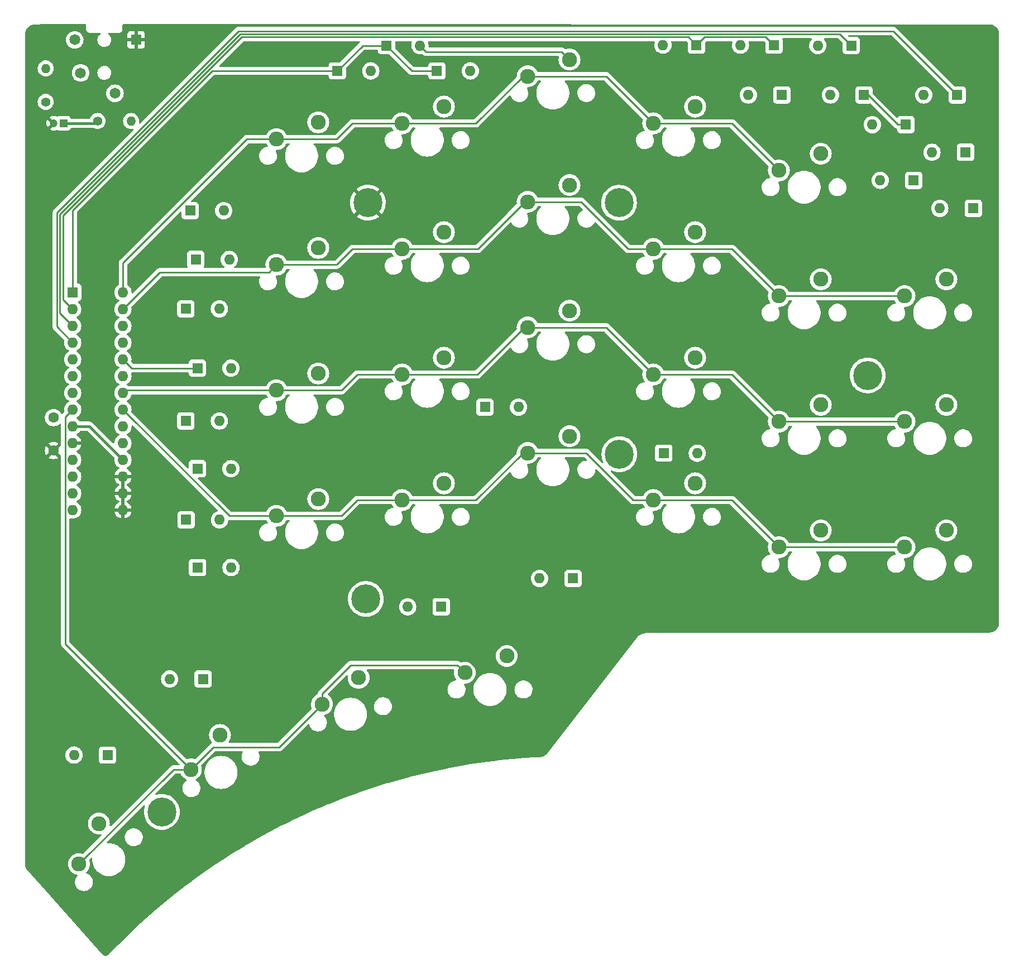
<source format=gbl>
G04 #@! TF.GenerationSoftware,KiCad,Pcbnew,(6.0.5)*
G04 #@! TF.CreationDate,2022-10-04T21:40:35-03:00*
G04 #@! TF.ProjectId,bluejay_right,626c7565-6a61-4795-9f72-696768742e6b,rev?*
G04 #@! TF.SameCoordinates,Original*
G04 #@! TF.FileFunction,Copper,L2,Bot*
G04 #@! TF.FilePolarity,Positive*
%FSLAX46Y46*%
G04 Gerber Fmt 4.6, Leading zero omitted, Abs format (unit mm)*
G04 Created by KiCad (PCBNEW (6.0.5)) date 2022-10-04 21:40:35*
%MOMM*%
%LPD*%
G01*
G04 APERTURE LIST*
G04 #@! TA.AperFunction,ComponentPad*
%ADD10C,4.400000*%
G04 #@! TD*
G04 #@! TA.AperFunction,ComponentPad*
%ADD11C,2.286000*%
G04 #@! TD*
G04 #@! TA.AperFunction,ComponentPad*
%ADD12R,1.600000X1.600000*%
G04 #@! TD*
G04 #@! TA.AperFunction,ComponentPad*
%ADD13O,1.600000X1.600000*%
G04 #@! TD*
G04 #@! TA.AperFunction,ComponentPad*
%ADD14R,1.650000X1.650000*%
G04 #@! TD*
G04 #@! TA.AperFunction,ComponentPad*
%ADD15C,1.650000*%
G04 #@! TD*
G04 #@! TA.AperFunction,ComponentPad*
%ADD16R,1.200000X1.200000*%
G04 #@! TD*
G04 #@! TA.AperFunction,ComponentPad*
%ADD17C,1.200000*%
G04 #@! TD*
G04 #@! TA.AperFunction,ComponentPad*
%ADD18C,1.400000*%
G04 #@! TD*
G04 #@! TA.AperFunction,ComponentPad*
%ADD19O,1.400000X1.400000*%
G04 #@! TD*
G04 #@! TA.AperFunction,ComponentPad*
%ADD20C,1.600000*%
G04 #@! TD*
G04 #@! TA.AperFunction,ViaPad*
%ADD21C,0.800000*%
G04 #@! TD*
G04 #@! TA.AperFunction,Conductor*
%ADD22C,0.400000*%
G04 #@! TD*
G04 #@! TA.AperFunction,Conductor*
%ADD23C,0.250000*%
G04 #@! TD*
G04 APERTURE END LIST*
D10*
X29150000Y-9550000D03*
D11*
X40640000Y43180000D03*
X34290000Y40640000D03*
D10*
X-9000000Y28600000D03*
X66800000Y2400000D03*
D12*
X8770000Y-2400000D03*
D13*
X13850000Y-2400000D03*
D12*
X-34836300Y3500000D03*
D13*
X-29756300Y3500000D03*
D12*
X-34836300Y-11750000D03*
D13*
X-29756300Y-11750000D03*
D11*
X-31413429Y-52148468D03*
X-35827688Y-57372300D03*
D14*
X-44150000Y53300000D03*
D15*
X-52550000Y48300000D03*
X-47350000Y45200000D03*
X-53450000Y53300000D03*
D11*
X2540000Y43180000D03*
X-3810000Y40640000D03*
X40640000Y5080000D03*
X34290000Y2540000D03*
D16*
X-55150000Y40650000D03*
D17*
X-56650000Y40650000D03*
D12*
X-35086300Y20000000D03*
D13*
X-30006300Y20000000D03*
D12*
X82817500Y27750000D03*
D13*
X77737500Y27750000D03*
D12*
X81630000Y36250000D03*
D13*
X76550000Y36250000D03*
D11*
X78740000Y16986300D03*
X72390000Y14446300D03*
D10*
X-40230000Y-63820000D03*
D12*
X64317500Y52450000D03*
D13*
X59237500Y52450000D03*
D10*
X29090000Y28590000D03*
D11*
X40640000Y-13970000D03*
X34290000Y-16510000D03*
X78740000Y-21113800D03*
X72390000Y-23653800D03*
X-16510000Y2698700D03*
X-22860000Y158700D03*
X21590000Y12223800D03*
X15240000Y9683800D03*
D12*
X-36586300Y12500000D03*
D13*
X-31506300Y12500000D03*
D11*
X40640000Y24130000D03*
X34290000Y21590000D03*
X2540000Y24130000D03*
X-3810000Y21590000D03*
D12*
X-36586300Y-4500000D03*
D13*
X-31506300Y-4500000D03*
D11*
X78740000Y-2063800D03*
X72390000Y-4603800D03*
D18*
X-57850000Y43900000D03*
D19*
X-57850000Y48980000D03*
D11*
X2540000Y5080000D03*
X-3810000Y2540000D03*
D12*
X35882500Y-9400000D03*
D13*
X40962500Y-9400000D03*
D11*
X59690000Y-21113800D03*
X53340000Y-23653800D03*
X-16510000Y21748800D03*
X-22860000Y19208800D03*
X2540000Y-13970000D03*
X-3810000Y-16510000D03*
D12*
X40830000Y52500000D03*
D13*
X35750000Y52500000D03*
D11*
X-16510000Y40798800D03*
X-22860000Y38258800D03*
X59690000Y-2063800D03*
X53340000Y-4603800D03*
D12*
X53780000Y44950000D03*
D13*
X48700000Y44950000D03*
D12*
X-34817500Y-26750000D03*
D13*
X-29737500Y-26750000D03*
D11*
X21590000Y50323800D03*
X15240000Y47783800D03*
D12*
X72580000Y40450000D03*
D13*
X67500000Y40450000D03*
D12*
X-6180000Y52450000D03*
D13*
X-1100000Y52450000D03*
D18*
X-49990000Y41000000D03*
D19*
X-44910000Y41000000D03*
D11*
X-10395612Y-43472716D03*
X-15942508Y-47473471D03*
X-16510000Y-16351300D03*
X-22860000Y-18891300D03*
D12*
X-13630000Y48600000D03*
D13*
X-8550000Y48600000D03*
D12*
X52580000Y52500000D03*
D13*
X47500000Y52500000D03*
D20*
X-56660000Y-3990000D03*
X-56660000Y-8990000D03*
D11*
X12065000Y-40163800D03*
X5715000Y-42703800D03*
D12*
X22117500Y-28400000D03*
D13*
X17037500Y-28400000D03*
D12*
X-53750000Y15000000D03*
D13*
X-53750000Y12460000D03*
X-53750000Y9920000D03*
X-53750000Y7380000D03*
X-53750000Y4840000D03*
X-53750000Y2300000D03*
X-53750000Y-240000D03*
X-53750000Y-2780000D03*
X-53750000Y-5320000D03*
X-53750000Y-7860000D03*
X-53750000Y-10400000D03*
X-53750000Y-12940000D03*
X-53750000Y-15480000D03*
X-53750000Y-18020000D03*
X-46130000Y-18020000D03*
X-46130000Y-15480000D03*
X-46130000Y-12940000D03*
X-46130000Y-10400000D03*
X-46130000Y-7860000D03*
X-46130000Y-5320000D03*
X-46130000Y-2780000D03*
X-46130000Y-240000D03*
X-46130000Y2300000D03*
X-46130000Y4840000D03*
X-46130000Y7380000D03*
X-46130000Y9920000D03*
X-46130000Y12460000D03*
X-46130000Y15000000D03*
D11*
X21590000Y-6826300D03*
X15240000Y-9366300D03*
D12*
X1470000Y48600000D03*
D13*
X6550000Y48600000D03*
D11*
X59690000Y16986300D03*
X53340000Y14446300D03*
D12*
X66230000Y44950000D03*
D13*
X61150000Y44950000D03*
D12*
X2130000Y-32700000D03*
D13*
X-2950000Y-32700000D03*
D12*
X80380000Y44950000D03*
D13*
X75300000Y44950000D03*
D11*
X21590000Y31273800D03*
X15240000Y28733800D03*
D12*
X-36567500Y-19500000D03*
D13*
X-31487500Y-19500000D03*
D12*
X-33970000Y-43650000D03*
D13*
X-39050000Y-43650000D03*
D11*
X-49781596Y-65585233D03*
X-52800974Y-71721800D03*
D12*
X73780000Y32000000D03*
D13*
X68700000Y32000000D03*
D11*
X59690000Y36036300D03*
X53340000Y33496300D03*
D12*
X-35930000Y27400000D03*
D13*
X-30850000Y27400000D03*
D10*
X-9300000Y-31520000D03*
D12*
X-48470000Y-55200000D03*
D13*
X-53550000Y-55200000D03*
D21*
X77750000Y21750000D03*
X-20250000Y51250000D03*
X64750000Y12250000D03*
D22*
X-53750000Y-5320000D02*
X-51210000Y-5320000D01*
X-55150000Y40650000D02*
X-50340000Y40650000D01*
X-50340000Y40650000D02*
X-49990000Y41000000D01*
X-51210000Y-5320000D02*
X-46130000Y-10400000D01*
D23*
X-35086300Y20000000D02*
X-35086300Y19913700D01*
X-44790000Y3500000D02*
X-46130000Y4840000D01*
X-34836300Y3500000D02*
X-44790000Y3500000D01*
X-9780000Y52450000D02*
X-13630000Y48600000D01*
X-32614282Y48600000D02*
X-53750000Y27464282D01*
X-13630000Y48600000D02*
X-32614282Y48600000D01*
X-53750000Y27464282D02*
X-53750000Y15000000D01*
X-2330000Y48600000D02*
X-6180000Y52450000D01*
X-6180000Y52450000D02*
X-9780000Y52450000D01*
X1470000Y48600000D02*
X-2330000Y48600000D01*
X20413800Y51500000D02*
X21590000Y50323800D01*
X-1100000Y52450000D02*
X-150000Y51500000D01*
X-150000Y51500000D02*
X20413800Y51500000D01*
X-28100000Y53750000D02*
X-55200000Y26650000D01*
X40830000Y52500000D02*
X39580000Y53750000D01*
X-55200000Y13910000D02*
X-53750000Y12460000D01*
X51330000Y53750000D02*
X42080000Y53750000D01*
X-55200000Y26650000D02*
X-55200000Y13910000D01*
X52580000Y52500000D02*
X51330000Y53750000D01*
X42080000Y53750000D02*
X40830000Y52500000D01*
X39580000Y53750000D02*
X-28100000Y53750000D01*
X-55700480Y26849520D02*
X-55700480Y11870480D01*
X72580000Y40450000D02*
X71350000Y40450000D01*
X-28350480Y54199520D02*
X-55700480Y26849520D01*
X62567980Y54199520D02*
X-28350480Y54199520D01*
X66850000Y44950000D02*
X66230000Y44950000D01*
X-55700480Y11870480D02*
X-53750000Y9920000D01*
X64317500Y52450000D02*
X62567980Y54199520D01*
X71350000Y40450000D02*
X66850000Y44950000D01*
X-56150000Y27100000D02*
X-56150000Y9780000D01*
X70680960Y54649040D02*
X-28600960Y54649040D01*
X-28600960Y54649040D02*
X-56150000Y27100000D01*
X-56150000Y9780000D02*
X-53750000Y7380000D01*
X80380000Y44950000D02*
X70680960Y54649040D01*
X-27320222Y38258800D02*
X-46130000Y19449022D01*
X53340000Y33496300D02*
X46196300Y40640000D01*
X-3810000Y40640000D02*
X-11310000Y40640000D01*
X15240000Y47783800D02*
X14533800Y47783800D01*
X-46130000Y19449022D02*
X-46130000Y15000000D01*
X14533800Y47783800D02*
X7390000Y40640000D01*
X-13691200Y38258800D02*
X-22860000Y38258800D01*
X34290000Y40640000D02*
X27146200Y47783800D01*
X46196300Y40640000D02*
X34290000Y40640000D01*
X27146200Y47783800D02*
X15240000Y47783800D01*
X7390000Y40640000D02*
X-3810000Y40640000D01*
X-22860000Y38258800D02*
X-27320222Y38258800D01*
X-11310000Y40640000D02*
X-13691200Y38258800D01*
X7660000Y21590000D02*
X-3810000Y21590000D01*
X23366200Y28733800D02*
X15240000Y28733800D01*
X-11310000Y21590000D02*
X-13691200Y19208800D01*
X15240000Y28733800D02*
X14776992Y28733800D01*
X53340000Y14446300D02*
X46196300Y21590000D01*
X46196300Y21590000D02*
X34290000Y21590000D01*
X-3810000Y21590000D02*
X-11310000Y21590000D01*
X-24003000Y18065800D02*
X-40524200Y18065800D01*
X12744579Y26701387D02*
X12744579Y26674579D01*
X-13691200Y19208800D02*
X-22860000Y19208800D01*
X72390000Y14446300D02*
X53340000Y14446300D01*
X34290000Y21590000D02*
X30510000Y21590000D01*
X30510000Y21590000D02*
X23366200Y28733800D01*
X-22860000Y19208800D02*
X-24003000Y18065800D01*
X14776992Y28733800D02*
X12744579Y26701387D01*
X-40524200Y18065800D02*
X-46130000Y12460000D01*
X12744579Y26674579D02*
X7660000Y21590000D01*
X-45731300Y158700D02*
X-46130000Y-240000D01*
X-3810000Y2540000D02*
X-10610000Y2540000D01*
X15240000Y9683800D02*
X14743800Y9683800D01*
X-22860000Y158700D02*
X-45731300Y158700D01*
X-12991300Y158700D02*
X-22860000Y158700D01*
X14743800Y9683800D02*
X7600000Y2540000D01*
X46196200Y2540000D02*
X34290000Y2540000D01*
X27146200Y9683800D02*
X15240000Y9683800D01*
X53340000Y-4603800D02*
X46196200Y2540000D01*
X72390000Y-4603800D02*
X53340000Y-4603800D01*
X7600000Y2540000D02*
X-3810000Y2540000D01*
X34290000Y2540000D02*
X27146200Y9683800D01*
X-10610000Y2540000D02*
X-12991300Y158700D01*
X72390000Y-23653800D02*
X53340000Y-23653800D01*
X24116300Y-9366300D02*
X15240000Y-9366300D01*
X-12991300Y-18891300D02*
X-22860000Y-18891300D01*
X7380000Y-16510000D02*
X-3810000Y-16510000D01*
X-3810000Y-16510000D02*
X-10610000Y-16510000D01*
X-22860000Y-18891300D02*
X-30018700Y-18891300D01*
X53340000Y-23653800D02*
X46196200Y-16510000D01*
X-10610000Y-16510000D02*
X-12991300Y-18891300D01*
X15240000Y-9366300D02*
X14523700Y-9366300D01*
X-30018700Y-18891300D02*
X-46130000Y-2780000D01*
X14523700Y-9366300D02*
X7380000Y-16510000D01*
X34290000Y-16510000D02*
X31260000Y-16510000D01*
X46196200Y-16510000D02*
X34290000Y-16510000D01*
X31260000Y-16510000D02*
X24116300Y-9366300D01*
X-54874511Y-38325477D02*
X-35827688Y-57372300D01*
X-54874511Y-38325477D02*
X-54874511Y-3904511D01*
X-15942508Y-47473471D02*
X-22459037Y-53990000D01*
X4572000Y-41560800D02*
X-11610800Y-41560800D01*
X-22459037Y-53990000D02*
X-32445388Y-53990000D01*
X-52800974Y-71721800D02*
X-38451474Y-57372300D01*
X-54874511Y-3904511D02*
X-53750000Y-2780000D01*
X-32445388Y-53990000D02*
X-35827688Y-57372300D01*
X5715000Y-42703800D02*
X4572000Y-41560800D01*
X-38451474Y-57372300D02*
X-35827688Y-57372300D01*
X-11610800Y-41560800D02*
X-15942508Y-45892508D01*
X-15942508Y-45892508D02*
X-15942508Y-47473471D01*
G04 #@! TA.AperFunction,Conductor*
G36*
X-51766379Y55671498D02*
G01*
X-51719886Y55617842D01*
X-51708500Y55565500D01*
X-51708500Y54908623D01*
X-51708502Y54907853D01*
X-51708976Y54830279D01*
X-51706509Y54821648D01*
X-51700850Y54801847D01*
X-51697272Y54785085D01*
X-51693080Y54755813D01*
X-51689366Y54747645D01*
X-51689366Y54747644D01*
X-51682452Y54732438D01*
X-51676004Y54714914D01*
X-51668949Y54690229D01*
X-51664157Y54682635D01*
X-51664156Y54682632D01*
X-51653170Y54665220D01*
X-51645031Y54650137D01*
X-51632792Y54623218D01*
X-51626931Y54616416D01*
X-51616030Y54603765D01*
X-51604927Y54588761D01*
X-51591224Y54567042D01*
X-51584499Y54561103D01*
X-51584496Y54561099D01*
X-51569062Y54547468D01*
X-51557018Y54535276D01*
X-51543573Y54519673D01*
X-51543570Y54519671D01*
X-51537713Y54512873D01*
X-51530184Y54507993D01*
X-51530183Y54507992D01*
X-51516165Y54498906D01*
X-51501291Y54487615D01*
X-51488783Y54476569D01*
X-51482049Y54470622D01*
X-51456250Y54458509D01*
X-51455289Y54458058D01*
X-51440309Y54449737D01*
X-51423017Y54438529D01*
X-51423012Y54438527D01*
X-51415485Y54433648D01*
X-51406892Y54431078D01*
X-51406887Y54431076D01*
X-51390880Y54426289D01*
X-51373436Y54419628D01*
X-51358324Y54412533D01*
X-51358322Y54412532D01*
X-51350200Y54408719D01*
X-51341333Y54407338D01*
X-51341332Y54407338D01*
X-51338647Y54406920D01*
X-51320983Y54404170D01*
X-51304268Y54400387D01*
X-51284534Y54394485D01*
X-51284528Y54394484D01*
X-51275934Y54391914D01*
X-51266963Y54391859D01*
X-51266962Y54391859D01*
X-51256903Y54391798D01*
X-51241494Y54391704D01*
X-51240711Y54391671D01*
X-51239614Y54391500D01*
X-51208623Y54391500D01*
X-51207853Y54391498D01*
X-51134215Y54391048D01*
X-51134214Y54391048D01*
X-51130279Y54391024D01*
X-51128935Y54391408D01*
X-51127590Y54391500D01*
X-49640374Y54391500D01*
X-49572253Y54371498D01*
X-49525760Y54317842D01*
X-49515656Y54247568D01*
X-49545150Y54182988D01*
X-49560738Y54167857D01*
X-49694689Y54058610D01*
X-49694692Y54058607D01*
X-49699464Y54054715D01*
X-49703392Y54049967D01*
X-49703393Y54049966D01*
X-49774254Y53964310D01*
X-49831783Y53894770D01*
X-49834712Y53889353D01*
X-49834714Y53889350D01*
X-49927584Y53717590D01*
X-49927586Y53717585D01*
X-49930514Y53712170D01*
X-49991898Y53513871D01*
X-49992542Y53507746D01*
X-49992542Y53507745D01*
X-50009317Y53348134D01*
X-50013596Y53307425D01*
X-49994782Y53100697D01*
X-49993044Y53094791D01*
X-49993043Y53094787D01*
X-49971226Y53020659D01*
X-49936173Y52901560D01*
X-49840001Y52717600D01*
X-49709929Y52555823D01*
X-49705212Y52551865D01*
X-49705210Y52551863D01*
X-49649927Y52505475D01*
X-49550911Y52422391D01*
X-49545519Y52419427D01*
X-49545515Y52419424D01*
X-49374402Y52325354D01*
X-49369005Y52322387D01*
X-49171139Y52259621D01*
X-49165022Y52258935D01*
X-49165018Y52258934D01*
X-49088402Y52250341D01*
X-49009587Y52241500D01*
X-48897763Y52241500D01*
X-48894707Y52241800D01*
X-48894700Y52241800D01*
X-48749534Y52256034D01*
X-48749531Y52256035D01*
X-48743408Y52256635D01*
X-48611454Y52296474D01*
X-48550593Y52314848D01*
X-48550590Y52314849D01*
X-48544685Y52316632D01*
X-48537365Y52320524D01*
X-48366847Y52411191D01*
X-48366845Y52411192D01*
X-48361401Y52414087D01*
X-48341484Y52430331D01*
X-45482999Y52430331D01*
X-45482629Y52423510D01*
X-45477105Y52372648D01*
X-45473479Y52357396D01*
X-45428324Y52236946D01*
X-45419786Y52221351D01*
X-45343285Y52119276D01*
X-45330724Y52106715D01*
X-45228649Y52030214D01*
X-45213054Y52021676D01*
X-45092606Y51976522D01*
X-45077351Y51972895D01*
X-45026486Y51967369D01*
X-45019672Y51967000D01*
X-44422115Y51967000D01*
X-44406876Y51971475D01*
X-44405671Y51972865D01*
X-44404000Y51980548D01*
X-44404000Y51985116D01*
X-43896000Y51985116D01*
X-43891525Y51969877D01*
X-43890135Y51968672D01*
X-43882452Y51967001D01*
X-43280331Y51967001D01*
X-43273510Y51967371D01*
X-43222648Y51972895D01*
X-43207396Y51976521D01*
X-43086946Y52021676D01*
X-43071351Y52030214D01*
X-42969276Y52106715D01*
X-42956715Y52119276D01*
X-42880214Y52221351D01*
X-42871676Y52236946D01*
X-42826522Y52357394D01*
X-42822895Y52372649D01*
X-42817369Y52423514D01*
X-42817000Y52430328D01*
X-42817000Y53027885D01*
X-42821475Y53043124D01*
X-42822865Y53044329D01*
X-42830548Y53046000D01*
X-43877885Y53046000D01*
X-43893124Y53041525D01*
X-43894329Y53040135D01*
X-43896000Y53032452D01*
X-43896000Y51985116D01*
X-44404000Y51985116D01*
X-44404000Y53027885D01*
X-44408475Y53043124D01*
X-44409865Y53044329D01*
X-44417548Y53046000D01*
X-45464884Y53046000D01*
X-45480123Y53041525D01*
X-45481328Y53040135D01*
X-45482999Y53032452D01*
X-45482999Y52430331D01*
X-48341484Y52430331D01*
X-48249348Y52505475D01*
X-48205311Y52541390D01*
X-48205308Y52541393D01*
X-48200536Y52545285D01*
X-48129871Y52630703D01*
X-48072145Y52700482D01*
X-48068217Y52705230D01*
X-48064124Y52712799D01*
X-47972416Y52882410D01*
X-47972414Y52882415D01*
X-47969486Y52887830D01*
X-47908102Y53086129D01*
X-47906459Y53101762D01*
X-47887048Y53286446D01*
X-47887048Y53286448D01*
X-47886404Y53292575D01*
X-47905218Y53499303D01*
X-47907702Y53507745D01*
X-47926647Y53572115D01*
X-45483000Y53572115D01*
X-45478525Y53556876D01*
X-45477135Y53555671D01*
X-45469452Y53554000D01*
X-44422115Y53554000D01*
X-44406876Y53558475D01*
X-44405671Y53559865D01*
X-44404000Y53567548D01*
X-44404000Y53572115D01*
X-43896000Y53572115D01*
X-43891525Y53556876D01*
X-43890135Y53555671D01*
X-43882452Y53554000D01*
X-42835116Y53554000D01*
X-42819877Y53558475D01*
X-42818672Y53559865D01*
X-42817001Y53567548D01*
X-42817001Y54169669D01*
X-42817371Y54176490D01*
X-42822895Y54227352D01*
X-42826521Y54242604D01*
X-42871676Y54363054D01*
X-42880214Y54378649D01*
X-42956715Y54480724D01*
X-42969276Y54493285D01*
X-43071351Y54569786D01*
X-43086946Y54578324D01*
X-43207394Y54623478D01*
X-43222649Y54627105D01*
X-43273514Y54632631D01*
X-43280328Y54633000D01*
X-43877885Y54633000D01*
X-43893124Y54628525D01*
X-43894329Y54627135D01*
X-43896000Y54619452D01*
X-43896000Y53572115D01*
X-44404000Y53572115D01*
X-44404000Y54614884D01*
X-44408475Y54630123D01*
X-44409865Y54631328D01*
X-44417548Y54632999D01*
X-45019669Y54632999D01*
X-45026490Y54632629D01*
X-45077352Y54627105D01*
X-45092604Y54623479D01*
X-45213054Y54578324D01*
X-45228649Y54569786D01*
X-45330724Y54493285D01*
X-45343285Y54480724D01*
X-45419786Y54378649D01*
X-45428324Y54363054D01*
X-45473478Y54242606D01*
X-45477105Y54227351D01*
X-45482631Y54176486D01*
X-45483000Y54169672D01*
X-45483000Y53572115D01*
X-47926647Y53572115D01*
X-47962088Y53692531D01*
X-47963827Y53698440D01*
X-48059999Y53882400D01*
X-48190071Y54044177D01*
X-48202629Y54054715D01*
X-48338803Y54168978D01*
X-48378130Y54228088D01*
X-48379256Y54299076D01*
X-48341825Y54359403D01*
X-48277720Y54389917D01*
X-48257812Y54391500D01*
X-46708623Y54391500D01*
X-46707852Y54391498D01*
X-46630279Y54391024D01*
X-46601848Y54399150D01*
X-46585085Y54402728D01*
X-46584247Y54402848D01*
X-46555813Y54406920D01*
X-46532436Y54417549D01*
X-46514913Y54423996D01*
X-46490229Y54431051D01*
X-46482635Y54435843D01*
X-46482632Y54435844D01*
X-46465220Y54446830D01*
X-46450135Y54454970D01*
X-46423218Y54467208D01*
X-46403765Y54483970D01*
X-46388761Y54495073D01*
X-46367042Y54508776D01*
X-46361103Y54515501D01*
X-46361099Y54515504D01*
X-46347468Y54530938D01*
X-46335276Y54542982D01*
X-46319673Y54556427D01*
X-46319671Y54556430D01*
X-46312873Y54562287D01*
X-46298906Y54583835D01*
X-46287615Y54598709D01*
X-46276569Y54611217D01*
X-46276568Y54611218D01*
X-46270622Y54617951D01*
X-46258057Y54644713D01*
X-46249737Y54659691D01*
X-46238529Y54676983D01*
X-46238527Y54676988D01*
X-46233648Y54684515D01*
X-46231078Y54693108D01*
X-46231076Y54693113D01*
X-46226289Y54709120D01*
X-46219628Y54726564D01*
X-46212533Y54741676D01*
X-46212532Y54741678D01*
X-46208719Y54749800D01*
X-46204170Y54779017D01*
X-46200387Y54795732D01*
X-46194485Y54815466D01*
X-46194484Y54815472D01*
X-46191914Y54824066D01*
X-46191704Y54858506D01*
X-46191671Y54859289D01*
X-46191500Y54860386D01*
X-46191500Y54891377D01*
X-46191498Y54892147D01*
X-46191048Y54965785D01*
X-46191048Y54965786D01*
X-46191024Y54969721D01*
X-46191408Y54971065D01*
X-46191500Y54972410D01*
X-46191500Y55565500D01*
X-46171498Y55633621D01*
X-46117842Y55680114D01*
X-46065500Y55691500D01*
X-40601986Y55691500D01*
X85184433Y55661510D01*
X85202267Y55660237D01*
X85229937Y55656271D01*
X85238820Y55657542D01*
X85238827Y55657542D01*
X85245017Y55658428D01*
X85270441Y55659471D01*
X85438619Y55649338D01*
X85456646Y55646937D01*
X85646321Y55607554D01*
X85663812Y55602582D01*
X85845838Y55536289D01*
X85862437Y55528845D01*
X85938496Y55487903D01*
X86033003Y55437031D01*
X86048361Y55427272D01*
X86203928Y55311844D01*
X86217715Y55299979D01*
X86355040Y55163341D01*
X86366970Y55149617D01*
X86483176Y54994629D01*
X86493012Y54979321D01*
X86585682Y54809211D01*
X86593210Y54792645D01*
X86609855Y54747644D01*
X86657271Y54619452D01*
X86660406Y54610975D01*
X86665470Y54593497D01*
X86705801Y54404025D01*
X86708294Y54386000D01*
X86718807Y54224950D01*
X86717978Y54207749D01*
X86717983Y54207749D01*
X86717810Y54198776D01*
X86716366Y54189915D01*
X86717467Y54181005D01*
X86720549Y54156064D01*
X86721500Y54140612D01*
X86721500Y-35061893D01*
X86720075Y-35080786D01*
X86716288Y-35105756D01*
X86717487Y-35114652D01*
X86717487Y-35114658D01*
X86718350Y-35121059D01*
X86719195Y-35146338D01*
X86707684Y-35317580D01*
X86705218Y-35335308D01*
X86664276Y-35528062D01*
X86659324Y-35545261D01*
X86591479Y-35730284D01*
X86584143Y-35746599D01*
X86503056Y-35897305D01*
X86490771Y-35920137D01*
X86481193Y-35935255D01*
X86430605Y-36003802D01*
X86364173Y-36093815D01*
X86352557Y-36107417D01*
X86214250Y-36247798D01*
X86200818Y-36259621D01*
X86044018Y-36378987D01*
X86029043Y-36388789D01*
X85856922Y-36484730D01*
X85840710Y-36492312D01*
X85656721Y-36562902D01*
X85639599Y-36568109D01*
X85502265Y-36599423D01*
X85447468Y-36611917D01*
X85429780Y-36614646D01*
X85265800Y-36628125D01*
X85247625Y-36627566D01*
X85239551Y-36627556D01*
X85230661Y-36626271D01*
X85211365Y-36629009D01*
X85202618Y-36630250D01*
X85184917Y-36631500D01*
X33783602Y-36631500D01*
X33758673Y-36629009D01*
X33755070Y-36628282D01*
X33749229Y-36627103D01*
X33742959Y-36626823D01*
X33741547Y-36626759D01*
X33741542Y-36626759D01*
X33736688Y-36626542D01*
X33727552Y-36627548D01*
X33716173Y-36628281D01*
X33591329Y-36630653D01*
X33439109Y-36633545D01*
X33439100Y-36633546D01*
X33435869Y-36633607D01*
X33137274Y-36670208D01*
X33134116Y-36670931D01*
X33134108Y-36670932D01*
X32974337Y-36707490D01*
X32844023Y-36737307D01*
X32840950Y-36738353D01*
X32840941Y-36738355D01*
X32562301Y-36833147D01*
X32562292Y-36833151D01*
X32559222Y-36834195D01*
X32556266Y-36835554D01*
X32288838Y-36958488D01*
X32288832Y-36958491D01*
X32285889Y-36959844D01*
X32283096Y-36961495D01*
X32283094Y-36961496D01*
X32057650Y-37094759D01*
X32044761Y-37101409D01*
X32042842Y-37102263D01*
X32036718Y-37104988D01*
X32032624Y-37107631D01*
X32032622Y-37107632D01*
X32030264Y-37109154D01*
X32030261Y-37109157D01*
X32026172Y-37111796D01*
X32022541Y-37115030D01*
X32019150Y-37117610D01*
X32013330Y-37120591D01*
X31967405Y-37164055D01*
X31964611Y-37166620D01*
X31936672Y-37191502D01*
X31917397Y-37208668D01*
X31895357Y-37243924D01*
X31888186Y-37254215D01*
X18291115Y-54830198D01*
X18110958Y-55063075D01*
X18090103Y-55084292D01*
X17952575Y-55194525D01*
X17941038Y-55203772D01*
X17927123Y-55213463D01*
X17731211Y-55331163D01*
X17716121Y-55338898D01*
X17587465Y-55394253D01*
X17506180Y-55429226D01*
X17490194Y-55434862D01*
X17320697Y-55482070D01*
X17270030Y-55496181D01*
X17253426Y-55499621D01*
X17027027Y-55530822D01*
X17010111Y-55532002D01*
X16814641Y-55532446D01*
X16793863Y-55530180D01*
X16788427Y-55529759D01*
X16779664Y-55527804D01*
X16767133Y-55528619D01*
X16763785Y-55528837D01*
X16741278Y-55528286D01*
X16730296Y-55527029D01*
X16730294Y-55527029D01*
X16725463Y-55526476D01*
X16720604Y-55526673D01*
X16720599Y-55526673D01*
X16718709Y-55526750D01*
X16712921Y-55526985D01*
X16709965Y-55527568D01*
X16708233Y-55527725D01*
X16057725Y-55568552D01*
X14791395Y-55648029D01*
X12872625Y-55806817D01*
X10957391Y-56003731D01*
X10956804Y-56003803D01*
X10956770Y-56003807D01*
X10090535Y-56110316D01*
X9046452Y-56238692D01*
X7953798Y-56395156D01*
X7141177Y-56511520D01*
X7141156Y-56511523D01*
X7140564Y-56511608D01*
X7139961Y-56511707D01*
X7139939Y-56511710D01*
X6097129Y-56682264D01*
X5240479Y-56822371D01*
X3346951Y-57170859D01*
X2338693Y-57377230D01*
X1461282Y-57556819D01*
X1461264Y-57556823D01*
X1460726Y-57556933D01*
X-417447Y-57980440D01*
X-418104Y-57980602D01*
X-2286215Y-58441062D01*
X-2286230Y-58441066D01*
X-2286827Y-58441213D01*
X-2287383Y-58441362D01*
X-2287407Y-58441368D01*
X-3752199Y-58833474D01*
X-4146675Y-58939070D01*
X-4652937Y-59085439D01*
X-5847556Y-59430824D01*
X-5996254Y-59473815D01*
X-5996765Y-59473974D01*
X-5996799Y-59473984D01*
X-7091482Y-59814205D01*
X-7834833Y-60045234D01*
X-9661686Y-60653103D01*
X-11476089Y-61297181D01*
X-11763023Y-61405509D01*
X-13276719Y-61976985D01*
X-13276738Y-61976992D01*
X-13277325Y-61977214D01*
X-13277879Y-61977436D01*
X-13277918Y-61977451D01*
X-14677164Y-62537757D01*
X-15064681Y-62692932D01*
X-15915476Y-63053412D01*
X-16836862Y-63443802D01*
X-16836898Y-63443818D01*
X-16837451Y-63444052D01*
X-17614306Y-63791585D01*
X-18099299Y-64008551D01*
X-18594933Y-64230277D01*
X-20336433Y-65051297D01*
X-21052289Y-65406351D01*
X-22060736Y-65906525D01*
X-22060783Y-65906549D01*
X-22061261Y-65906786D01*
X-22061783Y-65907058D01*
X-22061787Y-65907060D01*
X-23768178Y-66796115D01*
X-23768199Y-66796126D01*
X-23768736Y-66796406D01*
X-23769300Y-66796714D01*
X-23769307Y-66796718D01*
X-25242425Y-67601880D01*
X-25458182Y-67719806D01*
X-25458712Y-67720109D01*
X-25458720Y-67720114D01*
X-25645508Y-67827085D01*
X-27128931Y-68676620D01*
X-27439530Y-68862794D01*
X-28055855Y-69232222D01*
X-28780322Y-69666470D01*
X-28780808Y-69666774D01*
X-28780838Y-69666793D01*
X-29773576Y-70289008D01*
X-30411702Y-70688964D01*
X-30412247Y-70689321D01*
X-30412280Y-70689342D01*
X-31600762Y-71467584D01*
X-32022425Y-71743697D01*
X-32022935Y-71744046D01*
X-32022949Y-71744055D01*
X-33360237Y-72658244D01*
X-33611856Y-72830254D01*
X-35179365Y-73948203D01*
X-35179826Y-73948546D01*
X-35179851Y-73948564D01*
X-36253345Y-74746858D01*
X-36724332Y-75097103D01*
X-38246146Y-76276500D01*
X-39744205Y-77485926D01*
X-41217918Y-78724904D01*
X-41218328Y-78725262D01*
X-41218376Y-78725304D01*
X-42666226Y-79992529D01*
X-42666700Y-79992944D01*
X-44089979Y-81289544D01*
X-45487192Y-82614191D01*
X-45487670Y-82614663D01*
X-46857355Y-83965936D01*
X-46857394Y-83965975D01*
X-46857786Y-83966362D01*
X-47559340Y-84686573D01*
X-48188612Y-85332579D01*
X-48191407Y-85335228D01*
X-48192763Y-85336241D01*
X-48201542Y-85345213D01*
X-48214130Y-85362842D01*
X-48227180Y-85378316D01*
X-48236110Y-85387324D01*
X-48236114Y-85387330D01*
X-48242431Y-85393702D01*
X-48246707Y-85401594D01*
X-48247465Y-85402615D01*
X-48264442Y-85426455D01*
X-48327804Y-85495693D01*
X-48349546Y-85514576D01*
X-48396053Y-85546435D01*
X-48442558Y-85578292D01*
X-48468021Y-85591746D01*
X-48573071Y-85632677D01*
X-48600921Y-85639997D01*
X-48656722Y-85648000D01*
X-48712523Y-85656004D01*
X-48741311Y-85656808D01*
X-48853626Y-85647056D01*
X-48881846Y-85641301D01*
X-48989016Y-85606298D01*
X-49015192Y-85594287D01*
X-49111613Y-85535864D01*
X-49134377Y-85518222D01*
X-49197066Y-85456966D01*
X-49207750Y-85445113D01*
X-49212874Y-85438648D01*
X-49217394Y-85430898D01*
X-49251293Y-85398785D01*
X-49258643Y-85391213D01*
X-57802844Y-75816705D01*
X-60794372Y-72464442D01*
X-60813897Y-72435189D01*
X-60827602Y-72406712D01*
X-60865628Y-72327698D01*
X-60872409Y-72310467D01*
X-60921923Y-72151157D01*
X-60926107Y-72133107D01*
X-60946794Y-71999974D01*
X-60947483Y-71982823D01*
X-60947520Y-71982826D01*
X-60948133Y-71973872D01*
X-60947470Y-71964917D01*
X-60949348Y-71956134D01*
X-60949934Y-71947568D01*
X-60951500Y-71932749D01*
X-60951500Y-55200000D01*
X-54863498Y-55200000D01*
X-54843543Y-55428087D01*
X-54842119Y-55433400D01*
X-54842119Y-55433402D01*
X-54795428Y-55607652D01*
X-54784284Y-55649243D01*
X-54781961Y-55654224D01*
X-54781961Y-55654225D01*
X-54689849Y-55851762D01*
X-54689846Y-55851767D01*
X-54687523Y-55856749D01*
X-54556198Y-56044300D01*
X-54394300Y-56206198D01*
X-54389792Y-56209355D01*
X-54389789Y-56209357D01*
X-54336450Y-56246705D01*
X-54206749Y-56337523D01*
X-54201767Y-56339846D01*
X-54201762Y-56339849D01*
X-54083154Y-56395156D01*
X-53999243Y-56434284D01*
X-53993935Y-56435706D01*
X-53993933Y-56435707D01*
X-53783402Y-56492119D01*
X-53783400Y-56492119D01*
X-53778087Y-56493543D01*
X-53550000Y-56513498D01*
X-53321913Y-56493543D01*
X-53316600Y-56492119D01*
X-53316598Y-56492119D01*
X-53106067Y-56435707D01*
X-53106065Y-56435706D01*
X-53100757Y-56434284D01*
X-53016846Y-56395156D01*
X-52898238Y-56339849D01*
X-52898233Y-56339846D01*
X-52893251Y-56337523D01*
X-52763550Y-56246705D01*
X-52710211Y-56209357D01*
X-52710208Y-56209355D01*
X-52705700Y-56206198D01*
X-52547636Y-56048134D01*
X-49778500Y-56048134D01*
X-49771745Y-56110316D01*
X-49720615Y-56246705D01*
X-49633261Y-56363261D01*
X-49516705Y-56450615D01*
X-49380316Y-56501745D01*
X-49318134Y-56508500D01*
X-47621866Y-56508500D01*
X-47559684Y-56501745D01*
X-47423295Y-56450615D01*
X-47306739Y-56363261D01*
X-47219385Y-56246705D01*
X-47168255Y-56110316D01*
X-47161500Y-56048134D01*
X-47161500Y-54351866D01*
X-47168255Y-54289684D01*
X-47219385Y-54153295D01*
X-47306739Y-54036739D01*
X-47423295Y-53949385D01*
X-47559684Y-53898255D01*
X-47621866Y-53891500D01*
X-49318134Y-53891500D01*
X-49380316Y-53898255D01*
X-49516705Y-53949385D01*
X-49633261Y-54036739D01*
X-49720615Y-54153295D01*
X-49771745Y-54289684D01*
X-49778500Y-54351866D01*
X-49778500Y-56048134D01*
X-52547636Y-56048134D01*
X-52543802Y-56044300D01*
X-52412477Y-55856749D01*
X-52410154Y-55851767D01*
X-52410151Y-55851762D01*
X-52318039Y-55654225D01*
X-52318039Y-55654224D01*
X-52315716Y-55649243D01*
X-52304571Y-55607652D01*
X-52257881Y-55433402D01*
X-52257881Y-55433400D01*
X-52256457Y-55428087D01*
X-52236502Y-55200000D01*
X-52256457Y-54971913D01*
X-52315716Y-54750757D01*
X-52349330Y-54678670D01*
X-52410151Y-54548238D01*
X-52410154Y-54548233D01*
X-52412477Y-54543251D01*
X-52543802Y-54355700D01*
X-52705700Y-54193802D01*
X-52710208Y-54190645D01*
X-52710211Y-54190643D01*
X-52788389Y-54135902D01*
X-52893251Y-54062477D01*
X-52898233Y-54060154D01*
X-52898238Y-54060151D01*
X-53095775Y-53968039D01*
X-53095776Y-53968039D01*
X-53100757Y-53965716D01*
X-53106065Y-53964294D01*
X-53106067Y-53964293D01*
X-53316598Y-53907881D01*
X-53316600Y-53907881D01*
X-53321913Y-53906457D01*
X-53550000Y-53886502D01*
X-53778087Y-53906457D01*
X-53783400Y-53907881D01*
X-53783402Y-53907881D01*
X-53993933Y-53964293D01*
X-53993935Y-53964294D01*
X-53999243Y-53965716D01*
X-54004224Y-53968039D01*
X-54004225Y-53968039D01*
X-54201762Y-54060151D01*
X-54201767Y-54060154D01*
X-54206749Y-54062477D01*
X-54311611Y-54135902D01*
X-54389789Y-54190643D01*
X-54389792Y-54190645D01*
X-54394300Y-54193802D01*
X-54556198Y-54355700D01*
X-54687523Y-54543251D01*
X-54689846Y-54548233D01*
X-54689849Y-54548238D01*
X-54750670Y-54678670D01*
X-54784284Y-54750757D01*
X-54843543Y-54971913D01*
X-54863498Y-55200000D01*
X-60951500Y-55200000D01*
X-60951500Y-10076062D01*
X-57381507Y-10076062D01*
X-57372211Y-10088077D01*
X-57321006Y-10123931D01*
X-57311511Y-10129414D01*
X-57114053Y-10221490D01*
X-57103761Y-10225236D01*
X-56893312Y-10281625D01*
X-56882519Y-10283528D01*
X-56665475Y-10302517D01*
X-56654525Y-10302517D01*
X-56437481Y-10283528D01*
X-56426688Y-10281625D01*
X-56216239Y-10225236D01*
X-56205947Y-10221490D01*
X-56008489Y-10129414D01*
X-55998994Y-10123931D01*
X-55946952Y-10087491D01*
X-55938576Y-10077012D01*
X-55945644Y-10063566D01*
X-56647188Y-9362022D01*
X-56661132Y-9354408D01*
X-56662965Y-9354539D01*
X-56669580Y-9358790D01*
X-57375077Y-10064287D01*
X-57381507Y-10076062D01*
X-60951500Y-10076062D01*
X-60951500Y-8995475D01*
X-57972517Y-8995475D01*
X-57953528Y-9212519D01*
X-57951625Y-9223312D01*
X-57895236Y-9433761D01*
X-57891490Y-9444053D01*
X-57799414Y-9641511D01*
X-57793931Y-9651006D01*
X-57757491Y-9703048D01*
X-57747012Y-9711424D01*
X-57733566Y-9704356D01*
X-57032022Y-9002812D01*
X-57024408Y-8988868D01*
X-57024539Y-8987035D01*
X-57028790Y-8980420D01*
X-57734287Y-8274923D01*
X-57746062Y-8268493D01*
X-57758077Y-8277789D01*
X-57793931Y-8328994D01*
X-57799414Y-8338489D01*
X-57891490Y-8535947D01*
X-57895236Y-8546239D01*
X-57951625Y-8756688D01*
X-57953528Y-8767481D01*
X-57972517Y-8984525D01*
X-57972517Y-8995475D01*
X-60951500Y-8995475D01*
X-60951500Y-7902988D01*
X-57381424Y-7902988D01*
X-57374356Y-7916434D01*
X-56672812Y-8617978D01*
X-56658868Y-8625592D01*
X-56657035Y-8625461D01*
X-56650420Y-8621210D01*
X-55944923Y-7915713D01*
X-55938493Y-7903938D01*
X-55947789Y-7891923D01*
X-55998994Y-7856069D01*
X-56008489Y-7850586D01*
X-56205947Y-7758510D01*
X-56216239Y-7754764D01*
X-56426688Y-7698375D01*
X-56437481Y-7696472D01*
X-56654525Y-7677483D01*
X-56665475Y-7677483D01*
X-56882519Y-7696472D01*
X-56893312Y-7698375D01*
X-57103761Y-7754764D01*
X-57114053Y-7758510D01*
X-57311511Y-7850586D01*
X-57321006Y-7856069D01*
X-57373048Y-7892509D01*
X-57381424Y-7902988D01*
X-60951500Y-7902988D01*
X-60951500Y-3990000D01*
X-57973498Y-3990000D01*
X-57953543Y-4218087D01*
X-57952119Y-4223400D01*
X-57952119Y-4223402D01*
X-57940544Y-4266598D01*
X-57894284Y-4439243D01*
X-57891961Y-4444224D01*
X-57891961Y-4444225D01*
X-57799849Y-4641762D01*
X-57799846Y-4641767D01*
X-57797523Y-4646749D01*
X-57666198Y-4834300D01*
X-57504300Y-4996198D01*
X-57499792Y-4999355D01*
X-57499789Y-4999357D01*
X-57421611Y-5054098D01*
X-57316749Y-5127523D01*
X-57311767Y-5129846D01*
X-57311762Y-5129849D01*
X-57114225Y-5221961D01*
X-57109243Y-5224284D01*
X-57103935Y-5225706D01*
X-57103933Y-5225707D01*
X-56893402Y-5282119D01*
X-56893400Y-5282119D01*
X-56888087Y-5283543D01*
X-56660000Y-5303498D01*
X-56431913Y-5283543D01*
X-56426600Y-5282119D01*
X-56426598Y-5282119D01*
X-56216067Y-5225707D01*
X-56216065Y-5225706D01*
X-56210757Y-5224284D01*
X-56205775Y-5221961D01*
X-56008238Y-5129849D01*
X-56008233Y-5129846D01*
X-56003251Y-5127523D01*
X-55898389Y-5054098D01*
X-55820211Y-4999357D01*
X-55820208Y-4999355D01*
X-55815700Y-4996198D01*
X-55723106Y-4903604D01*
X-55660794Y-4869578D01*
X-55589979Y-4874643D01*
X-55533143Y-4917190D01*
X-55508332Y-4983710D01*
X-55508011Y-4992699D01*
X-55508011Y-8158306D01*
X-55528013Y-8226427D01*
X-55575386Y-8269837D01*
X-55586435Y-8275645D01*
X-56287978Y-8977188D01*
X-56295592Y-8991132D01*
X-56295461Y-8992965D01*
X-56291210Y-8999580D01*
X-55585711Y-9705079D01*
X-55573626Y-9711678D01*
X-55523423Y-9761880D01*
X-55508011Y-9822265D01*
X-55508011Y-38246710D01*
X-55508538Y-38257893D01*
X-55510213Y-38265386D01*
X-55509964Y-38273312D01*
X-55509964Y-38273313D01*
X-55508073Y-38333463D01*
X-55508011Y-38337422D01*
X-55508011Y-38365333D01*
X-55507514Y-38369267D01*
X-55507514Y-38369268D01*
X-55507506Y-38369333D01*
X-55506573Y-38381170D01*
X-55505184Y-38425366D01*
X-55499533Y-38444816D01*
X-55495524Y-38464177D01*
X-55492985Y-38484274D01*
X-55490066Y-38491645D01*
X-55490066Y-38491647D01*
X-55476707Y-38525389D01*
X-55472862Y-38536619D01*
X-55460529Y-38579070D01*
X-55456496Y-38585889D01*
X-55456494Y-38585894D01*
X-55450218Y-38596505D01*
X-55441523Y-38614253D01*
X-55434063Y-38633094D01*
X-55429401Y-38639510D01*
X-55429401Y-38639511D01*
X-55408075Y-38668864D01*
X-55401559Y-38678784D01*
X-55379053Y-38716839D01*
X-55364732Y-38731160D01*
X-55351892Y-38746193D01*
X-55339983Y-38762584D01*
X-55333877Y-38767635D01*
X-55305906Y-38790775D01*
X-55297127Y-38798765D01*
X-37572187Y-56523705D01*
X-37538161Y-56586017D01*
X-37543226Y-56656832D01*
X-37585773Y-56713668D01*
X-37652293Y-56738479D01*
X-37661282Y-56738800D01*
X-38372706Y-56738800D01*
X-38383889Y-56738273D01*
X-38391382Y-56736598D01*
X-38399308Y-56736847D01*
X-38399309Y-56736847D01*
X-38459472Y-56738738D01*
X-38463430Y-56738800D01*
X-38491330Y-56738800D01*
X-38495320Y-56739304D01*
X-38507154Y-56740236D01*
X-38551363Y-56741626D01*
X-38558979Y-56743839D01*
X-38558981Y-56743839D01*
X-38570822Y-56747279D01*
X-38590181Y-56751288D01*
X-38591491Y-56751454D01*
X-38610271Y-56753826D01*
X-38617637Y-56756742D01*
X-38617643Y-56756744D01*
X-38651376Y-56770100D01*
X-38662606Y-56773945D01*
X-38697457Y-56784070D01*
X-38705067Y-56786281D01*
X-38711890Y-56790316D01*
X-38722508Y-56796595D01*
X-38740261Y-56805292D01*
X-38747906Y-56808319D01*
X-38759091Y-56812748D01*
X-38765506Y-56817409D01*
X-38794862Y-56838737D01*
X-38804779Y-56845251D01*
X-38842836Y-56867758D01*
X-38857157Y-56882079D01*
X-38872190Y-56894919D01*
X-38888581Y-56906828D01*
X-38893632Y-56912934D01*
X-38916772Y-56940905D01*
X-38924762Y-56949684D01*
X-47932981Y-65957902D01*
X-47995293Y-65991928D01*
X-48066108Y-65986863D01*
X-48122944Y-65944316D01*
X-48147755Y-65877796D01*
X-48146526Y-65849135D01*
X-48145385Y-65844383D01*
X-48124989Y-65585233D01*
X-48145385Y-65326083D01*
X-48206069Y-65073313D01*
X-48305548Y-64833149D01*
X-48441373Y-64611504D01*
X-48610198Y-64413835D01*
X-48807867Y-64245010D01*
X-49029512Y-64109185D01*
X-49034082Y-64107292D01*
X-49034084Y-64107291D01*
X-49265103Y-64011600D01*
X-49265105Y-64011599D01*
X-49269676Y-64009706D01*
X-49356139Y-63988948D01*
X-49517633Y-63950177D01*
X-49517639Y-63950176D01*
X-49522446Y-63949022D01*
X-49781596Y-63928626D01*
X-50040746Y-63949022D01*
X-50045553Y-63950176D01*
X-50045559Y-63950177D01*
X-50207053Y-63988948D01*
X-50293516Y-64009706D01*
X-50298087Y-64011599D01*
X-50298089Y-64011600D01*
X-50529108Y-64107291D01*
X-50529110Y-64107292D01*
X-50533680Y-64109185D01*
X-50755325Y-64245010D01*
X-50952994Y-64413835D01*
X-51121819Y-64611504D01*
X-51257644Y-64833149D01*
X-51357123Y-65073313D01*
X-51417807Y-65326083D01*
X-51438203Y-65585233D01*
X-51417807Y-65844383D01*
X-51416653Y-65849190D01*
X-51416652Y-65849196D01*
X-51390554Y-65957902D01*
X-51357123Y-66097153D01*
X-51355230Y-66101724D01*
X-51355229Y-66101726D01*
X-51271736Y-66303295D01*
X-51257644Y-66337317D01*
X-51121819Y-66558962D01*
X-50952994Y-66756631D01*
X-50755325Y-66925456D01*
X-50533680Y-67061281D01*
X-50529110Y-67063174D01*
X-50529108Y-67063175D01*
X-50325459Y-67147529D01*
X-50293516Y-67160760D01*
X-50207053Y-67181518D01*
X-50045559Y-67220289D01*
X-50045553Y-67220290D01*
X-50040746Y-67221444D01*
X-49781596Y-67241840D01*
X-49776666Y-67241452D01*
X-49527375Y-67221832D01*
X-49527374Y-67221832D01*
X-49522446Y-67221444D01*
X-49517714Y-67220308D01*
X-49447325Y-67229402D01*
X-49393009Y-67275123D01*
X-49372035Y-67342950D01*
X-49391060Y-67411350D01*
X-49408927Y-67433848D01*
X-52110939Y-70135860D01*
X-52173251Y-70169886D01*
X-52248251Y-70163174D01*
X-52289054Y-70146273D01*
X-52375517Y-70125515D01*
X-52537011Y-70086744D01*
X-52537017Y-70086743D01*
X-52541824Y-70085589D01*
X-52800974Y-70065193D01*
X-53060124Y-70085589D01*
X-53064931Y-70086743D01*
X-53064937Y-70086744D01*
X-53226431Y-70125515D01*
X-53312894Y-70146273D01*
X-53317465Y-70148166D01*
X-53317467Y-70148167D01*
X-53548486Y-70243858D01*
X-53548488Y-70243859D01*
X-53553058Y-70245752D01*
X-53774703Y-70381577D01*
X-53972372Y-70550402D01*
X-54141197Y-70748071D01*
X-54277022Y-70969716D01*
X-54376501Y-71209880D01*
X-54437185Y-71462650D01*
X-54457581Y-71721800D01*
X-54437185Y-71980950D01*
X-54376501Y-72233720D01*
X-54374608Y-72238291D01*
X-54374607Y-72238293D01*
X-54306174Y-72403504D01*
X-54277022Y-72473884D01*
X-54141197Y-72695529D01*
X-54137980Y-72699296D01*
X-54137979Y-72699297D01*
X-54026417Y-72829919D01*
X-53972372Y-72893198D01*
X-53774703Y-73062023D01*
X-53553058Y-73197848D01*
X-53548488Y-73199741D01*
X-53548486Y-73199742D01*
X-53414883Y-73255082D01*
X-53312894Y-73297327D01*
X-53195455Y-73325521D01*
X-53125329Y-73342357D01*
X-53063760Y-73377709D01*
X-53031077Y-73440736D01*
X-53037657Y-73511427D01*
X-53060370Y-73548361D01*
X-53063128Y-73551479D01*
X-53066988Y-73555161D01*
X-53204697Y-73740249D01*
X-53207112Y-73744999D01*
X-53261799Y-73852561D01*
X-53309253Y-73945895D01*
X-53343459Y-74056056D01*
X-53376081Y-74161113D01*
X-53376082Y-74161119D01*
X-53377665Y-74166216D01*
X-53407976Y-74394915D01*
X-53399322Y-74625451D01*
X-53351948Y-74851233D01*
X-53267209Y-75065805D01*
X-53147529Y-75263032D01*
X-53144032Y-75267062D01*
X-53057408Y-75366887D01*
X-52996329Y-75437275D01*
X-52992198Y-75440662D01*
X-52822061Y-75580167D01*
X-52822055Y-75580171D01*
X-52817933Y-75583551D01*
X-52617441Y-75697677D01*
X-52612425Y-75699498D01*
X-52612420Y-75699500D01*
X-52405601Y-75774572D01*
X-52405597Y-75774573D01*
X-52400586Y-75776392D01*
X-52395337Y-75777341D01*
X-52395334Y-75777342D01*
X-52177653Y-75816705D01*
X-52177646Y-75816706D01*
X-52173569Y-75817443D01*
X-52155832Y-75818279D01*
X-52150884Y-75818513D01*
X-52150877Y-75818513D01*
X-52149396Y-75818583D01*
X-51987251Y-75818583D01*
X-51920295Y-75812902D01*
X-51820614Y-75804444D01*
X-51820610Y-75804443D01*
X-51815303Y-75803993D01*
X-51810148Y-75802655D01*
X-51810142Y-75802654D01*
X-51597173Y-75747378D01*
X-51597169Y-75747377D01*
X-51592004Y-75746036D01*
X-51587138Y-75743844D01*
X-51587135Y-75743843D01*
X-51386527Y-75653476D01*
X-51381661Y-75651284D01*
X-51377241Y-75648308D01*
X-51377237Y-75648306D01*
X-51276028Y-75580167D01*
X-51190291Y-75522445D01*
X-51023364Y-75363205D01*
X-50885655Y-75178117D01*
X-50830871Y-75070366D01*
X-50783518Y-74977229D01*
X-50783518Y-74977228D01*
X-50781099Y-74972471D01*
X-50741833Y-74846014D01*
X-50714271Y-74757253D01*
X-50714270Y-74757247D01*
X-50712687Y-74752150D01*
X-50682376Y-74523451D01*
X-50691030Y-74292915D01*
X-50738404Y-74067133D01*
X-50823143Y-73852561D01*
X-50942823Y-73655334D01*
X-51036113Y-73547826D01*
X-51090523Y-73485124D01*
X-51090525Y-73485122D01*
X-51094023Y-73481091D01*
X-51202068Y-73392499D01*
X-51268291Y-73338199D01*
X-51268297Y-73338195D01*
X-51272419Y-73334815D01*
X-51472911Y-73220689D01*
X-51477927Y-73218868D01*
X-51477932Y-73218866D01*
X-51648640Y-73156902D01*
X-51705849Y-73114857D01*
X-51731244Y-73048558D01*
X-51716764Y-72979054D01*
X-51687482Y-72942654D01*
X-51629576Y-72893198D01*
X-51575531Y-72829919D01*
X-51463969Y-72699297D01*
X-51463968Y-72699296D01*
X-51460751Y-72695529D01*
X-51324926Y-72473884D01*
X-51295773Y-72403504D01*
X-51227341Y-72238293D01*
X-51227340Y-72238291D01*
X-51225447Y-72233720D01*
X-51164763Y-71980950D01*
X-51144367Y-71721800D01*
X-51164763Y-71462650D01*
X-51225447Y-71209880D01*
X-51242348Y-71169077D01*
X-51249937Y-71098487D01*
X-51215034Y-71031764D01*
X-50986874Y-70803604D01*
X-50924562Y-70769578D01*
X-50853747Y-70774643D01*
X-50796911Y-70817190D01*
X-50772100Y-70883710D01*
X-50772032Y-70899650D01*
X-50772400Y-70902562D01*
X-50772400Y-71217438D01*
X-50732936Y-71529830D01*
X-50654630Y-71834813D01*
X-50538716Y-72127577D01*
X-50536814Y-72131036D01*
X-50536813Y-72131039D01*
X-50428695Y-72327704D01*
X-50387024Y-72403504D01*
X-50201945Y-72658244D01*
X-49986398Y-72887778D01*
X-49743782Y-73088487D01*
X-49477924Y-73257206D01*
X-49474345Y-73258890D01*
X-49474338Y-73258894D01*
X-49196606Y-73389584D01*
X-49196602Y-73389586D01*
X-49193016Y-73391273D01*
X-48893552Y-73488575D01*
X-48584254Y-73547577D01*
X-48490700Y-73553463D01*
X-48350642Y-73562275D01*
X-48350626Y-73562276D01*
X-48348647Y-73562400D01*
X-48191353Y-73562400D01*
X-48189374Y-73562276D01*
X-48189358Y-73562275D01*
X-48049300Y-73553463D01*
X-47955746Y-73547577D01*
X-47646448Y-73488575D01*
X-47346984Y-73391273D01*
X-47343398Y-73389586D01*
X-47343394Y-73389584D01*
X-47065662Y-73258894D01*
X-47065655Y-73258890D01*
X-47062076Y-73257206D01*
X-46796218Y-73088487D01*
X-46553602Y-72887778D01*
X-46338055Y-72658244D01*
X-46152976Y-72403504D01*
X-46111304Y-72327704D01*
X-46003187Y-72131039D01*
X-46003186Y-72131036D01*
X-46001284Y-72127577D01*
X-45885370Y-71834813D01*
X-45807064Y-71529830D01*
X-45767600Y-71217438D01*
X-45767600Y-70902562D01*
X-45807064Y-70590170D01*
X-45885370Y-70285187D01*
X-46001284Y-69992423D01*
X-46152976Y-69716496D01*
X-46338055Y-69461756D01*
X-46553602Y-69232222D01*
X-46796218Y-69031513D01*
X-47062076Y-68862794D01*
X-47065655Y-68861110D01*
X-47065662Y-68861106D01*
X-47343394Y-68730416D01*
X-47343398Y-68730414D01*
X-47346984Y-68728727D01*
X-47372602Y-68720403D01*
X-47506417Y-68676924D01*
X-47646448Y-68631425D01*
X-47955746Y-68572423D01*
X-48049300Y-68566537D01*
X-48189358Y-68557725D01*
X-48189374Y-68557724D01*
X-48191353Y-68557600D01*
X-48348647Y-68557600D01*
X-48350626Y-68557724D01*
X-48350642Y-68557725D01*
X-48419619Y-68562065D01*
X-48434413Y-68562996D01*
X-48503656Y-68547311D01*
X-48553426Y-68496681D01*
X-48567922Y-68427180D01*
X-48542543Y-68360875D01*
X-48531420Y-68348150D01*
X-47779819Y-67596549D01*
X-45857624Y-67596549D01*
X-45848970Y-67827085D01*
X-45801596Y-68052867D01*
X-45716857Y-68267439D01*
X-45597177Y-68464666D01*
X-45593680Y-68468696D01*
X-45452471Y-68631425D01*
X-45445977Y-68638909D01*
X-45441846Y-68642296D01*
X-45271709Y-68781801D01*
X-45271703Y-68781805D01*
X-45267581Y-68785185D01*
X-45067089Y-68899311D01*
X-45062073Y-68901132D01*
X-45062068Y-68901134D01*
X-44855249Y-68976206D01*
X-44855245Y-68976207D01*
X-44850234Y-68978026D01*
X-44844985Y-68978975D01*
X-44844982Y-68978976D01*
X-44627301Y-69018339D01*
X-44627294Y-69018340D01*
X-44623217Y-69019077D01*
X-44605480Y-69019913D01*
X-44600532Y-69020147D01*
X-44600525Y-69020147D01*
X-44599044Y-69020217D01*
X-44436899Y-69020217D01*
X-44369943Y-69014536D01*
X-44270262Y-69006078D01*
X-44270258Y-69006077D01*
X-44264951Y-69005627D01*
X-44259796Y-69004289D01*
X-44259790Y-69004288D01*
X-44046821Y-68949012D01*
X-44046817Y-68949011D01*
X-44041652Y-68947670D01*
X-44036786Y-68945478D01*
X-44036783Y-68945477D01*
X-43836175Y-68855110D01*
X-43831309Y-68852918D01*
X-43826889Y-68849942D01*
X-43826885Y-68849940D01*
X-43645022Y-68727501D01*
X-43639939Y-68724079D01*
X-43473012Y-68564839D01*
X-43335303Y-68379751D01*
X-43280519Y-68272000D01*
X-43233166Y-68178863D01*
X-43233166Y-68178862D01*
X-43230747Y-68174105D01*
X-43191481Y-68047648D01*
X-43163919Y-67958887D01*
X-43163918Y-67958881D01*
X-43162335Y-67953784D01*
X-43132024Y-67725085D01*
X-43140678Y-67494549D01*
X-43188052Y-67268767D01*
X-43206587Y-67221832D01*
X-43235931Y-67147529D01*
X-43272791Y-67054195D01*
X-43392471Y-66856968D01*
X-43475678Y-66761080D01*
X-43540171Y-66686758D01*
X-43540173Y-66686756D01*
X-43543671Y-66682725D01*
X-43585806Y-66648177D01*
X-43717939Y-66539833D01*
X-43717945Y-66539829D01*
X-43722067Y-66536449D01*
X-43922559Y-66422323D01*
X-43927575Y-66420502D01*
X-43927580Y-66420500D01*
X-44134399Y-66345428D01*
X-44134403Y-66345427D01*
X-44139414Y-66343608D01*
X-44144663Y-66342659D01*
X-44144666Y-66342658D01*
X-44362347Y-66303295D01*
X-44362354Y-66303294D01*
X-44366431Y-66302557D01*
X-44384168Y-66301721D01*
X-44389116Y-66301487D01*
X-44389123Y-66301487D01*
X-44390604Y-66301417D01*
X-44552749Y-66301417D01*
X-44619705Y-66307098D01*
X-44719386Y-66315556D01*
X-44719390Y-66315557D01*
X-44724697Y-66316007D01*
X-44729852Y-66317345D01*
X-44729858Y-66317346D01*
X-44942827Y-66372622D01*
X-44942831Y-66372623D01*
X-44947996Y-66373964D01*
X-44952862Y-66376156D01*
X-44952865Y-66376157D01*
X-45153473Y-66466524D01*
X-45158339Y-66468716D01*
X-45162759Y-66471692D01*
X-45162763Y-66471694D01*
X-45216104Y-66507606D01*
X-45349709Y-66597555D01*
X-45516636Y-66756795D01*
X-45519824Y-66761080D01*
X-45644049Y-66928045D01*
X-45654345Y-66941883D01*
X-45656760Y-66946633D01*
X-45711447Y-67054195D01*
X-45758901Y-67147529D01*
X-45793107Y-67257690D01*
X-45825729Y-67362747D01*
X-45825730Y-67362753D01*
X-45827313Y-67367850D01*
X-45857624Y-67596549D01*
X-47779819Y-67596549D01*
X-43003816Y-62820546D01*
X-42941504Y-62786520D01*
X-42870689Y-62791585D01*
X-42813853Y-62834132D01*
X-42789042Y-62900652D01*
X-42794786Y-62948263D01*
X-42858203Y-63145192D01*
X-42858921Y-63148903D01*
X-42858922Y-63148907D01*
X-42919518Y-63462105D01*
X-42919519Y-63462114D01*
X-42920237Y-63465824D01*
X-42920504Y-63469600D01*
X-42920505Y-63469605D01*
X-42943034Y-63787796D01*
X-42943302Y-63791585D01*
X-42927064Y-64117759D01*
X-42926423Y-64121490D01*
X-42926422Y-64121498D01*
X-42875543Y-64417597D01*
X-42871759Y-64439619D01*
X-42778186Y-64752504D01*
X-42776673Y-64755975D01*
X-42776671Y-64755981D01*
X-42687132Y-64961416D01*
X-42647703Y-65051881D01*
X-42645780Y-65055152D01*
X-42645778Y-65055156D01*
X-42603416Y-65127215D01*
X-42482198Y-65333414D01*
X-42479897Y-65336429D01*
X-42286369Y-65590012D01*
X-42286364Y-65590017D01*
X-42284069Y-65593025D01*
X-42056186Y-65826953D01*
X-41983365Y-65885607D01*
X-41804804Y-66029431D01*
X-41804799Y-66029435D01*
X-41801851Y-66031809D01*
X-41524747Y-66204627D01*
X-41228888Y-66342903D01*
X-41141522Y-66371543D01*
X-40992180Y-66420500D01*
X-40918560Y-66444634D01*
X-40598258Y-66508346D01*
X-40594486Y-66508633D01*
X-40594478Y-66508634D01*
X-40276398Y-66532829D01*
X-40276393Y-66532829D01*
X-40272621Y-66533116D01*
X-39946367Y-66518586D01*
X-39886575Y-66508634D01*
X-39627963Y-66465590D01*
X-39627958Y-66465589D01*
X-39624222Y-66464967D01*
X-39310851Y-66373034D01*
X-39307384Y-66371544D01*
X-39307380Y-66371543D01*
X-39014279Y-66245616D01*
X-39014277Y-66245615D01*
X-39010795Y-66244119D01*
X-38728399Y-66080091D01*
X-38499196Y-65907060D01*
X-38470779Y-65885607D01*
X-38470778Y-65885606D01*
X-38467755Y-65883324D01*
X-38232637Y-65656670D01*
X-38026451Y-65403410D01*
X-37977661Y-65326083D01*
X-37854212Y-65130428D01*
X-37854210Y-65130425D01*
X-37852185Y-65127215D01*
X-37824481Y-65068740D01*
X-37713991Y-64835522D01*
X-37712362Y-64832084D01*
X-37685812Y-64752504D01*
X-37610210Y-64525897D01*
X-37610208Y-64525891D01*
X-37609008Y-64522293D01*
X-37543619Y-64202329D01*
X-37537044Y-64121498D01*
X-37517326Y-63879061D01*
X-37517144Y-63876826D01*
X-37516549Y-63820000D01*
X-37518490Y-63787796D01*
X-37535974Y-63497793D01*
X-37535974Y-63497789D01*
X-37536202Y-63494015D01*
X-37541350Y-63465824D01*
X-37594195Y-63176473D01*
X-37594196Y-63176469D01*
X-37594875Y-63172751D01*
X-37602278Y-63148907D01*
X-37651321Y-62990964D01*
X-37691718Y-62860863D01*
X-37825330Y-62562869D01*
X-37993774Y-62283084D01*
X-37996101Y-62280100D01*
X-37996106Y-62280093D01*
X-38192274Y-62028558D01*
X-38192276Y-62028556D01*
X-38194610Y-62025563D01*
X-38424930Y-61794034D01*
X-38681397Y-61591852D01*
X-38960295Y-61421945D01*
X-38963739Y-61420379D01*
X-38963743Y-61420377D01*
X-39144430Y-61338224D01*
X-39257586Y-61286775D01*
X-39568963Y-61188300D01*
X-39786508Y-61147390D01*
X-39886191Y-61128645D01*
X-39886193Y-61128645D01*
X-39889914Y-61127945D01*
X-40215792Y-61106586D01*
X-40219572Y-61106794D01*
X-40219573Y-61106794D01*
X-40295142Y-61110953D01*
X-40541876Y-61124532D01*
X-40545603Y-61125193D01*
X-40545607Y-61125193D01*
X-40702107Y-61152929D01*
X-40863443Y-61181522D01*
X-40867059Y-61182624D01*
X-40867067Y-61182626D01*
X-41102068Y-61254249D01*
X-41173061Y-61254975D01*
X-41233177Y-61217205D01*
X-41263329Y-61152929D01*
X-41253945Y-61082555D01*
X-41227897Y-61044627D01*
X-38225975Y-58042705D01*
X-38163663Y-58008679D01*
X-38136880Y-58005800D01*
X-37437046Y-58005800D01*
X-37368925Y-58025802D01*
X-37320637Y-58083581D01*
X-37303736Y-58124384D01*
X-37167911Y-58346029D01*
X-36999086Y-58543698D01*
X-36801417Y-58712523D01*
X-36579772Y-58848348D01*
X-36575202Y-58850241D01*
X-36575200Y-58850242D01*
X-36540753Y-58864510D01*
X-36485472Y-58909058D01*
X-36463051Y-58976421D01*
X-36480609Y-59045213D01*
X-36518603Y-59085439D01*
X-36611459Y-59147954D01*
X-36778386Y-59307194D01*
X-36781574Y-59311479D01*
X-36902355Y-59473815D01*
X-36916095Y-59492282D01*
X-36918510Y-59497032D01*
X-36998356Y-59654078D01*
X-37020651Y-59697928D01*
X-37054857Y-59808089D01*
X-37087479Y-59913146D01*
X-37087480Y-59913152D01*
X-37089063Y-59918249D01*
X-37089764Y-59923541D01*
X-37105869Y-60045055D01*
X-37119374Y-60146948D01*
X-37110720Y-60377484D01*
X-37063346Y-60603266D01*
X-36978607Y-60817838D01*
X-36858927Y-61015065D01*
X-36855430Y-61019095D01*
X-36713525Y-61182626D01*
X-36707727Y-61189308D01*
X-36703596Y-61192695D01*
X-36533459Y-61332200D01*
X-36533453Y-61332204D01*
X-36529331Y-61335584D01*
X-36328839Y-61449710D01*
X-36323823Y-61451531D01*
X-36323818Y-61451533D01*
X-36116999Y-61526605D01*
X-36116995Y-61526606D01*
X-36111984Y-61528425D01*
X-36106735Y-61529374D01*
X-36106732Y-61529375D01*
X-35889051Y-61568738D01*
X-35889044Y-61568739D01*
X-35884967Y-61569476D01*
X-35867230Y-61570312D01*
X-35862282Y-61570546D01*
X-35862275Y-61570546D01*
X-35860794Y-61570616D01*
X-35698649Y-61570616D01*
X-35631693Y-61564935D01*
X-35532012Y-61556477D01*
X-35532008Y-61556476D01*
X-35526701Y-61556026D01*
X-35521546Y-61554688D01*
X-35521540Y-61554687D01*
X-35308571Y-61499411D01*
X-35308567Y-61499410D01*
X-35303402Y-61498069D01*
X-35298536Y-61495877D01*
X-35298533Y-61495876D01*
X-35097925Y-61405509D01*
X-35093059Y-61403317D01*
X-35088639Y-61400341D01*
X-35088635Y-61400339D01*
X-34935411Y-61297181D01*
X-34901689Y-61274478D01*
X-34734762Y-61115238D01*
X-34663230Y-61019095D01*
X-34600237Y-60934430D01*
X-34600235Y-60934427D01*
X-34597053Y-60930150D01*
X-34542269Y-60822399D01*
X-34494916Y-60729262D01*
X-34494916Y-60729261D01*
X-34492497Y-60724504D01*
X-34453231Y-60598047D01*
X-34425669Y-60509286D01*
X-34425668Y-60509280D01*
X-34424085Y-60504183D01*
X-34400827Y-60328700D01*
X-34394474Y-60280769D01*
X-34394474Y-60280764D01*
X-34393774Y-60275484D01*
X-34402428Y-60044948D01*
X-34449802Y-59819166D01*
X-34534541Y-59604594D01*
X-34639987Y-59430824D01*
X-34651452Y-59411930D01*
X-34651453Y-59411929D01*
X-34654221Y-59407367D01*
X-34741146Y-59307194D01*
X-34801921Y-59237157D01*
X-34801923Y-59237155D01*
X-34805421Y-59233124D01*
X-34847556Y-59198576D01*
X-34979689Y-59090232D01*
X-34979695Y-59090228D01*
X-34983817Y-59086848D01*
X-34988453Y-59084209D01*
X-34988456Y-59084207D01*
X-35047831Y-59050409D01*
X-35097138Y-58999327D01*
X-35110999Y-58929696D01*
X-35085016Y-58863625D01*
X-35051338Y-58833478D01*
X-34853959Y-58712523D01*
X-34656290Y-58543698D01*
X-34487465Y-58346029D01*
X-34351640Y-58124384D01*
X-34317807Y-58042705D01*
X-34293382Y-57983738D01*
X-33773600Y-57983738D01*
X-33734136Y-58296130D01*
X-33655830Y-58601113D01*
X-33539916Y-58893877D01*
X-33538014Y-58897336D01*
X-33538013Y-58897339D01*
X-33433829Y-59086848D01*
X-33388224Y-59169804D01*
X-33203145Y-59424544D01*
X-32987598Y-59654078D01*
X-32744982Y-59854787D01*
X-32479124Y-60023506D01*
X-32475545Y-60025190D01*
X-32475538Y-60025194D01*
X-32197806Y-60155884D01*
X-32197802Y-60155886D01*
X-32194216Y-60157573D01*
X-31894752Y-60254875D01*
X-31585454Y-60313877D01*
X-31491900Y-60319763D01*
X-31351842Y-60328575D01*
X-31351826Y-60328576D01*
X-31349847Y-60328700D01*
X-31192553Y-60328700D01*
X-31190574Y-60328576D01*
X-31190558Y-60328575D01*
X-31050500Y-60319763D01*
X-30956946Y-60313877D01*
X-30647648Y-60254875D01*
X-30348184Y-60157573D01*
X-30344598Y-60155886D01*
X-30344594Y-60155884D01*
X-30066862Y-60025194D01*
X-30066855Y-60025190D01*
X-30063276Y-60023506D01*
X-29797418Y-59854787D01*
X-29554802Y-59654078D01*
X-29339255Y-59424544D01*
X-29154176Y-59169804D01*
X-29108570Y-59086848D01*
X-29004387Y-58897339D01*
X-29004386Y-58897336D01*
X-29002484Y-58893877D01*
X-28886570Y-58601113D01*
X-28808264Y-58296130D01*
X-28768800Y-57983738D01*
X-28768800Y-57668862D01*
X-28808264Y-57356470D01*
X-28886570Y-57051487D01*
X-29002484Y-56758723D01*
X-29008775Y-56747279D01*
X-29152267Y-56486268D01*
X-29152269Y-56486265D01*
X-29154176Y-56482796D01*
X-29331461Y-56238783D01*
X-29336927Y-56231260D01*
X-29336928Y-56231258D01*
X-29339255Y-56228056D01*
X-29554802Y-55998522D01*
X-29797418Y-55797813D01*
X-30033493Y-55647995D01*
X-30059929Y-55631218D01*
X-30059930Y-55631218D01*
X-30063276Y-55629094D01*
X-30066855Y-55627410D01*
X-30066862Y-55627406D01*
X-30344594Y-55496716D01*
X-30344598Y-55496714D01*
X-30348184Y-55495027D01*
X-30647648Y-55397725D01*
X-30956946Y-55338723D01*
X-31050500Y-55332837D01*
X-31190558Y-55324025D01*
X-31190574Y-55324024D01*
X-31192553Y-55323900D01*
X-31349847Y-55323900D01*
X-31351826Y-55324024D01*
X-31351842Y-55324025D01*
X-31491900Y-55332837D01*
X-31585454Y-55338723D01*
X-31894752Y-55397725D01*
X-32194216Y-55495027D01*
X-32197802Y-55496714D01*
X-32197806Y-55496716D01*
X-32475538Y-55627406D01*
X-32475545Y-55627410D01*
X-32479124Y-55629094D01*
X-32482470Y-55631218D01*
X-32482471Y-55631218D01*
X-32508907Y-55647995D01*
X-32744982Y-55797813D01*
X-32987598Y-55998522D01*
X-33203145Y-56228056D01*
X-33205472Y-56231258D01*
X-33205473Y-56231260D01*
X-33210939Y-56238783D01*
X-33388224Y-56482796D01*
X-33390131Y-56486265D01*
X-33390133Y-56486268D01*
X-33533625Y-56747279D01*
X-33539916Y-56758723D01*
X-33655830Y-57051487D01*
X-33734136Y-57356470D01*
X-33773600Y-57668862D01*
X-33773600Y-57983738D01*
X-34293382Y-57983738D01*
X-34254055Y-57888793D01*
X-34254054Y-57888791D01*
X-34252161Y-57884220D01*
X-34201409Y-57672821D01*
X-34192632Y-57636263D01*
X-34192631Y-57636257D01*
X-34191477Y-57631450D01*
X-34171081Y-57372300D01*
X-34191477Y-57113150D01*
X-34206280Y-57051487D01*
X-34241010Y-56906828D01*
X-34252161Y-56860380D01*
X-34259680Y-56842226D01*
X-34269062Y-56819577D01*
X-34276651Y-56748987D01*
X-34241748Y-56682264D01*
X-32219889Y-54660405D01*
X-32157577Y-54626379D01*
X-32130794Y-54623500D01*
X-28100451Y-54623500D01*
X-28032330Y-54643502D01*
X-27985837Y-54697158D01*
X-27975733Y-54767432D01*
X-27988134Y-54806605D01*
X-28004972Y-54839723D01*
X-28049903Y-54928096D01*
X-28065210Y-54977393D01*
X-28116731Y-55143314D01*
X-28116732Y-55143320D01*
X-28118315Y-55148417D01*
X-28125877Y-55205475D01*
X-28141589Y-55324025D01*
X-28148626Y-55377116D01*
X-28139972Y-55607652D01*
X-28092598Y-55833434D01*
X-28090640Y-55838393D01*
X-28090639Y-55838395D01*
X-28081610Y-55861257D01*
X-28007859Y-56048006D01*
X-27937109Y-56164598D01*
X-27900353Y-56225170D01*
X-27888179Y-56245233D01*
X-27884682Y-56249263D01*
X-27781090Y-56368642D01*
X-27736979Y-56419476D01*
X-27732848Y-56422863D01*
X-27562711Y-56562368D01*
X-27562705Y-56562372D01*
X-27558583Y-56565752D01*
X-27358091Y-56679878D01*
X-27353075Y-56681699D01*
X-27353070Y-56681701D01*
X-27146251Y-56756773D01*
X-27146247Y-56756774D01*
X-27141236Y-56758593D01*
X-27135987Y-56759542D01*
X-27135984Y-56759543D01*
X-26918303Y-56798906D01*
X-26918296Y-56798907D01*
X-26914219Y-56799644D01*
X-26896482Y-56800480D01*
X-26891534Y-56800714D01*
X-26891527Y-56800714D01*
X-26890046Y-56800784D01*
X-26727901Y-56800784D01*
X-26660945Y-56795103D01*
X-26561264Y-56786645D01*
X-26561260Y-56786644D01*
X-26555953Y-56786194D01*
X-26550798Y-56784856D01*
X-26550792Y-56784855D01*
X-26337823Y-56729579D01*
X-26337819Y-56729578D01*
X-26332654Y-56728237D01*
X-26327788Y-56726045D01*
X-26327785Y-56726044D01*
X-26127177Y-56635677D01*
X-26122311Y-56633485D01*
X-26117891Y-56630509D01*
X-26117887Y-56630507D01*
X-26003221Y-56553308D01*
X-25930941Y-56504646D01*
X-25764014Y-56345406D01*
X-25692482Y-56249263D01*
X-25629489Y-56164598D01*
X-25629487Y-56164595D01*
X-25626305Y-56160318D01*
X-25569268Y-56048134D01*
X-25524168Y-55959430D01*
X-25524168Y-55959429D01*
X-25521749Y-55954672D01*
X-25478909Y-55816706D01*
X-25454921Y-55739454D01*
X-25454920Y-55739448D01*
X-25453337Y-55734351D01*
X-25426518Y-55532002D01*
X-25423726Y-55510937D01*
X-25423726Y-55510932D01*
X-25423026Y-55505652D01*
X-25423381Y-55496181D01*
X-25431480Y-55280447D01*
X-25431680Y-55275116D01*
X-25479054Y-55049334D01*
X-25563793Y-54834762D01*
X-25575866Y-54814866D01*
X-25594106Y-54746253D01*
X-25572355Y-54678670D01*
X-25517519Y-54633575D01*
X-25468148Y-54623500D01*
X-22537804Y-54623500D01*
X-22526621Y-54624027D01*
X-22519128Y-54625702D01*
X-22511202Y-54625453D01*
X-22511201Y-54625453D01*
X-22451051Y-54623562D01*
X-22447092Y-54623500D01*
X-22419181Y-54623500D01*
X-22415246Y-54623003D01*
X-22415181Y-54622995D01*
X-22403344Y-54622062D01*
X-22371086Y-54621048D01*
X-22367067Y-54620922D01*
X-22359148Y-54620673D01*
X-22339694Y-54615021D01*
X-22320337Y-54611013D01*
X-22308107Y-54609468D01*
X-22308106Y-54609468D01*
X-22300240Y-54608474D01*
X-22292869Y-54605555D01*
X-22292867Y-54605555D01*
X-22259125Y-54592196D01*
X-22247895Y-54588351D01*
X-22213054Y-54578229D01*
X-22213053Y-54578229D01*
X-22205444Y-54576018D01*
X-22198625Y-54571985D01*
X-22198620Y-54571983D01*
X-22188009Y-54565707D01*
X-22170261Y-54557012D01*
X-22151420Y-54549552D01*
X-22115650Y-54523564D01*
X-22105730Y-54517048D01*
X-22074502Y-54498580D01*
X-22074499Y-54498578D01*
X-22067675Y-54494542D01*
X-22053354Y-54480221D01*
X-22038320Y-54467380D01*
X-22028343Y-54460131D01*
X-22021930Y-54455472D01*
X-21993739Y-54421395D01*
X-21985749Y-54412616D01*
X-18091232Y-50518099D01*
X-18028920Y-50484073D01*
X-17958105Y-50489138D01*
X-17901269Y-50531685D01*
X-17878822Y-50581321D01*
X-17868170Y-50632092D01*
X-17868168Y-50632098D01*
X-17867074Y-50637313D01*
X-17865116Y-50642272D01*
X-17865115Y-50642274D01*
X-17824705Y-50744599D01*
X-17782335Y-50851885D01*
X-17711585Y-50968477D01*
X-17666810Y-51042264D01*
X-17662655Y-51049112D01*
X-17659158Y-51053142D01*
X-17549975Y-51178964D01*
X-17511455Y-51223355D01*
X-17507324Y-51226742D01*
X-17337187Y-51366247D01*
X-17337181Y-51366251D01*
X-17333059Y-51369631D01*
X-17132567Y-51483757D01*
X-17127551Y-51485578D01*
X-17127546Y-51485580D01*
X-16920727Y-51560652D01*
X-16920723Y-51560653D01*
X-16915712Y-51562472D01*
X-16910463Y-51563421D01*
X-16910460Y-51563422D01*
X-16692779Y-51602785D01*
X-16692772Y-51602786D01*
X-16688695Y-51603523D01*
X-16670958Y-51604359D01*
X-16666010Y-51604593D01*
X-16666003Y-51604593D01*
X-16664522Y-51604663D01*
X-16502377Y-51604663D01*
X-16435421Y-51598982D01*
X-16335740Y-51590524D01*
X-16335736Y-51590523D01*
X-16330429Y-51590073D01*
X-16325274Y-51588735D01*
X-16325268Y-51588734D01*
X-16112299Y-51533458D01*
X-16112295Y-51533457D01*
X-16107130Y-51532116D01*
X-16102264Y-51529924D01*
X-16102261Y-51529923D01*
X-15901653Y-51439556D01*
X-15896787Y-51437364D01*
X-15892367Y-51434388D01*
X-15892363Y-51434386D01*
X-15760908Y-51345884D01*
X-15705417Y-51308525D01*
X-15538490Y-51149285D01*
X-15458864Y-51042264D01*
X-15403965Y-50968477D01*
X-15403963Y-50968474D01*
X-15400781Y-50964197D01*
X-15345997Y-50856446D01*
X-15298644Y-50763309D01*
X-15298644Y-50763308D01*
X-15296225Y-50758551D01*
X-15238232Y-50571786D01*
X-15229397Y-50543333D01*
X-15229396Y-50543327D01*
X-15227813Y-50538230D01*
X-15197502Y-50309531D01*
X-15206156Y-50078995D01*
X-15253530Y-49853213D01*
X-15338269Y-49638641D01*
X-15457949Y-49441414D01*
X-15599089Y-49278764D01*
X-15628628Y-49214205D01*
X-15622839Y-49173738D01*
X-14133600Y-49173738D01*
X-14094136Y-49486130D01*
X-14015830Y-49791113D01*
X-13899916Y-50083877D01*
X-13898014Y-50087336D01*
X-13898013Y-50087339D01*
X-13772956Y-50314816D01*
X-13748224Y-50359804D01*
X-13654258Y-50489138D01*
X-13594210Y-50571786D01*
X-13563145Y-50614544D01*
X-13347598Y-50844078D01*
X-13104982Y-51044787D01*
X-12839124Y-51213506D01*
X-12835545Y-51215190D01*
X-12835538Y-51215194D01*
X-12557806Y-51345884D01*
X-12557802Y-51345886D01*
X-12554216Y-51347573D01*
X-12550444Y-51348799D01*
X-12550443Y-51348799D01*
X-12486329Y-51369631D01*
X-12254752Y-51444875D01*
X-11945454Y-51503877D01*
X-11851900Y-51509763D01*
X-11711842Y-51518575D01*
X-11711826Y-51518576D01*
X-11709847Y-51518700D01*
X-11552553Y-51518700D01*
X-11550574Y-51518576D01*
X-11550558Y-51518575D01*
X-11410500Y-51509763D01*
X-11316946Y-51503877D01*
X-11007648Y-51444875D01*
X-10776071Y-51369631D01*
X-10711957Y-51348799D01*
X-10711956Y-51348799D01*
X-10708184Y-51347573D01*
X-10704598Y-51345886D01*
X-10704594Y-51345884D01*
X-10426862Y-51215194D01*
X-10426855Y-51215190D01*
X-10423276Y-51213506D01*
X-10157418Y-51044787D01*
X-9914802Y-50844078D01*
X-9699255Y-50614544D01*
X-9668189Y-50571786D01*
X-9608142Y-50489138D01*
X-9514176Y-50359804D01*
X-9489443Y-50314816D01*
X-9364387Y-50087339D01*
X-9364386Y-50087336D01*
X-9362484Y-50083877D01*
X-9246570Y-49791113D01*
X-9168264Y-49486130D01*
X-9128800Y-49173738D01*
X-9128800Y-48858862D01*
X-9168264Y-48546470D01*
X-9246570Y-48241487D01*
X-9362484Y-47948723D01*
X-9364387Y-47945261D01*
X-9486538Y-47723069D01*
X-8064898Y-47723069D01*
X-8064698Y-47728399D01*
X-8064698Y-47728400D01*
X-8064359Y-47737434D01*
X-8056244Y-47953605D01*
X-8008870Y-48179387D01*
X-7924131Y-48393959D01*
X-7804451Y-48591186D01*
X-7800954Y-48595216D01*
X-7714330Y-48695041D01*
X-7653251Y-48765429D01*
X-7649120Y-48768816D01*
X-7478983Y-48908321D01*
X-7478977Y-48908325D01*
X-7474855Y-48911705D01*
X-7274363Y-49025831D01*
X-7269347Y-49027652D01*
X-7269342Y-49027654D01*
X-7062523Y-49102726D01*
X-7062519Y-49102727D01*
X-7057508Y-49104546D01*
X-7052259Y-49105495D01*
X-7052256Y-49105496D01*
X-6834575Y-49144859D01*
X-6834568Y-49144860D01*
X-6830491Y-49145597D01*
X-6812754Y-49146433D01*
X-6807806Y-49146667D01*
X-6807799Y-49146667D01*
X-6806318Y-49146737D01*
X-6644173Y-49146737D01*
X-6577217Y-49141056D01*
X-6477536Y-49132598D01*
X-6477532Y-49132597D01*
X-6472225Y-49132147D01*
X-6467070Y-49130809D01*
X-6467064Y-49130808D01*
X-6254095Y-49075532D01*
X-6254091Y-49075531D01*
X-6248926Y-49074190D01*
X-6244060Y-49071998D01*
X-6244057Y-49071997D01*
X-6043449Y-48981630D01*
X-6038583Y-48979438D01*
X-6034163Y-48976462D01*
X-6034159Y-48976460D01*
X-5865367Y-48862821D01*
X-5847213Y-48850599D01*
X-5680286Y-48691359D01*
X-5572486Y-48546470D01*
X-5545761Y-48510551D01*
X-5545759Y-48510548D01*
X-5542577Y-48506271D01*
X-5487793Y-48398520D01*
X-5440440Y-48305383D01*
X-5440440Y-48305382D01*
X-5438021Y-48300625D01*
X-5374726Y-48096784D01*
X-5371193Y-48085407D01*
X-5371192Y-48085401D01*
X-5369609Y-48080304D01*
X-5352817Y-47953605D01*
X-5339998Y-47856890D01*
X-5339998Y-47856885D01*
X-5339298Y-47851605D01*
X-5347952Y-47621069D01*
X-5395326Y-47395287D01*
X-5480065Y-47180715D01*
X-5568002Y-47035798D01*
X-5596976Y-46988051D01*
X-5596977Y-46988050D01*
X-5599745Y-46983488D01*
X-5686670Y-46883315D01*
X-5747445Y-46813278D01*
X-5747447Y-46813276D01*
X-5750945Y-46809245D01*
X-5793080Y-46774697D01*
X-5925213Y-46666353D01*
X-5925219Y-46666349D01*
X-5929341Y-46662969D01*
X-6129833Y-46548843D01*
X-6134849Y-46547022D01*
X-6134854Y-46547020D01*
X-6341673Y-46471948D01*
X-6341677Y-46471947D01*
X-6346688Y-46470128D01*
X-6351937Y-46469179D01*
X-6351940Y-46469178D01*
X-6569621Y-46429815D01*
X-6569628Y-46429814D01*
X-6573705Y-46429077D01*
X-6591442Y-46428241D01*
X-6596390Y-46428007D01*
X-6596397Y-46428007D01*
X-6597878Y-46427937D01*
X-6760023Y-46427937D01*
X-6826979Y-46433618D01*
X-6926660Y-46442076D01*
X-6926664Y-46442077D01*
X-6931971Y-46442527D01*
X-6937126Y-46443865D01*
X-6937132Y-46443866D01*
X-7150101Y-46499142D01*
X-7150105Y-46499143D01*
X-7155270Y-46500484D01*
X-7160136Y-46502676D01*
X-7160139Y-46502677D01*
X-7348939Y-46587725D01*
X-7365613Y-46595236D01*
X-7370033Y-46598212D01*
X-7370037Y-46598214D01*
X-7462298Y-46660329D01*
X-7556983Y-46724075D01*
X-7723910Y-46883315D01*
X-7861619Y-47068403D01*
X-7886980Y-47118285D01*
X-7921407Y-47185998D01*
X-7966175Y-47274049D01*
X-8000381Y-47384210D01*
X-8033003Y-47489267D01*
X-8033004Y-47489273D01*
X-8034587Y-47494370D01*
X-8064898Y-47723069D01*
X-9486538Y-47723069D01*
X-9512267Y-47676268D01*
X-9512269Y-47676265D01*
X-9514176Y-47672796D01*
X-9699255Y-47418056D01*
X-9914802Y-47188522D01*
X-10157418Y-46987813D01*
X-10423276Y-46819094D01*
X-10426855Y-46817410D01*
X-10426862Y-46817406D01*
X-10704594Y-46686716D01*
X-10704598Y-46686714D01*
X-10708184Y-46685027D01*
X-10765656Y-46666353D01*
X-10960021Y-46603200D01*
X-11007648Y-46587725D01*
X-11316946Y-46528723D01*
X-11410500Y-46522837D01*
X-11550558Y-46514025D01*
X-11550574Y-46514024D01*
X-11552553Y-46513900D01*
X-11709847Y-46513900D01*
X-11711826Y-46514024D01*
X-11711842Y-46514025D01*
X-11851900Y-46522837D01*
X-11945454Y-46528723D01*
X-12254752Y-46587725D01*
X-12302379Y-46603200D01*
X-12496743Y-46666353D01*
X-12554216Y-46685027D01*
X-12557802Y-46686714D01*
X-12557806Y-46686716D01*
X-12835538Y-46817406D01*
X-12835545Y-46817410D01*
X-12839124Y-46819094D01*
X-13104982Y-46987813D01*
X-13347598Y-47188522D01*
X-13563145Y-47418056D01*
X-13748224Y-47672796D01*
X-13750131Y-47676265D01*
X-13750133Y-47676268D01*
X-13898013Y-47945261D01*
X-13899916Y-47948723D01*
X-14015830Y-48241487D01*
X-14094136Y-48546470D01*
X-14133600Y-48858862D01*
X-14133600Y-49173738D01*
X-15622839Y-49173738D01*
X-15618574Y-49143923D01*
X-15572119Y-49090235D01*
X-15533338Y-49073666D01*
X-15480262Y-49060923D01*
X-15435402Y-49050154D01*
X-15435399Y-49050153D01*
X-15430588Y-49048998D01*
X-15426015Y-49047104D01*
X-15194996Y-48951413D01*
X-15194994Y-48951412D01*
X-15190424Y-48949519D01*
X-14968779Y-48813694D01*
X-14916233Y-48768816D01*
X-14774872Y-48648082D01*
X-14771110Y-48644869D01*
X-14602285Y-48447200D01*
X-14466460Y-48225555D01*
X-14449391Y-48184348D01*
X-14368875Y-47989964D01*
X-14368874Y-47989962D01*
X-14366981Y-47985391D01*
X-14306297Y-47732621D01*
X-14285901Y-47473471D01*
X-14306297Y-47214321D01*
X-14311797Y-47191409D01*
X-14346223Y-47048014D01*
X-14366981Y-46961551D01*
X-14425109Y-46821218D01*
X-14464566Y-46725959D01*
X-14464567Y-46725957D01*
X-14466460Y-46721387D01*
X-14602285Y-46499742D01*
X-14650007Y-46443866D01*
X-14767897Y-46305835D01*
X-14771110Y-46302073D01*
X-14968779Y-46133248D01*
X-15030025Y-46095716D01*
X-15077657Y-46043069D01*
X-15089263Y-45973027D01*
X-15061159Y-45907830D01*
X-15053285Y-45899189D01*
X-12241631Y-43087535D01*
X-12179319Y-43053509D01*
X-12108504Y-43058574D01*
X-12051668Y-43101121D01*
X-12026857Y-43167641D01*
X-12030018Y-43206046D01*
X-12030667Y-43208748D01*
X-12030668Y-43208753D01*
X-12031823Y-43213566D01*
X-12052219Y-43472716D01*
X-12031823Y-43731866D01*
X-12030669Y-43736673D01*
X-12030668Y-43736679D01*
X-11996719Y-43878087D01*
X-11971139Y-43984636D01*
X-11969246Y-43989207D01*
X-11969245Y-43989209D01*
X-11916398Y-44116792D01*
X-11871660Y-44224800D01*
X-11735835Y-44446445D01*
X-11732618Y-44450212D01*
X-11732617Y-44450213D01*
X-11691635Y-44498197D01*
X-11567010Y-44644114D01*
X-11563248Y-44647327D01*
X-11399099Y-44787523D01*
X-11369341Y-44812939D01*
X-11147696Y-44948764D01*
X-11143126Y-44950657D01*
X-11143124Y-44950658D01*
X-11112125Y-44963498D01*
X-10907532Y-45048243D01*
X-10821069Y-45069001D01*
X-10659575Y-45107772D01*
X-10659569Y-45107773D01*
X-10654762Y-45108927D01*
X-10395612Y-45129323D01*
X-10136462Y-45108927D01*
X-10131655Y-45107773D01*
X-10131649Y-45107772D01*
X-9970155Y-45069001D01*
X-9883692Y-45048243D01*
X-9679099Y-44963498D01*
X-9648100Y-44950658D01*
X-9648098Y-44950657D01*
X-9643528Y-44948764D01*
X-9421883Y-44812939D01*
X-9392124Y-44787523D01*
X-9227976Y-44647327D01*
X-9224214Y-44644114D01*
X-9099589Y-44498197D01*
X-9058607Y-44450213D01*
X-9058606Y-44450212D01*
X-9055389Y-44446445D01*
X-8919564Y-44224800D01*
X-8874825Y-44116792D01*
X-8821979Y-43989209D01*
X-8821978Y-43989207D01*
X-8820085Y-43984636D01*
X-8794505Y-43878087D01*
X-8760556Y-43736679D01*
X-8760555Y-43736673D01*
X-8759401Y-43731866D01*
X-8739005Y-43472716D01*
X-8759401Y-43213566D01*
X-8760557Y-43208748D01*
X-8813376Y-42988743D01*
X-8820085Y-42960796D01*
X-8839379Y-42914216D01*
X-8917670Y-42725204D01*
X-8917671Y-42725202D01*
X-8919564Y-42720632D01*
X-9055389Y-42498987D01*
X-9138114Y-42402128D01*
X-9167144Y-42337341D01*
X-9156539Y-42267141D01*
X-9109664Y-42213819D01*
X-9042302Y-42194300D01*
X3979062Y-42194300D01*
X4047183Y-42214302D01*
X4093676Y-42267958D01*
X4103780Y-42338232D01*
X4101581Y-42349714D01*
X4085178Y-42418039D01*
X4078789Y-42444650D01*
X4058393Y-42703800D01*
X4078789Y-42962950D01*
X4079943Y-42967757D01*
X4079944Y-42967763D01*
X4118715Y-43129257D01*
X4139473Y-43215720D01*
X4141366Y-43220291D01*
X4141367Y-43220293D01*
X4227151Y-43427393D01*
X4238952Y-43455884D01*
X4374777Y-43677529D01*
X4380959Y-43684767D01*
X4409989Y-43749555D01*
X4399384Y-43819755D01*
X4352509Y-43873078D01*
X4295801Y-43892145D01*
X4268336Y-43894475D01*
X4220438Y-43898539D01*
X4220434Y-43898540D01*
X4215127Y-43898990D01*
X4209972Y-43900328D01*
X4209966Y-43900329D01*
X3996997Y-43955605D01*
X3996993Y-43955606D01*
X3991828Y-43956947D01*
X3986962Y-43959139D01*
X3986959Y-43959140D01*
X3888521Y-44003483D01*
X3781485Y-44051699D01*
X3777065Y-44054675D01*
X3777061Y-44054677D01*
X3718753Y-44093933D01*
X3590115Y-44180538D01*
X3423188Y-44339778D01*
X3420000Y-44344063D01*
X3302841Y-44501531D01*
X3285479Y-44524866D01*
X3283064Y-44529616D01*
X3223217Y-44647327D01*
X3180923Y-44730512D01*
X3162498Y-44789849D01*
X3114095Y-44945730D01*
X3114094Y-44945736D01*
X3112511Y-44950833D01*
X3099852Y-45046349D01*
X3088855Y-45129323D01*
X3082200Y-45179532D01*
X3090854Y-45410068D01*
X3138228Y-45635850D01*
X3140186Y-45640809D01*
X3140187Y-45640811D01*
X3168945Y-45713630D01*
X3222967Y-45850422D01*
X3342647Y-46047649D01*
X3346144Y-46051679D01*
X3432768Y-46151504D01*
X3493847Y-46221892D01*
X3497978Y-46225279D01*
X3668115Y-46364784D01*
X3668121Y-46364788D01*
X3672243Y-46368168D01*
X3872735Y-46482294D01*
X3877751Y-46484115D01*
X3877756Y-46484117D01*
X4084575Y-46559189D01*
X4084579Y-46559190D01*
X4089590Y-46561009D01*
X4094839Y-46561958D01*
X4094842Y-46561959D01*
X4312523Y-46601322D01*
X4312530Y-46601323D01*
X4316607Y-46602060D01*
X4334344Y-46602896D01*
X4339292Y-46603130D01*
X4339299Y-46603130D01*
X4340780Y-46603200D01*
X4502925Y-46603200D01*
X4569881Y-46597519D01*
X4669562Y-46589061D01*
X4669566Y-46589060D01*
X4674873Y-46588610D01*
X4680028Y-46587272D01*
X4680034Y-46587271D01*
X4893003Y-46531995D01*
X4893007Y-46531994D01*
X4898172Y-46530653D01*
X4903038Y-46528461D01*
X4903041Y-46528460D01*
X5103649Y-46438093D01*
X5108515Y-46435901D01*
X5112935Y-46432925D01*
X5112939Y-46432923D01*
X5288333Y-46314839D01*
X5299885Y-46307062D01*
X5466812Y-46147822D01*
X5544750Y-46043069D01*
X5601337Y-45967014D01*
X5601339Y-45967011D01*
X5604521Y-45962734D01*
X5660596Y-45852443D01*
X5706658Y-45761846D01*
X5706658Y-45761845D01*
X5709077Y-45757088D01*
X5753664Y-45613497D01*
X5775905Y-45541870D01*
X5775906Y-45541864D01*
X5777489Y-45536767D01*
X5795452Y-45401238D01*
X7022600Y-45401238D01*
X7062064Y-45713630D01*
X7140370Y-46018613D01*
X7256284Y-46311377D01*
X7258186Y-46314836D01*
X7258187Y-46314839D01*
X7392520Y-46559189D01*
X7407976Y-46587304D01*
X7593055Y-46842044D01*
X7808602Y-47071578D01*
X8051218Y-47272287D01*
X8317076Y-47441006D01*
X8320655Y-47442690D01*
X8320662Y-47442694D01*
X8598394Y-47573384D01*
X8598398Y-47573386D01*
X8601984Y-47575073D01*
X8901448Y-47672375D01*
X9210746Y-47731377D01*
X9304300Y-47737263D01*
X9444358Y-47746075D01*
X9444374Y-47746076D01*
X9446353Y-47746200D01*
X9603647Y-47746200D01*
X9605626Y-47746076D01*
X9605642Y-47746075D01*
X9745700Y-47737263D01*
X9839254Y-47731377D01*
X10148552Y-47672375D01*
X10448016Y-47575073D01*
X10451602Y-47573386D01*
X10451606Y-47573384D01*
X10729338Y-47442694D01*
X10729345Y-47442690D01*
X10732924Y-47441006D01*
X10998782Y-47272287D01*
X11241398Y-47071578D01*
X11456945Y-46842044D01*
X11642024Y-46587304D01*
X11657481Y-46559189D01*
X11791813Y-46314839D01*
X11791814Y-46314836D01*
X11793716Y-46311377D01*
X11909630Y-46018613D01*
X11987936Y-45713630D01*
X12027400Y-45401238D01*
X12027400Y-45179532D01*
X13242200Y-45179532D01*
X13250854Y-45410068D01*
X13298228Y-45635850D01*
X13300186Y-45640809D01*
X13300187Y-45640811D01*
X13328945Y-45713630D01*
X13382967Y-45850422D01*
X13502647Y-46047649D01*
X13506144Y-46051679D01*
X13592768Y-46151504D01*
X13653847Y-46221892D01*
X13657978Y-46225279D01*
X13828115Y-46364784D01*
X13828121Y-46364788D01*
X13832243Y-46368168D01*
X14032735Y-46482294D01*
X14037751Y-46484115D01*
X14037756Y-46484117D01*
X14244575Y-46559189D01*
X14244579Y-46559190D01*
X14249590Y-46561009D01*
X14254839Y-46561958D01*
X14254842Y-46561959D01*
X14472523Y-46601322D01*
X14472530Y-46601323D01*
X14476607Y-46602060D01*
X14494344Y-46602896D01*
X14499292Y-46603130D01*
X14499299Y-46603130D01*
X14500780Y-46603200D01*
X14662925Y-46603200D01*
X14729881Y-46597519D01*
X14829562Y-46589061D01*
X14829566Y-46589060D01*
X14834873Y-46588610D01*
X14840028Y-46587272D01*
X14840034Y-46587271D01*
X15053003Y-46531995D01*
X15053007Y-46531994D01*
X15058172Y-46530653D01*
X15063038Y-46528461D01*
X15063041Y-46528460D01*
X15263649Y-46438093D01*
X15268515Y-46435901D01*
X15272935Y-46432925D01*
X15272939Y-46432923D01*
X15448333Y-46314839D01*
X15459885Y-46307062D01*
X15626812Y-46147822D01*
X15704750Y-46043069D01*
X15761337Y-45967014D01*
X15761339Y-45967011D01*
X15764521Y-45962734D01*
X15820596Y-45852443D01*
X15866658Y-45761846D01*
X15866658Y-45761845D01*
X15869077Y-45757088D01*
X15913664Y-45613497D01*
X15935905Y-45541870D01*
X15935906Y-45541864D01*
X15937489Y-45536767D01*
X15967800Y-45308068D01*
X15959146Y-45077532D01*
X15911772Y-44851750D01*
X15882610Y-44777906D01*
X15863893Y-44730512D01*
X15827033Y-44637178D01*
X15707353Y-44439951D01*
X15639338Y-44361570D01*
X15559653Y-44269741D01*
X15559651Y-44269739D01*
X15556153Y-44265708D01*
X15500686Y-44220228D01*
X15381885Y-44122816D01*
X15381879Y-44122812D01*
X15377757Y-44119432D01*
X15177265Y-44005306D01*
X15172249Y-44003485D01*
X15172244Y-44003483D01*
X14965425Y-43928411D01*
X14965421Y-43928410D01*
X14960410Y-43926591D01*
X14955161Y-43925642D01*
X14955158Y-43925641D01*
X14737477Y-43886278D01*
X14737470Y-43886277D01*
X14733393Y-43885540D01*
X14714670Y-43884657D01*
X14710708Y-43884470D01*
X14710701Y-43884470D01*
X14709220Y-43884400D01*
X14547075Y-43884400D01*
X14480119Y-43890081D01*
X14380438Y-43898539D01*
X14380434Y-43898540D01*
X14375127Y-43898990D01*
X14369972Y-43900328D01*
X14369966Y-43900329D01*
X14156997Y-43955605D01*
X14156993Y-43955606D01*
X14151828Y-43956947D01*
X14146962Y-43959139D01*
X14146959Y-43959140D01*
X14048521Y-44003483D01*
X13941485Y-44051699D01*
X13937065Y-44054675D01*
X13937061Y-44054677D01*
X13878753Y-44093933D01*
X13750115Y-44180538D01*
X13583188Y-44339778D01*
X13580000Y-44344063D01*
X13462841Y-44501531D01*
X13445479Y-44524866D01*
X13443064Y-44529616D01*
X13383217Y-44647327D01*
X13340923Y-44730512D01*
X13322498Y-44789849D01*
X13274095Y-44945730D01*
X13274094Y-44945736D01*
X13272511Y-44950833D01*
X13259852Y-45046349D01*
X13248855Y-45129323D01*
X13242200Y-45179532D01*
X12027400Y-45179532D01*
X12027400Y-45086362D01*
X11987936Y-44773970D01*
X11909630Y-44468987D01*
X11793716Y-44176223D01*
X11791813Y-44172761D01*
X11643933Y-43903768D01*
X11643931Y-43903765D01*
X11642024Y-43900296D01*
X11456945Y-43645556D01*
X11241398Y-43416022D01*
X10998782Y-43215313D01*
X10797437Y-43087535D01*
X10736271Y-43048718D01*
X10736270Y-43048718D01*
X10732924Y-43046594D01*
X10729345Y-43044910D01*
X10729338Y-43044906D01*
X10451606Y-42914216D01*
X10451602Y-42914214D01*
X10448016Y-42912527D01*
X10148552Y-42815225D01*
X9839254Y-42756223D01*
X9745700Y-42750337D01*
X9605642Y-42741525D01*
X9605626Y-42741524D01*
X9603647Y-42741400D01*
X9446353Y-42741400D01*
X9444374Y-42741524D01*
X9444358Y-42741525D01*
X9304300Y-42750337D01*
X9210746Y-42756223D01*
X8901448Y-42815225D01*
X8601984Y-42912527D01*
X8598398Y-42914214D01*
X8598394Y-42914216D01*
X8320662Y-43044906D01*
X8320655Y-43044910D01*
X8317076Y-43046594D01*
X8313730Y-43048718D01*
X8313729Y-43048718D01*
X8252563Y-43087535D01*
X8051218Y-43215313D01*
X7808602Y-43416022D01*
X7593055Y-43645556D01*
X7407976Y-43900296D01*
X7406069Y-43903765D01*
X7406067Y-43903768D01*
X7258187Y-44172761D01*
X7256284Y-44176223D01*
X7140370Y-44468987D01*
X7062064Y-44773970D01*
X7022600Y-45086362D01*
X7022600Y-45401238D01*
X5795452Y-45401238D01*
X5807800Y-45308068D01*
X5799146Y-45077532D01*
X5751772Y-44851750D01*
X5722610Y-44777906D01*
X5703893Y-44730512D01*
X5667033Y-44637178D01*
X5614972Y-44551384D01*
X5596733Y-44482771D01*
X5618485Y-44415188D01*
X5673321Y-44370094D01*
X5715092Y-44361570D01*
X5715000Y-44360407D01*
X5974150Y-44340011D01*
X5978957Y-44338857D01*
X5978963Y-44338856D01*
X6140457Y-44300085D01*
X6226920Y-44279327D01*
X6250063Y-44269741D01*
X6462512Y-44181742D01*
X6462514Y-44181741D01*
X6467084Y-44179848D01*
X6688729Y-44044023D01*
X6763897Y-43979824D01*
X6882636Y-43878411D01*
X6886398Y-43875198D01*
X7055223Y-43677529D01*
X7191048Y-43455884D01*
X7202850Y-43427393D01*
X7288633Y-43220293D01*
X7288634Y-43220291D01*
X7290527Y-43215720D01*
X7311285Y-43129257D01*
X7350056Y-42967763D01*
X7350057Y-42967757D01*
X7351211Y-42962950D01*
X7371607Y-42703800D01*
X7351211Y-42444650D01*
X7344823Y-42418039D01*
X7291682Y-42196692D01*
X7290527Y-42191880D01*
X7191048Y-41951716D01*
X7055223Y-41730071D01*
X6886398Y-41532402D01*
X6688729Y-41363577D01*
X6467084Y-41227752D01*
X6462514Y-41225859D01*
X6462512Y-41225858D01*
X6231493Y-41130167D01*
X6231491Y-41130166D01*
X6226920Y-41128273D01*
X6089693Y-41095328D01*
X5978963Y-41068744D01*
X5978957Y-41068743D01*
X5974150Y-41067589D01*
X5715000Y-41047193D01*
X5455850Y-41067589D01*
X5451043Y-41068743D01*
X5451037Y-41068744D01*
X5340307Y-41095328D01*
X5203080Y-41128273D01*
X5162883Y-41144923D01*
X5092295Y-41152512D01*
X5028413Y-41120364D01*
X5014349Y-41107157D01*
X5011507Y-41104402D01*
X4991770Y-41084665D01*
X4988573Y-41082185D01*
X4979551Y-41074480D01*
X4966116Y-41061864D01*
X4947321Y-41044214D01*
X4940375Y-41040395D01*
X4940372Y-41040393D01*
X4929566Y-41034452D01*
X4913047Y-41023601D01*
X4912583Y-41023241D01*
X4897041Y-41011186D01*
X4889772Y-41008041D01*
X4889768Y-41008038D01*
X4856463Y-40993626D01*
X4845813Y-40988409D01*
X4807060Y-40967105D01*
X4787437Y-40962067D01*
X4768734Y-40955663D01*
X4757420Y-40950767D01*
X4757419Y-40950767D01*
X4750145Y-40947619D01*
X4742322Y-40946380D01*
X4742312Y-40946377D01*
X4706476Y-40940701D01*
X4694856Y-40938295D01*
X4659711Y-40929272D01*
X4659710Y-40929272D01*
X4652030Y-40927300D01*
X4631776Y-40927300D01*
X4612065Y-40925749D01*
X4599886Y-40923820D01*
X4592057Y-40922580D01*
X4562786Y-40925347D01*
X4548039Y-40926741D01*
X4536181Y-40927300D01*
X-11532033Y-40927300D01*
X-11543216Y-40926773D01*
X-11550709Y-40925098D01*
X-11558635Y-40925347D01*
X-11558636Y-40925347D01*
X-11618786Y-40927238D01*
X-11622745Y-40927300D01*
X-11650656Y-40927300D01*
X-11654590Y-40927797D01*
X-11654591Y-40927797D01*
X-11654656Y-40927805D01*
X-11666493Y-40928738D01*
X-11698310Y-40929738D01*
X-11702771Y-40929878D01*
X-11710690Y-40930127D01*
X-11728346Y-40935256D01*
X-11730142Y-40935778D01*
X-11749494Y-40939786D01*
X-11756565Y-40940680D01*
X-11769597Y-40942326D01*
X-11776966Y-40945243D01*
X-11776968Y-40945244D01*
X-11810703Y-40958600D01*
X-11821931Y-40962445D01*
X-11864393Y-40974782D01*
X-11871215Y-40978816D01*
X-11871221Y-40978819D01*
X-11881832Y-40985094D01*
X-11899582Y-40993790D01*
X-11911044Y-40998328D01*
X-11911049Y-40998331D01*
X-11918417Y-41001248D01*
X-11935830Y-41013899D01*
X-11954175Y-41027227D01*
X-11964093Y-41033743D01*
X-11975337Y-41040393D01*
X-12002163Y-41056258D01*
X-12016487Y-41070582D01*
X-12031519Y-41083421D01*
X-12047907Y-41095328D01*
X-12076088Y-41129393D01*
X-12084078Y-41138173D01*
X-16334761Y-45388856D01*
X-16343047Y-45396396D01*
X-16349526Y-45400508D01*
X-16354951Y-45406285D01*
X-16396151Y-45450159D01*
X-16398906Y-45453001D01*
X-16418643Y-45472738D01*
X-16421123Y-45475935D01*
X-16428826Y-45484955D01*
X-16459094Y-45517187D01*
X-16462913Y-45524133D01*
X-16462915Y-45524136D01*
X-16468856Y-45534942D01*
X-16479707Y-45551461D01*
X-16492122Y-45567467D01*
X-16495267Y-45574736D01*
X-16495270Y-45574740D01*
X-16509682Y-45608045D01*
X-16514899Y-45618695D01*
X-16536203Y-45657448D01*
X-16538174Y-45665123D01*
X-16538174Y-45665124D01*
X-16541241Y-45677070D01*
X-16547645Y-45695774D01*
X-16555689Y-45714363D01*
X-16556928Y-45722186D01*
X-16556931Y-45722196D01*
X-16562607Y-45758032D01*
X-16565013Y-45769652D01*
X-16576008Y-45812478D01*
X-16576008Y-45832732D01*
X-16577559Y-45852442D01*
X-16580728Y-45872451D01*
X-16580698Y-45872768D01*
X-16601776Y-45937010D01*
X-16657362Y-45982002D01*
X-16694592Y-45997423D01*
X-16916237Y-46133248D01*
X-17113906Y-46302073D01*
X-17117119Y-46305835D01*
X-17235008Y-46443866D01*
X-17282731Y-46499742D01*
X-17418556Y-46721387D01*
X-17420449Y-46725957D01*
X-17420450Y-46725959D01*
X-17459907Y-46821218D01*
X-17518035Y-46961551D01*
X-17538793Y-47048014D01*
X-17573218Y-47191409D01*
X-17578719Y-47214321D01*
X-17599115Y-47473471D01*
X-17578719Y-47732621D01*
X-17518035Y-47985391D01*
X-17516142Y-47989962D01*
X-17516141Y-47989964D01*
X-17501134Y-48026194D01*
X-17493545Y-48096784D01*
X-17528448Y-48163507D01*
X-22684537Y-53319595D01*
X-22746849Y-53353621D01*
X-22773632Y-53356500D01*
X-30000005Y-53356500D01*
X-30068126Y-53336498D01*
X-30114619Y-53282842D01*
X-30124723Y-53212568D01*
X-30095816Y-53148670D01*
X-30076424Y-53125965D01*
X-30076423Y-53125964D01*
X-30073206Y-53122197D01*
X-29937381Y-52900552D01*
X-29837902Y-52660388D01*
X-29777218Y-52407618D01*
X-29756822Y-52148468D01*
X-29777218Y-51889318D01*
X-29837902Y-51636548D01*
X-29851202Y-51604438D01*
X-29935487Y-51400956D01*
X-29935488Y-51400954D01*
X-29937381Y-51396384D01*
X-30073206Y-51174739D01*
X-30242031Y-50977070D01*
X-30388604Y-50851885D01*
X-30435932Y-50811463D01*
X-30435933Y-50811462D01*
X-30439700Y-50808245D01*
X-30661345Y-50672420D01*
X-30665915Y-50670527D01*
X-30665917Y-50670526D01*
X-30896936Y-50574835D01*
X-30896938Y-50574834D01*
X-30901509Y-50572941D01*
X-30987972Y-50552183D01*
X-31149466Y-50513412D01*
X-31149472Y-50513411D01*
X-31154279Y-50512257D01*
X-31413429Y-50491861D01*
X-31672579Y-50512257D01*
X-31677386Y-50513411D01*
X-31677392Y-50513412D01*
X-31838886Y-50552183D01*
X-31925349Y-50572941D01*
X-31929920Y-50574834D01*
X-31929922Y-50574835D01*
X-32160941Y-50670526D01*
X-32160943Y-50670527D01*
X-32165513Y-50672420D01*
X-32387158Y-50808245D01*
X-32390925Y-50811462D01*
X-32390926Y-50811463D01*
X-32438254Y-50851885D01*
X-32584827Y-50977070D01*
X-32753652Y-51174739D01*
X-32889477Y-51396384D01*
X-32891370Y-51400954D01*
X-32891371Y-51400956D01*
X-32975656Y-51604438D01*
X-32988956Y-51636548D01*
X-33049640Y-51889318D01*
X-33070036Y-52148468D01*
X-33049640Y-52407618D01*
X-32988956Y-52660388D01*
X-32889477Y-52900552D01*
X-32753652Y-53122197D01*
X-32750435Y-53125964D01*
X-32750434Y-53125965D01*
X-32672754Y-53216917D01*
X-32643723Y-53281707D01*
X-32654328Y-53351907D01*
X-32704425Y-53407200D01*
X-32716420Y-53414294D01*
X-32734175Y-53422992D01*
X-32741820Y-53426019D01*
X-32753005Y-53430448D01*
X-32759420Y-53435109D01*
X-32788776Y-53456437D01*
X-32798693Y-53462951D01*
X-32836750Y-53485458D01*
X-32851071Y-53499779D01*
X-32866104Y-53512619D01*
X-32882495Y-53524528D01*
X-32887546Y-53530634D01*
X-32910686Y-53558605D01*
X-32918676Y-53567384D01*
X-35137652Y-55786360D01*
X-35199964Y-55820386D01*
X-35274965Y-55813674D01*
X-35311195Y-55798667D01*
X-35311197Y-55798666D01*
X-35315768Y-55796773D01*
X-35416969Y-55772477D01*
X-35563725Y-55737244D01*
X-35563731Y-55737243D01*
X-35568538Y-55736089D01*
X-35827688Y-55715693D01*
X-36086838Y-55736089D01*
X-36091645Y-55737243D01*
X-36091651Y-55737244D01*
X-36238407Y-55772477D01*
X-36339608Y-55796773D01*
X-36380411Y-55813674D01*
X-36450999Y-55821263D01*
X-36517723Y-55786360D01*
X-48654083Y-43650000D01*
X-40363498Y-43650000D01*
X-40343543Y-43878087D01*
X-40342119Y-43883400D01*
X-40342119Y-43883402D01*
X-40297023Y-44051699D01*
X-40284284Y-44099243D01*
X-40281961Y-44104224D01*
X-40281961Y-44104225D01*
X-40189849Y-44301762D01*
X-40189846Y-44301767D01*
X-40187523Y-44306749D01*
X-40161395Y-44344063D01*
X-40073922Y-44468987D01*
X-40056198Y-44494300D01*
X-39894300Y-44656198D01*
X-39889792Y-44659355D01*
X-39889789Y-44659357D01*
X-39848458Y-44688297D01*
X-39706749Y-44787523D01*
X-39701767Y-44789846D01*
X-39701762Y-44789849D01*
X-39579652Y-44846789D01*
X-39499243Y-44884284D01*
X-39493935Y-44885706D01*
X-39493933Y-44885707D01*
X-39283402Y-44942119D01*
X-39283400Y-44942119D01*
X-39278087Y-44943543D01*
X-39050000Y-44963498D01*
X-38821913Y-44943543D01*
X-38816600Y-44942119D01*
X-38816598Y-44942119D01*
X-38606067Y-44885707D01*
X-38606065Y-44885706D01*
X-38600757Y-44884284D01*
X-38520348Y-44846789D01*
X-38398238Y-44789849D01*
X-38398233Y-44789846D01*
X-38393251Y-44787523D01*
X-38251542Y-44688297D01*
X-38210211Y-44659357D01*
X-38210208Y-44659355D01*
X-38205700Y-44656198D01*
X-38047636Y-44498134D01*
X-35278500Y-44498134D01*
X-35271745Y-44560316D01*
X-35220615Y-44696705D01*
X-35133261Y-44813261D01*
X-35016705Y-44900615D01*
X-34880316Y-44951745D01*
X-34818134Y-44958500D01*
X-33121866Y-44958500D01*
X-33059684Y-44951745D01*
X-32923295Y-44900615D01*
X-32806739Y-44813261D01*
X-32719385Y-44696705D01*
X-32668255Y-44560316D01*
X-32661500Y-44498134D01*
X-32661500Y-42801866D01*
X-32668255Y-42739684D01*
X-32719385Y-42603295D01*
X-32806739Y-42486739D01*
X-32923295Y-42399385D01*
X-33059684Y-42348255D01*
X-33121866Y-42341500D01*
X-34818134Y-42341500D01*
X-34880316Y-42348255D01*
X-35016705Y-42399385D01*
X-35133261Y-42486739D01*
X-35220615Y-42603295D01*
X-35271745Y-42739684D01*
X-35278500Y-42801866D01*
X-35278500Y-44498134D01*
X-38047636Y-44498134D01*
X-38043802Y-44494300D01*
X-38026077Y-44468987D01*
X-37938605Y-44344063D01*
X-37912477Y-44306749D01*
X-37910154Y-44301767D01*
X-37910151Y-44301762D01*
X-37818039Y-44104225D01*
X-37818039Y-44104224D01*
X-37815716Y-44099243D01*
X-37802976Y-44051699D01*
X-37757881Y-43883402D01*
X-37757881Y-43883400D01*
X-37756457Y-43878087D01*
X-37736502Y-43650000D01*
X-37756457Y-43421913D01*
X-37757881Y-43416598D01*
X-37814293Y-43206067D01*
X-37814294Y-43206065D01*
X-37815716Y-43200757D01*
X-37831158Y-43167641D01*
X-37910151Y-42998238D01*
X-37910154Y-42998233D01*
X-37912477Y-42993251D01*
X-38036273Y-42816452D01*
X-38040643Y-42810211D01*
X-38040645Y-42810208D01*
X-38043802Y-42805700D01*
X-38205700Y-42643802D01*
X-38210208Y-42640645D01*
X-38210211Y-42640643D01*
X-38288389Y-42585902D01*
X-38393251Y-42512477D01*
X-38398233Y-42510154D01*
X-38398238Y-42510151D01*
X-38595775Y-42418039D01*
X-38595776Y-42418039D01*
X-38600757Y-42415716D01*
X-38606065Y-42414294D01*
X-38606067Y-42414293D01*
X-38816598Y-42357881D01*
X-38816600Y-42357881D01*
X-38821913Y-42356457D01*
X-39050000Y-42336502D01*
X-39278087Y-42356457D01*
X-39283400Y-42357881D01*
X-39283402Y-42357881D01*
X-39493933Y-42414293D01*
X-39493935Y-42414294D01*
X-39499243Y-42415716D01*
X-39504224Y-42418039D01*
X-39504225Y-42418039D01*
X-39701762Y-42510151D01*
X-39701767Y-42510154D01*
X-39706749Y-42512477D01*
X-39811611Y-42585902D01*
X-39889789Y-42640643D01*
X-39889792Y-42640645D01*
X-39894300Y-42643802D01*
X-40056198Y-42805700D01*
X-40059355Y-42810208D01*
X-40059357Y-42810211D01*
X-40063727Y-42816452D01*
X-40187523Y-42993251D01*
X-40189846Y-42998233D01*
X-40189849Y-42998238D01*
X-40268842Y-43167641D01*
X-40284284Y-43200757D01*
X-40285706Y-43206065D01*
X-40285707Y-43206067D01*
X-40342119Y-43416598D01*
X-40343543Y-43421913D01*
X-40363498Y-43650000D01*
X-48654083Y-43650000D01*
X-52140283Y-40163800D01*
X10408393Y-40163800D01*
X10428789Y-40422950D01*
X10489473Y-40675720D01*
X10588952Y-40915884D01*
X10724777Y-41137529D01*
X10893602Y-41335198D01*
X11091271Y-41504023D01*
X11312916Y-41639848D01*
X11317486Y-41641741D01*
X11317488Y-41641742D01*
X11521637Y-41726303D01*
X11553080Y-41739327D01*
X11639543Y-41760085D01*
X11801037Y-41798856D01*
X11801043Y-41798857D01*
X11805850Y-41800011D01*
X12065000Y-41820407D01*
X12324150Y-41800011D01*
X12328957Y-41798857D01*
X12328963Y-41798856D01*
X12490457Y-41760085D01*
X12576920Y-41739327D01*
X12608363Y-41726303D01*
X12812512Y-41641742D01*
X12812514Y-41641741D01*
X12817084Y-41639848D01*
X13038729Y-41504023D01*
X13236398Y-41335198D01*
X13405223Y-41137529D01*
X13541048Y-40915884D01*
X13640527Y-40675720D01*
X13701211Y-40422950D01*
X13721607Y-40163800D01*
X13701211Y-39904650D01*
X13640527Y-39651880D01*
X13541048Y-39411716D01*
X13405223Y-39190071D01*
X13236398Y-38992402D01*
X13038729Y-38823577D01*
X12817084Y-38687752D01*
X12812514Y-38685859D01*
X12812512Y-38685858D01*
X12581493Y-38590167D01*
X12581491Y-38590166D01*
X12576920Y-38588273D01*
X12490457Y-38567515D01*
X12328963Y-38528744D01*
X12328957Y-38528743D01*
X12324150Y-38527589D01*
X12065000Y-38507193D01*
X11805850Y-38527589D01*
X11801043Y-38528743D01*
X11801037Y-38528744D01*
X11639543Y-38567515D01*
X11553080Y-38588273D01*
X11548509Y-38590166D01*
X11548507Y-38590167D01*
X11317488Y-38685858D01*
X11317486Y-38685859D01*
X11312916Y-38687752D01*
X11091271Y-38823577D01*
X10893602Y-38992402D01*
X10724777Y-39190071D01*
X10588952Y-39411716D01*
X10489473Y-39651880D01*
X10428789Y-39904650D01*
X10408393Y-40163800D01*
X-52140283Y-40163800D01*
X-54204106Y-38099977D01*
X-54238132Y-38037665D01*
X-54241011Y-38010882D01*
X-54241011Y-31491585D01*
X-12013302Y-31491585D01*
X-11997064Y-31817759D01*
X-11996423Y-31821490D01*
X-11996422Y-31821498D01*
X-11959092Y-32038743D01*
X-11941759Y-32139619D01*
X-11940671Y-32143258D01*
X-11940670Y-32143261D01*
X-11906933Y-32256067D01*
X-11848186Y-32452504D01*
X-11846673Y-32455975D01*
X-11846671Y-32455981D01*
X-11815071Y-32528482D01*
X-11717703Y-32751881D01*
X-11715780Y-32755152D01*
X-11715778Y-32755156D01*
X-11673416Y-32827215D01*
X-11552198Y-33033414D01*
X-11549897Y-33036429D01*
X-11356369Y-33290012D01*
X-11356364Y-33290017D01*
X-11354069Y-33293025D01*
X-11126186Y-33526953D01*
X-11053365Y-33585607D01*
X-10874804Y-33729431D01*
X-10874799Y-33729435D01*
X-10871851Y-33731809D01*
X-10594747Y-33904627D01*
X-10298888Y-34042903D01*
X-9988560Y-34144634D01*
X-9668258Y-34208346D01*
X-9664486Y-34208633D01*
X-9664478Y-34208634D01*
X-9346398Y-34232829D01*
X-9346393Y-34232829D01*
X-9342621Y-34233116D01*
X-9016367Y-34218586D01*
X-8956575Y-34208634D01*
X-8697963Y-34165590D01*
X-8697958Y-34165589D01*
X-8694222Y-34164967D01*
X-8380851Y-34073034D01*
X-8377384Y-34071544D01*
X-8377380Y-34071543D01*
X-8084279Y-33945616D01*
X-8084277Y-33945615D01*
X-8080795Y-33944119D01*
X-7798399Y-33780091D01*
X-7537755Y-33583324D01*
X-7302637Y-33356670D01*
X-7096451Y-33103410D01*
X-6922185Y-32827215D01*
X-6861915Y-32700000D01*
X-4263498Y-32700000D01*
X-4243543Y-32928087D01*
X-4184284Y-33149243D01*
X-4181961Y-33154224D01*
X-4181961Y-33154225D01*
X-4089849Y-33351762D01*
X-4089846Y-33351767D01*
X-4087523Y-33356749D01*
X-3956198Y-33544300D01*
X-3794300Y-33706198D01*
X-3789792Y-33709355D01*
X-3789789Y-33709357D01*
X-3761120Y-33729431D01*
X-3606749Y-33837523D01*
X-3601767Y-33839846D01*
X-3601762Y-33839849D01*
X-3459397Y-33906234D01*
X-3399243Y-33934284D01*
X-3393935Y-33935706D01*
X-3393933Y-33935707D01*
X-3183402Y-33992119D01*
X-3183400Y-33992119D01*
X-3178087Y-33993543D01*
X-2950000Y-34013498D01*
X-2721913Y-33993543D01*
X-2716600Y-33992119D01*
X-2716598Y-33992119D01*
X-2506067Y-33935707D01*
X-2506065Y-33935706D01*
X-2500757Y-33934284D01*
X-2440603Y-33906234D01*
X-2298238Y-33839849D01*
X-2298233Y-33839846D01*
X-2293251Y-33837523D01*
X-2138880Y-33729431D01*
X-2110211Y-33709357D01*
X-2110208Y-33709355D01*
X-2105700Y-33706198D01*
X-1947636Y-33548134D01*
X821500Y-33548134D01*
X828255Y-33610316D01*
X879385Y-33746705D01*
X966739Y-33863261D01*
X1083295Y-33950615D01*
X1219684Y-34001745D01*
X1281866Y-34008500D01*
X2978134Y-34008500D01*
X3040316Y-34001745D01*
X3176705Y-33950615D01*
X3293261Y-33863261D01*
X3380615Y-33746705D01*
X3431745Y-33610316D01*
X3438500Y-33548134D01*
X3438500Y-31851866D01*
X3431745Y-31789684D01*
X3380615Y-31653295D01*
X3293261Y-31536739D01*
X3176705Y-31449385D01*
X3040316Y-31398255D01*
X2978134Y-31391500D01*
X1281866Y-31391500D01*
X1219684Y-31398255D01*
X1083295Y-31449385D01*
X966739Y-31536739D01*
X879385Y-31653295D01*
X828255Y-31789684D01*
X821500Y-31851866D01*
X821500Y-33548134D01*
X-1947636Y-33548134D01*
X-1943802Y-33544300D01*
X-1812477Y-33356749D01*
X-1810154Y-33351767D01*
X-1810151Y-33351762D01*
X-1718039Y-33154225D01*
X-1718039Y-33154224D01*
X-1715716Y-33149243D01*
X-1656457Y-32928087D01*
X-1636502Y-32700000D01*
X-1656457Y-32471913D01*
X-1715716Y-32250757D01*
X-1769286Y-32135874D01*
X-1810151Y-32048238D01*
X-1810154Y-32048233D01*
X-1812477Y-32043251D01*
X-1943802Y-31855700D01*
X-2105700Y-31693802D01*
X-2110208Y-31690645D01*
X-2110211Y-31690643D01*
X-2275958Y-31574586D01*
X-2293251Y-31562477D01*
X-2298233Y-31560154D01*
X-2298238Y-31560151D01*
X-2495775Y-31468039D01*
X-2495776Y-31468039D01*
X-2500757Y-31465716D01*
X-2506065Y-31464294D01*
X-2506067Y-31464293D01*
X-2716598Y-31407881D01*
X-2716600Y-31407881D01*
X-2721913Y-31406457D01*
X-2950000Y-31386502D01*
X-3178087Y-31406457D01*
X-3183400Y-31407881D01*
X-3183402Y-31407881D01*
X-3393933Y-31464293D01*
X-3393935Y-31464294D01*
X-3399243Y-31465716D01*
X-3404224Y-31468039D01*
X-3404225Y-31468039D01*
X-3601762Y-31560151D01*
X-3601767Y-31560154D01*
X-3606749Y-31562477D01*
X-3624042Y-31574586D01*
X-3789789Y-31690643D01*
X-3789792Y-31690645D01*
X-3794300Y-31693802D01*
X-3956198Y-31855700D01*
X-4087523Y-32043251D01*
X-4089846Y-32048233D01*
X-4089849Y-32048238D01*
X-4130714Y-32135874D01*
X-4184284Y-32250757D01*
X-4243543Y-32471913D01*
X-4263498Y-32700000D01*
X-6861915Y-32700000D01*
X-6782362Y-32532084D01*
X-6781160Y-32528482D01*
X-6680210Y-32225897D01*
X-6680208Y-32225891D01*
X-6679008Y-32222293D01*
X-6613619Y-31902329D01*
X-6609514Y-31851866D01*
X-6587326Y-31579061D01*
X-6587144Y-31576826D01*
X-6586549Y-31520000D01*
X-6588490Y-31487796D01*
X-6605974Y-31197793D01*
X-6605974Y-31197789D01*
X-6606202Y-31194015D01*
X-6611350Y-31165824D01*
X-6664195Y-30876473D01*
X-6664196Y-30876469D01*
X-6664875Y-30872751D01*
X-6672278Y-30848907D01*
X-6760596Y-30564477D01*
X-6761718Y-30560863D01*
X-6895330Y-30262869D01*
X-7063774Y-29983084D01*
X-7066101Y-29980100D01*
X-7066106Y-29980093D01*
X-7262274Y-29728558D01*
X-7262276Y-29728556D01*
X-7264610Y-29725563D01*
X-7494930Y-29494034D01*
X-7751397Y-29291852D01*
X-8030295Y-29121945D01*
X-8033739Y-29120379D01*
X-8033743Y-29120377D01*
X-8184655Y-29051762D01*
X-8327586Y-28986775D01*
X-8638963Y-28888300D01*
X-8874894Y-28843933D01*
X-8956191Y-28828645D01*
X-8956193Y-28828645D01*
X-8959914Y-28827945D01*
X-9285792Y-28806586D01*
X-9289572Y-28806794D01*
X-9289573Y-28806794D01*
X-9387103Y-28812162D01*
X-9611876Y-28824532D01*
X-9615603Y-28825193D01*
X-9615607Y-28825193D01*
X-9751308Y-28849243D01*
X-9933443Y-28881522D01*
X-9937059Y-28882624D01*
X-9937067Y-28882626D01*
X-10242211Y-28975627D01*
X-10245833Y-28976731D01*
X-10544523Y-29108781D01*
X-10569959Y-29123914D01*
X-10821926Y-29273817D01*
X-10821932Y-29273821D01*
X-10825186Y-29275757D01*
X-10828188Y-29278073D01*
X-11035867Y-29438297D01*
X-11083756Y-29475243D01*
X-11086466Y-29477911D01*
X-11304065Y-29692119D01*
X-11316487Y-29704347D01*
X-11318851Y-29707314D01*
X-11318854Y-29707317D01*
X-11335780Y-29728558D01*
X-11520009Y-29959751D01*
X-11691374Y-30237757D01*
X-11828098Y-30534336D01*
X-11829259Y-30537940D01*
X-11829259Y-30537941D01*
X-11837804Y-30564477D01*
X-11928203Y-30845192D01*
X-11928921Y-30848903D01*
X-11928922Y-30848907D01*
X-11989518Y-31162105D01*
X-11989519Y-31162114D01*
X-11990237Y-31165824D01*
X-11990504Y-31169600D01*
X-11990505Y-31169605D01*
X-12011635Y-31468039D01*
X-12013302Y-31491585D01*
X-54241011Y-31491585D01*
X-54241011Y-28400000D01*
X15724002Y-28400000D01*
X15743957Y-28628087D01*
X15745381Y-28633400D01*
X15745381Y-28633402D01*
X15796595Y-28824532D01*
X15803216Y-28849243D01*
X15805539Y-28854224D01*
X15805539Y-28854225D01*
X15897651Y-29051762D01*
X15897654Y-29051767D01*
X15899977Y-29056749D01*
X16031302Y-29244300D01*
X16193200Y-29406198D01*
X16197708Y-29409355D01*
X16197711Y-29409357D01*
X16239042Y-29438297D01*
X16380751Y-29537523D01*
X16385733Y-29539846D01*
X16385738Y-29539849D01*
X16583275Y-29631961D01*
X16588257Y-29634284D01*
X16593565Y-29635706D01*
X16593567Y-29635707D01*
X16804098Y-29692119D01*
X16804100Y-29692119D01*
X16809413Y-29693543D01*
X17037500Y-29713498D01*
X17265587Y-29693543D01*
X17270900Y-29692119D01*
X17270902Y-29692119D01*
X17481433Y-29635707D01*
X17481435Y-29635706D01*
X17486743Y-29634284D01*
X17491725Y-29631961D01*
X17689262Y-29539849D01*
X17689267Y-29539846D01*
X17694249Y-29537523D01*
X17835958Y-29438297D01*
X17877289Y-29409357D01*
X17877292Y-29409355D01*
X17881800Y-29406198D01*
X18039864Y-29248134D01*
X20809000Y-29248134D01*
X20815755Y-29310316D01*
X20866885Y-29446705D01*
X20954239Y-29563261D01*
X21070795Y-29650615D01*
X21207184Y-29701745D01*
X21269366Y-29708500D01*
X22965634Y-29708500D01*
X23027816Y-29701745D01*
X23164205Y-29650615D01*
X23280761Y-29563261D01*
X23368115Y-29446705D01*
X23419245Y-29310316D01*
X23426000Y-29248134D01*
X23426000Y-27551866D01*
X23419245Y-27489684D01*
X23368115Y-27353295D01*
X23280761Y-27236739D01*
X23164205Y-27149385D01*
X23027816Y-27098255D01*
X22965634Y-27091500D01*
X21269366Y-27091500D01*
X21207184Y-27098255D01*
X21070795Y-27149385D01*
X20954239Y-27236739D01*
X20866885Y-27353295D01*
X20815755Y-27489684D01*
X20809000Y-27551866D01*
X20809000Y-29248134D01*
X18039864Y-29248134D01*
X18043698Y-29244300D01*
X18175023Y-29056749D01*
X18177346Y-29051767D01*
X18177349Y-29051762D01*
X18269461Y-28854225D01*
X18269461Y-28854224D01*
X18271784Y-28849243D01*
X18278406Y-28824532D01*
X18329619Y-28633402D01*
X18329619Y-28633400D01*
X18331043Y-28628087D01*
X18350998Y-28400000D01*
X18331043Y-28171913D01*
X18300555Y-28058131D01*
X18273207Y-27956067D01*
X18273206Y-27956065D01*
X18271784Y-27950757D01*
X18256809Y-27918642D01*
X18177349Y-27748238D01*
X18177346Y-27748233D01*
X18175023Y-27743251D01*
X18070726Y-27594300D01*
X18046857Y-27560211D01*
X18046855Y-27560208D01*
X18043698Y-27555700D01*
X17881800Y-27393802D01*
X17877292Y-27390645D01*
X17877289Y-27390643D01*
X17768951Y-27314784D01*
X17694249Y-27262477D01*
X17689267Y-27260154D01*
X17689262Y-27260151D01*
X17491725Y-27168039D01*
X17491724Y-27168039D01*
X17486743Y-27165716D01*
X17481435Y-27164294D01*
X17481433Y-27164293D01*
X17270902Y-27107881D01*
X17270900Y-27107881D01*
X17265587Y-27106457D01*
X17037500Y-27086502D01*
X16809413Y-27106457D01*
X16804100Y-27107881D01*
X16804098Y-27107881D01*
X16593567Y-27164293D01*
X16593565Y-27164294D01*
X16588257Y-27165716D01*
X16583276Y-27168039D01*
X16583275Y-27168039D01*
X16385738Y-27260151D01*
X16385733Y-27260154D01*
X16380751Y-27262477D01*
X16306049Y-27314784D01*
X16197711Y-27390643D01*
X16197708Y-27390645D01*
X16193200Y-27393802D01*
X16031302Y-27555700D01*
X16028145Y-27560208D01*
X16028143Y-27560211D01*
X16004274Y-27594300D01*
X15899977Y-27743251D01*
X15897654Y-27748233D01*
X15897651Y-27748238D01*
X15818191Y-27918642D01*
X15803216Y-27950757D01*
X15801794Y-27956065D01*
X15801793Y-27956067D01*
X15774445Y-28058131D01*
X15743957Y-28171913D01*
X15724002Y-28400000D01*
X-54241011Y-28400000D01*
X-54241011Y-27598134D01*
X-36126000Y-27598134D01*
X-36119245Y-27660316D01*
X-36068115Y-27796705D01*
X-35980761Y-27913261D01*
X-35864205Y-28000615D01*
X-35727816Y-28051745D01*
X-35665634Y-28058500D01*
X-33969366Y-28058500D01*
X-33907184Y-28051745D01*
X-33770795Y-28000615D01*
X-33654239Y-27913261D01*
X-33566885Y-27796705D01*
X-33515755Y-27660316D01*
X-33509000Y-27598134D01*
X-33509000Y-26750000D01*
X-31050998Y-26750000D01*
X-31031043Y-26978087D01*
X-31029619Y-26983400D01*
X-31029619Y-26983402D01*
X-30980193Y-27167859D01*
X-30971784Y-27199243D01*
X-30969461Y-27204224D01*
X-30969461Y-27204225D01*
X-30877349Y-27401762D01*
X-30877346Y-27401767D01*
X-30875023Y-27406749D01*
X-30824810Y-27478460D01*
X-30767567Y-27560211D01*
X-30743698Y-27594300D01*
X-30581800Y-27756198D01*
X-30577292Y-27759355D01*
X-30577289Y-27759357D01*
X-30535958Y-27788297D01*
X-30394249Y-27887523D01*
X-30389267Y-27889846D01*
X-30389262Y-27889849D01*
X-30247255Y-27956067D01*
X-30186743Y-27984284D01*
X-30181435Y-27985706D01*
X-30181433Y-27985707D01*
X-29970902Y-28042119D01*
X-29970900Y-28042119D01*
X-29965587Y-28043543D01*
X-29737500Y-28063498D01*
X-29509413Y-28043543D01*
X-29504100Y-28042119D01*
X-29504098Y-28042119D01*
X-29293567Y-27985707D01*
X-29293565Y-27985706D01*
X-29288257Y-27984284D01*
X-29227745Y-27956067D01*
X-29085738Y-27889849D01*
X-29085733Y-27889846D01*
X-29080751Y-27887523D01*
X-28939042Y-27788297D01*
X-28897711Y-27759357D01*
X-28897708Y-27759355D01*
X-28893200Y-27756198D01*
X-28731302Y-27594300D01*
X-28707432Y-27560211D01*
X-28650190Y-27478460D01*
X-28599977Y-27406749D01*
X-28597654Y-27401767D01*
X-28597651Y-27401762D01*
X-28505539Y-27204225D01*
X-28505539Y-27204224D01*
X-28503216Y-27199243D01*
X-28494806Y-27167859D01*
X-28445381Y-26983402D01*
X-28445381Y-26983400D01*
X-28443957Y-26978087D01*
X-28424002Y-26750000D01*
X-28443957Y-26521913D01*
X-28485925Y-26365286D01*
X-28501793Y-26306067D01*
X-28501794Y-26306065D01*
X-28503216Y-26300757D01*
X-28505539Y-26295775D01*
X-28597651Y-26098238D01*
X-28597654Y-26098233D01*
X-28599977Y-26093251D01*
X-28731302Y-25905700D01*
X-28893200Y-25743802D01*
X-28897708Y-25740645D01*
X-28897711Y-25740643D01*
X-28990382Y-25675754D01*
X-29080751Y-25612477D01*
X-29085733Y-25610154D01*
X-29085738Y-25610151D01*
X-29283275Y-25518039D01*
X-29283276Y-25518039D01*
X-29288257Y-25515716D01*
X-29293565Y-25514294D01*
X-29293567Y-25514293D01*
X-29504098Y-25457881D01*
X-29504100Y-25457881D01*
X-29509413Y-25456457D01*
X-29737500Y-25436502D01*
X-29965587Y-25456457D01*
X-29970900Y-25457881D01*
X-29970902Y-25457881D01*
X-30181433Y-25514293D01*
X-30181435Y-25514294D01*
X-30186743Y-25515716D01*
X-30191724Y-25518039D01*
X-30191725Y-25518039D01*
X-30389262Y-25610151D01*
X-30389267Y-25610154D01*
X-30394249Y-25612477D01*
X-30484618Y-25675754D01*
X-30577289Y-25740643D01*
X-30577292Y-25740645D01*
X-30581800Y-25743802D01*
X-30743698Y-25905700D01*
X-30875023Y-26093251D01*
X-30877346Y-26098233D01*
X-30877349Y-26098238D01*
X-30969461Y-26295775D01*
X-30971784Y-26300757D01*
X-30973206Y-26306065D01*
X-30973207Y-26306067D01*
X-30989075Y-26365286D01*
X-31031043Y-26521913D01*
X-31050998Y-26750000D01*
X-33509000Y-26750000D01*
X-33509000Y-25901866D01*
X-33515755Y-25839684D01*
X-33566885Y-25703295D01*
X-33654239Y-25586739D01*
X-33770795Y-25499385D01*
X-33907184Y-25448255D01*
X-33969366Y-25441500D01*
X-35665634Y-25441500D01*
X-35727816Y-25448255D01*
X-35864205Y-25499385D01*
X-35980761Y-25586739D01*
X-36068115Y-25703295D01*
X-36119245Y-25839684D01*
X-36126000Y-25901866D01*
X-36126000Y-27598134D01*
X-54241011Y-27598134D01*
X-54241011Y-20348134D01*
X-37876000Y-20348134D01*
X-37869245Y-20410316D01*
X-37818115Y-20546705D01*
X-37730761Y-20663261D01*
X-37614205Y-20750615D01*
X-37477816Y-20801745D01*
X-37415634Y-20808500D01*
X-35719366Y-20808500D01*
X-35657184Y-20801745D01*
X-35520795Y-20750615D01*
X-35404239Y-20663261D01*
X-35316885Y-20546705D01*
X-35265755Y-20410316D01*
X-35259000Y-20348134D01*
X-35259000Y-18651866D01*
X-35265755Y-18589684D01*
X-35316885Y-18453295D01*
X-35404239Y-18336739D01*
X-35520795Y-18249385D01*
X-35657184Y-18198255D01*
X-35719366Y-18191500D01*
X-37415634Y-18191500D01*
X-37477816Y-18198255D01*
X-37614205Y-18249385D01*
X-37730761Y-18336739D01*
X-37818115Y-18453295D01*
X-37869245Y-18589684D01*
X-37876000Y-18651866D01*
X-37876000Y-20348134D01*
X-54241011Y-20348134D01*
X-54241011Y-19407299D01*
X-54221009Y-19339178D01*
X-54167353Y-19292685D01*
X-54097079Y-19282581D01*
X-54082407Y-19285590D01*
X-53978087Y-19313543D01*
X-53750000Y-19333498D01*
X-53521913Y-19313543D01*
X-53516600Y-19312119D01*
X-53516598Y-19312119D01*
X-53306067Y-19255707D01*
X-53306065Y-19255706D01*
X-53300757Y-19254284D01*
X-53258988Y-19234807D01*
X-53098238Y-19159849D01*
X-53098233Y-19159846D01*
X-53093251Y-19157523D01*
X-52948357Y-19056067D01*
X-52910211Y-19029357D01*
X-52910208Y-19029355D01*
X-52905700Y-19026198D01*
X-52743802Y-18864300D01*
X-52725906Y-18838743D01*
X-52668693Y-18757033D01*
X-52612477Y-18676749D01*
X-52610154Y-18671767D01*
X-52610151Y-18671762D01*
X-52518039Y-18474225D01*
X-52518039Y-18474224D01*
X-52515716Y-18469243D01*
X-52513695Y-18461703D01*
X-52466755Y-18286522D01*
X-47412727Y-18286522D01*
X-47365236Y-18463761D01*
X-47361490Y-18474053D01*
X-47269414Y-18671511D01*
X-47263931Y-18681007D01*
X-47138972Y-18859467D01*
X-47131916Y-18867875D01*
X-46977875Y-19021916D01*
X-46969467Y-19028972D01*
X-46791007Y-19153931D01*
X-46781511Y-19159414D01*
X-46584053Y-19251490D01*
X-46573761Y-19255236D01*
X-46401497Y-19301394D01*
X-46387401Y-19301058D01*
X-46384000Y-19293116D01*
X-46384000Y-19287967D01*
X-45876000Y-19287967D01*
X-45872027Y-19301498D01*
X-45863478Y-19302727D01*
X-45686239Y-19255236D01*
X-45675947Y-19251490D01*
X-45478489Y-19159414D01*
X-45468993Y-19153931D01*
X-45290533Y-19028972D01*
X-45282125Y-19021916D01*
X-45128084Y-18867875D01*
X-45121028Y-18859467D01*
X-44996069Y-18681007D01*
X-44990586Y-18671511D01*
X-44898510Y-18474053D01*
X-44894764Y-18463761D01*
X-44848606Y-18291497D01*
X-44848942Y-18277401D01*
X-44856884Y-18274000D01*
X-45857885Y-18274000D01*
X-45873124Y-18278475D01*
X-45874329Y-18279865D01*
X-45876000Y-18287548D01*
X-45876000Y-19287967D01*
X-46384000Y-19287967D01*
X-46384000Y-18292115D01*
X-46388475Y-18276876D01*
X-46389865Y-18275671D01*
X-46397548Y-18274000D01*
X-47397967Y-18274000D01*
X-47411498Y-18277973D01*
X-47412727Y-18286522D01*
X-52466755Y-18286522D01*
X-52457881Y-18253402D01*
X-52457881Y-18253400D01*
X-52456457Y-18248087D01*
X-52436502Y-18020000D01*
X-52456457Y-17791913D01*
X-52466756Y-17753478D01*
X-52514293Y-17576067D01*
X-52514294Y-17576065D01*
X-52515716Y-17570757D01*
X-52518039Y-17565775D01*
X-52610151Y-17368238D01*
X-52610154Y-17368233D01*
X-52612477Y-17363251D01*
X-52702223Y-17235081D01*
X-52740643Y-17180211D01*
X-52740645Y-17180208D01*
X-52743802Y-17175700D01*
X-52905700Y-17013802D01*
X-52910208Y-17010645D01*
X-52910211Y-17010643D01*
X-53009108Y-16941395D01*
X-53093251Y-16882477D01*
X-53098233Y-16880154D01*
X-53098238Y-16880151D01*
X-53132457Y-16864195D01*
X-53185742Y-16817278D01*
X-53205203Y-16749001D01*
X-53184661Y-16681041D01*
X-53132457Y-16635805D01*
X-53098238Y-16619849D01*
X-53098233Y-16619846D01*
X-53093251Y-16617523D01*
X-52988389Y-16544098D01*
X-52910211Y-16489357D01*
X-52910208Y-16489355D01*
X-52905700Y-16486198D01*
X-52743802Y-16324300D01*
X-52612477Y-16136749D01*
X-52610154Y-16131767D01*
X-52610151Y-16131762D01*
X-52518039Y-15934225D01*
X-52518039Y-15934224D01*
X-52515716Y-15929243D01*
X-52513713Y-15921770D01*
X-52466755Y-15746522D01*
X-47412727Y-15746522D01*
X-47365236Y-15923761D01*
X-47361490Y-15934053D01*
X-47269414Y-16131511D01*
X-47263931Y-16141007D01*
X-47138972Y-16319467D01*
X-47131916Y-16327875D01*
X-46977875Y-16481916D01*
X-46969467Y-16488972D01*
X-46791007Y-16613931D01*
X-46781511Y-16619414D01*
X-46746359Y-16635805D01*
X-46693074Y-16682722D01*
X-46673613Y-16750999D01*
X-46694155Y-16818959D01*
X-46746359Y-16864195D01*
X-46781511Y-16880586D01*
X-46791007Y-16886069D01*
X-46969467Y-17011028D01*
X-46977875Y-17018084D01*
X-47131916Y-17172125D01*
X-47138972Y-17180533D01*
X-47263931Y-17358993D01*
X-47269414Y-17368489D01*
X-47361490Y-17565947D01*
X-47365236Y-17576239D01*
X-47411394Y-17748503D01*
X-47411058Y-17762599D01*
X-47403116Y-17766000D01*
X-46402115Y-17766000D01*
X-46386876Y-17761525D01*
X-46385671Y-17760135D01*
X-46384000Y-17752452D01*
X-46384000Y-17747885D01*
X-45876000Y-17747885D01*
X-45871525Y-17763124D01*
X-45870135Y-17764329D01*
X-45862452Y-17766000D01*
X-44862033Y-17766000D01*
X-44848502Y-17762027D01*
X-44847273Y-17753478D01*
X-44894764Y-17576239D01*
X-44898510Y-17565947D01*
X-44990586Y-17368489D01*
X-44996069Y-17358993D01*
X-45121028Y-17180533D01*
X-45128084Y-17172125D01*
X-45282125Y-17018084D01*
X-45290533Y-17011028D01*
X-45468993Y-16886069D01*
X-45478489Y-16880586D01*
X-45513641Y-16864195D01*
X-45566926Y-16817278D01*
X-45586387Y-16749001D01*
X-45565845Y-16681041D01*
X-45513641Y-16635805D01*
X-45478489Y-16619414D01*
X-45468993Y-16613931D01*
X-45290533Y-16488972D01*
X-45282125Y-16481916D01*
X-45128084Y-16327875D01*
X-45121028Y-16319467D01*
X-44996069Y-16141007D01*
X-44990586Y-16131511D01*
X-44898510Y-15934053D01*
X-44894764Y-15923761D01*
X-44848606Y-15751497D01*
X-44848942Y-15737401D01*
X-44856884Y-15734000D01*
X-45857885Y-15734000D01*
X-45873124Y-15738475D01*
X-45874329Y-15739865D01*
X-45876000Y-15747548D01*
X-45876000Y-17747885D01*
X-46384000Y-17747885D01*
X-46384000Y-15752115D01*
X-46388475Y-15736876D01*
X-46389865Y-15735671D01*
X-46397548Y-15734000D01*
X-47397967Y-15734000D01*
X-47411498Y-15737973D01*
X-47412727Y-15746522D01*
X-52466755Y-15746522D01*
X-52457881Y-15713402D01*
X-52457881Y-15713400D01*
X-52456457Y-15708087D01*
X-52436502Y-15480000D01*
X-52456457Y-15251913D01*
X-52466756Y-15213478D01*
X-52514293Y-15036067D01*
X-52514294Y-15036065D01*
X-52515716Y-15030757D01*
X-52526100Y-15008488D01*
X-52610151Y-14828238D01*
X-52610154Y-14828233D01*
X-52612477Y-14823251D01*
X-52702223Y-14695081D01*
X-52740643Y-14640211D01*
X-52740645Y-14640208D01*
X-52743802Y-14635700D01*
X-52905700Y-14473802D01*
X-52910208Y-14470645D01*
X-52910211Y-14470643D01*
X-53019489Y-14394126D01*
X-53093251Y-14342477D01*
X-53098233Y-14340154D01*
X-53098238Y-14340151D01*
X-53132457Y-14324195D01*
X-53185742Y-14277278D01*
X-53205203Y-14209001D01*
X-53184661Y-14141041D01*
X-53132457Y-14095805D01*
X-53098238Y-14079849D01*
X-53098233Y-14079846D01*
X-53093251Y-14077523D01*
X-52946733Y-13974930D01*
X-52910211Y-13949357D01*
X-52910208Y-13949355D01*
X-52905700Y-13946198D01*
X-52743802Y-13784300D01*
X-52706614Y-13731191D01*
X-52615634Y-13601257D01*
X-52612477Y-13596749D01*
X-52610154Y-13591767D01*
X-52610151Y-13591762D01*
X-52518039Y-13394225D01*
X-52518039Y-13394224D01*
X-52515716Y-13389243D01*
X-52482612Y-13265700D01*
X-52466755Y-13206522D01*
X-47412727Y-13206522D01*
X-47365236Y-13383761D01*
X-47361490Y-13394053D01*
X-47269414Y-13591511D01*
X-47263931Y-13601007D01*
X-47138972Y-13779467D01*
X-47131916Y-13787875D01*
X-46977875Y-13941916D01*
X-46969467Y-13948972D01*
X-46791007Y-14073931D01*
X-46781511Y-14079414D01*
X-46746359Y-14095805D01*
X-46693074Y-14142722D01*
X-46673613Y-14210999D01*
X-46694155Y-14278959D01*
X-46746359Y-14324195D01*
X-46781511Y-14340586D01*
X-46791007Y-14346069D01*
X-46969467Y-14471028D01*
X-46977875Y-14478084D01*
X-47131916Y-14632125D01*
X-47138972Y-14640533D01*
X-47263931Y-14818993D01*
X-47269414Y-14828489D01*
X-47361490Y-15025947D01*
X-47365236Y-15036239D01*
X-47411394Y-15208503D01*
X-47411058Y-15222599D01*
X-47403116Y-15226000D01*
X-46402115Y-15226000D01*
X-46386876Y-15221525D01*
X-46385671Y-15220135D01*
X-46384000Y-15212452D01*
X-46384000Y-15207885D01*
X-45876000Y-15207885D01*
X-45871525Y-15223124D01*
X-45870135Y-15224329D01*
X-45862452Y-15226000D01*
X-44862033Y-15226000D01*
X-44848502Y-15222027D01*
X-44847273Y-15213478D01*
X-44894764Y-15036239D01*
X-44898510Y-15025947D01*
X-44990586Y-14828489D01*
X-44996069Y-14818993D01*
X-45121028Y-14640533D01*
X-45128084Y-14632125D01*
X-45282125Y-14478084D01*
X-45290533Y-14471028D01*
X-45468993Y-14346069D01*
X-45478489Y-14340586D01*
X-45513641Y-14324195D01*
X-45566926Y-14277278D01*
X-45586387Y-14209001D01*
X-45565845Y-14141041D01*
X-45513641Y-14095805D01*
X-45478489Y-14079414D01*
X-45468993Y-14073931D01*
X-45290533Y-13948972D01*
X-45282125Y-13941916D01*
X-45128084Y-13787875D01*
X-45121028Y-13779467D01*
X-44996069Y-13601007D01*
X-44990586Y-13591511D01*
X-44898510Y-13394053D01*
X-44894764Y-13383761D01*
X-44848606Y-13211497D01*
X-44848942Y-13197401D01*
X-44856884Y-13194000D01*
X-45857885Y-13194000D01*
X-45873124Y-13198475D01*
X-45874329Y-13199865D01*
X-45876000Y-13207548D01*
X-45876000Y-15207885D01*
X-46384000Y-15207885D01*
X-46384000Y-13212115D01*
X-46388475Y-13196876D01*
X-46389865Y-13195671D01*
X-46397548Y-13194000D01*
X-47397967Y-13194000D01*
X-47411498Y-13197973D01*
X-47412727Y-13206522D01*
X-52466755Y-13206522D01*
X-52457881Y-13173402D01*
X-52457881Y-13173400D01*
X-52456457Y-13168087D01*
X-52436502Y-12940000D01*
X-52456457Y-12711913D01*
X-52463400Y-12686000D01*
X-52514293Y-12496067D01*
X-52514294Y-12496065D01*
X-52515716Y-12490757D01*
X-52518039Y-12485775D01*
X-52610151Y-12288238D01*
X-52610154Y-12288233D01*
X-52612477Y-12283251D01*
X-52737922Y-12104097D01*
X-52740643Y-12100211D01*
X-52740645Y-12100208D01*
X-52743802Y-12095700D01*
X-52905700Y-11933802D01*
X-52910208Y-11930645D01*
X-52910211Y-11930643D01*
X-52997824Y-11869296D01*
X-53093251Y-11802477D01*
X-53098233Y-11800154D01*
X-53098238Y-11800151D01*
X-53132457Y-11784195D01*
X-53185742Y-11737278D01*
X-53205203Y-11669001D01*
X-53184661Y-11601041D01*
X-53132457Y-11555805D01*
X-53098238Y-11539849D01*
X-53098233Y-11539846D01*
X-53093251Y-11537523D01*
X-52943456Y-11432635D01*
X-52910211Y-11409357D01*
X-52910208Y-11409355D01*
X-52905700Y-11406198D01*
X-52743802Y-11244300D01*
X-52612477Y-11056749D01*
X-52610154Y-11051767D01*
X-52610151Y-11051762D01*
X-52518039Y-10854225D01*
X-52518039Y-10854224D01*
X-52515716Y-10849243D01*
X-52513154Y-10839684D01*
X-52457881Y-10633402D01*
X-52457881Y-10633400D01*
X-52456457Y-10628087D01*
X-52436502Y-10400000D01*
X-52456457Y-10171913D01*
X-52466535Y-10134300D01*
X-52514293Y-9956067D01*
X-52514294Y-9956065D01*
X-52515716Y-9950757D01*
X-52563744Y-9847759D01*
X-52610151Y-9748238D01*
X-52610154Y-9748233D01*
X-52612477Y-9743251D01*
X-52708003Y-9606826D01*
X-52740643Y-9560211D01*
X-52740645Y-9560208D01*
X-52743802Y-9555700D01*
X-52905700Y-9393802D01*
X-52910208Y-9390645D01*
X-52910211Y-9390643D01*
X-52988389Y-9335902D01*
X-53093251Y-9262477D01*
X-53098233Y-9260154D01*
X-53098238Y-9260151D01*
X-53133049Y-9243919D01*
X-53186334Y-9197002D01*
X-53205795Y-9128725D01*
X-53185253Y-9060765D01*
X-53133049Y-9015529D01*
X-53098489Y-8999414D01*
X-53088993Y-8993931D01*
X-52910533Y-8868972D01*
X-52902125Y-8861916D01*
X-52748084Y-8707875D01*
X-52741028Y-8699467D01*
X-52616069Y-8521007D01*
X-52610586Y-8511511D01*
X-52518510Y-8314053D01*
X-52514764Y-8303761D01*
X-52468606Y-8131497D01*
X-52468942Y-8117401D01*
X-52476884Y-8114000D01*
X-53878000Y-8114000D01*
X-53946121Y-8093998D01*
X-53992614Y-8040342D01*
X-54004000Y-7988000D01*
X-54004000Y-7732000D01*
X-53983998Y-7663879D01*
X-53930342Y-7617386D01*
X-53878000Y-7606000D01*
X-52482033Y-7606000D01*
X-52468502Y-7602027D01*
X-52467273Y-7593478D01*
X-52514764Y-7416239D01*
X-52518510Y-7405947D01*
X-52610586Y-7208489D01*
X-52616069Y-7198993D01*
X-52741028Y-7020533D01*
X-52748084Y-7012125D01*
X-52902125Y-6858084D01*
X-52910533Y-6851028D01*
X-53088993Y-6726069D01*
X-53098489Y-6720586D01*
X-53133049Y-6704471D01*
X-53186334Y-6657554D01*
X-53205795Y-6589277D01*
X-53185253Y-6521317D01*
X-53133049Y-6476081D01*
X-53098238Y-6459849D01*
X-53098233Y-6459846D01*
X-53093251Y-6457523D01*
X-52966809Y-6368987D01*
X-52910211Y-6329357D01*
X-52910208Y-6329355D01*
X-52905700Y-6326198D01*
X-52743802Y-6164300D01*
X-52686335Y-6082229D01*
X-52630878Y-6037901D01*
X-52583122Y-6028500D01*
X-51555660Y-6028500D01*
X-51487539Y-6048502D01*
X-51466565Y-6065405D01*
X-47459982Y-10071988D01*
X-47425956Y-10134300D01*
X-47423556Y-10172063D01*
X-47443498Y-10400000D01*
X-47423543Y-10628087D01*
X-47422119Y-10633400D01*
X-47422119Y-10633402D01*
X-47366845Y-10839684D01*
X-47364284Y-10849243D01*
X-47361961Y-10854224D01*
X-47361961Y-10854225D01*
X-47269849Y-11051762D01*
X-47269846Y-11051767D01*
X-47267523Y-11056749D01*
X-47136198Y-11244300D01*
X-46974300Y-11406198D01*
X-46969792Y-11409355D01*
X-46969789Y-11409357D01*
X-46936544Y-11432635D01*
X-46786749Y-11537523D01*
X-46781767Y-11539846D01*
X-46781762Y-11539849D01*
X-46746951Y-11556081D01*
X-46693666Y-11602998D01*
X-46674205Y-11671275D01*
X-46694747Y-11739235D01*
X-46746951Y-11784471D01*
X-46781511Y-11800586D01*
X-46791007Y-11806069D01*
X-46969467Y-11931028D01*
X-46977875Y-11938084D01*
X-47131916Y-12092125D01*
X-47138972Y-12100533D01*
X-47263931Y-12278993D01*
X-47269414Y-12288489D01*
X-47361490Y-12485947D01*
X-47365236Y-12496239D01*
X-47411394Y-12668503D01*
X-47411058Y-12682599D01*
X-47403116Y-12686000D01*
X-44862033Y-12686000D01*
X-44848502Y-12682027D01*
X-44847273Y-12673478D01*
X-44894764Y-12496239D01*
X-44898510Y-12485947D01*
X-44990586Y-12288489D01*
X-44996069Y-12278993D01*
X-45121028Y-12100533D01*
X-45128084Y-12092125D01*
X-45282125Y-11938084D01*
X-45290533Y-11931028D01*
X-45468993Y-11806069D01*
X-45478489Y-11800586D01*
X-45513049Y-11784471D01*
X-45566334Y-11737554D01*
X-45585795Y-11669277D01*
X-45565253Y-11601317D01*
X-45513049Y-11556081D01*
X-45478238Y-11539849D01*
X-45478233Y-11539846D01*
X-45473251Y-11537523D01*
X-45323456Y-11432635D01*
X-45290211Y-11409357D01*
X-45290208Y-11409355D01*
X-45285700Y-11406198D01*
X-45123802Y-11244300D01*
X-44992477Y-11056749D01*
X-44990154Y-11051767D01*
X-44990151Y-11051762D01*
X-44898039Y-10854225D01*
X-44898039Y-10854224D01*
X-44895716Y-10849243D01*
X-44893154Y-10839684D01*
X-44837881Y-10633402D01*
X-44837881Y-10633400D01*
X-44836457Y-10628087D01*
X-44816502Y-10400000D01*
X-44836457Y-10171913D01*
X-44846535Y-10134300D01*
X-44894293Y-9956067D01*
X-44894294Y-9956065D01*
X-44895716Y-9950757D01*
X-44943744Y-9847759D01*
X-44990151Y-9748238D01*
X-44990154Y-9748233D01*
X-44992477Y-9743251D01*
X-45088003Y-9606826D01*
X-45120643Y-9560211D01*
X-45120645Y-9560208D01*
X-45123802Y-9555700D01*
X-45285700Y-9393802D01*
X-45290208Y-9390645D01*
X-45290211Y-9390643D01*
X-45368389Y-9335902D01*
X-45473251Y-9262477D01*
X-45478233Y-9260154D01*
X-45478238Y-9260151D01*
X-45512457Y-9244195D01*
X-45565742Y-9197278D01*
X-45585203Y-9129001D01*
X-45564661Y-9061041D01*
X-45512457Y-9015805D01*
X-45478238Y-8999849D01*
X-45478233Y-8999846D01*
X-45473251Y-8997523D01*
X-45350135Y-8911316D01*
X-45290211Y-8869357D01*
X-45290208Y-8869355D01*
X-45285700Y-8866198D01*
X-45123802Y-8704300D01*
X-44992477Y-8516749D01*
X-44990154Y-8511767D01*
X-44990151Y-8511762D01*
X-44898039Y-8314225D01*
X-44898039Y-8314224D01*
X-44895716Y-8309243D01*
X-44891328Y-8292869D01*
X-44837881Y-8093402D01*
X-44837881Y-8093400D01*
X-44836457Y-8088087D01*
X-44816502Y-7860000D01*
X-44836457Y-7631913D01*
X-44840328Y-7617465D01*
X-44894293Y-7416067D01*
X-44894294Y-7416065D01*
X-44895716Y-7410757D01*
X-44938089Y-7319887D01*
X-44990151Y-7208238D01*
X-44990154Y-7208233D01*
X-44992477Y-7203251D01*
X-45123802Y-7015700D01*
X-45285700Y-6853802D01*
X-45290208Y-6850645D01*
X-45290211Y-6850643D01*
X-45368389Y-6795902D01*
X-45473251Y-6722477D01*
X-45478233Y-6720154D01*
X-45478238Y-6720151D01*
X-45512457Y-6704195D01*
X-45565742Y-6657278D01*
X-45585203Y-6589001D01*
X-45564661Y-6521041D01*
X-45512457Y-6475805D01*
X-45478238Y-6459849D01*
X-45478233Y-6459846D01*
X-45473251Y-6457523D01*
X-45346809Y-6368987D01*
X-45290211Y-6329357D01*
X-45290208Y-6329355D01*
X-45285700Y-6326198D01*
X-45123802Y-6164300D01*
X-44992477Y-5976749D01*
X-44990154Y-5971767D01*
X-44990151Y-5971762D01*
X-44898039Y-5774225D01*
X-44898039Y-5774224D01*
X-44895716Y-5769243D01*
X-44890724Y-5750615D01*
X-44837881Y-5553402D01*
X-44837881Y-5553400D01*
X-44836457Y-5548087D01*
X-44816502Y-5320000D01*
X-44816981Y-5314525D01*
X-44816981Y-5314514D01*
X-44818026Y-5302570D01*
X-44804038Y-5232965D01*
X-44754639Y-5181973D01*
X-44685513Y-5165782D01*
X-44618607Y-5189534D01*
X-44603411Y-5202493D01*
X-38190298Y-11615607D01*
X-31778309Y-18027596D01*
X-31744283Y-18089908D01*
X-31749348Y-18160723D01*
X-31791895Y-18217559D01*
X-31834792Y-18238397D01*
X-31931425Y-18264290D01*
X-31931436Y-18264294D01*
X-31936743Y-18265716D01*
X-31941724Y-18268039D01*
X-31941725Y-18268039D01*
X-32139262Y-18360151D01*
X-32139267Y-18360154D01*
X-32144249Y-18362477D01*
X-32249111Y-18435902D01*
X-32327289Y-18490643D01*
X-32327292Y-18490645D01*
X-32331800Y-18493802D01*
X-32493698Y-18655700D01*
X-32496855Y-18660208D01*
X-32496857Y-18660211D01*
X-32551598Y-18738389D01*
X-32625023Y-18843251D01*
X-32627346Y-18848233D01*
X-32627349Y-18848238D01*
X-32708335Y-19021916D01*
X-32721784Y-19050757D01*
X-32723206Y-19056065D01*
X-32723207Y-19056067D01*
X-32776701Y-19255707D01*
X-32781043Y-19271913D01*
X-32800998Y-19500000D01*
X-32781043Y-19728087D01*
X-32779619Y-19733400D01*
X-32779619Y-19733402D01*
X-32742410Y-19872265D01*
X-32721784Y-19949243D01*
X-32719461Y-19954224D01*
X-32719461Y-19954225D01*
X-32627349Y-20151762D01*
X-32627346Y-20151767D01*
X-32625023Y-20156749D01*
X-32567344Y-20239123D01*
X-32498912Y-20336853D01*
X-32493698Y-20344300D01*
X-32331800Y-20506198D01*
X-32327292Y-20509355D01*
X-32327289Y-20509357D01*
X-32301695Y-20527278D01*
X-32144249Y-20637523D01*
X-32139267Y-20639846D01*
X-32139262Y-20639849D01*
X-31941725Y-20731961D01*
X-31936743Y-20734284D01*
X-31931435Y-20735706D01*
X-31931433Y-20735707D01*
X-31720902Y-20792119D01*
X-31720900Y-20792119D01*
X-31715587Y-20793543D01*
X-31487500Y-20813498D01*
X-31259413Y-20793543D01*
X-31254100Y-20792119D01*
X-31254098Y-20792119D01*
X-31043567Y-20735707D01*
X-31043565Y-20735706D01*
X-31038257Y-20734284D01*
X-31033275Y-20731961D01*
X-30835738Y-20639849D01*
X-30835733Y-20639846D01*
X-30830751Y-20637523D01*
X-30673305Y-20527278D01*
X-30647711Y-20509357D01*
X-30647708Y-20509355D01*
X-30643200Y-20506198D01*
X-30481302Y-20344300D01*
X-30476087Y-20336853D01*
X-30407656Y-20239123D01*
X-30349977Y-20156749D01*
X-30347654Y-20151767D01*
X-30347651Y-20151762D01*
X-30255539Y-19954225D01*
X-30255539Y-19954224D01*
X-30253216Y-19949243D01*
X-30232589Y-19872265D01*
X-30195381Y-19733402D01*
X-30195381Y-19733400D01*
X-30193957Y-19728087D01*
X-30188104Y-19661183D01*
X-30186477Y-19642593D01*
X-30160613Y-19576475D01*
X-30103110Y-19534835D01*
X-30054584Y-19530357D01*
X-30054511Y-19528031D01*
X-30046586Y-19528280D01*
X-30038757Y-19529520D01*
X-30030865Y-19528774D01*
X-30012120Y-19527002D01*
X-29994738Y-19525359D01*
X-29982881Y-19524800D01*
X-24469358Y-19524800D01*
X-24401237Y-19544802D01*
X-24352949Y-19602581D01*
X-24336048Y-19643384D01*
X-24200223Y-19865029D01*
X-24194041Y-19872267D01*
X-24165011Y-19937055D01*
X-24175616Y-20007255D01*
X-24222491Y-20060578D01*
X-24279199Y-20079645D01*
X-24306664Y-20081975D01*
X-24354562Y-20086039D01*
X-24354566Y-20086040D01*
X-24359873Y-20086490D01*
X-24365028Y-20087828D01*
X-24365034Y-20087829D01*
X-24578003Y-20143105D01*
X-24578007Y-20143106D01*
X-24583172Y-20144447D01*
X-24588038Y-20146639D01*
X-24588041Y-20146640D01*
X-24686479Y-20190983D01*
X-24793515Y-20239199D01*
X-24797935Y-20242175D01*
X-24797939Y-20242177D01*
X-24862809Y-20285851D01*
X-24984885Y-20368038D01*
X-25151812Y-20527278D01*
X-25155000Y-20531563D01*
X-25245215Y-20652817D01*
X-25289521Y-20712366D01*
X-25291936Y-20717116D01*
X-25346623Y-20824678D01*
X-25394077Y-20918012D01*
X-25406380Y-20957635D01*
X-25460905Y-21133230D01*
X-25460906Y-21133236D01*
X-25462489Y-21138333D01*
X-25492800Y-21367032D01*
X-25492600Y-21372362D01*
X-25492600Y-21372363D01*
X-25492219Y-21382499D01*
X-25484146Y-21597568D01*
X-25436772Y-21823350D01*
X-25434814Y-21828309D01*
X-25434813Y-21828311D01*
X-25406055Y-21901130D01*
X-25352033Y-22037922D01*
X-25232353Y-22235149D01*
X-25228856Y-22239179D01*
X-25142232Y-22339004D01*
X-25081153Y-22409392D01*
X-25077022Y-22412779D01*
X-24906885Y-22552284D01*
X-24906879Y-22552288D01*
X-24902757Y-22555668D01*
X-24702265Y-22669794D01*
X-24697249Y-22671615D01*
X-24697244Y-22671617D01*
X-24490425Y-22746689D01*
X-24490421Y-22746690D01*
X-24485410Y-22748509D01*
X-24480161Y-22749458D01*
X-24480158Y-22749459D01*
X-24262477Y-22788822D01*
X-24262470Y-22788823D01*
X-24258393Y-22789560D01*
X-24240656Y-22790396D01*
X-24235708Y-22790630D01*
X-24235701Y-22790630D01*
X-24234220Y-22790700D01*
X-24072075Y-22790700D01*
X-24005119Y-22785019D01*
X-23905438Y-22776561D01*
X-23905434Y-22776560D01*
X-23900127Y-22776110D01*
X-23894972Y-22774772D01*
X-23894966Y-22774771D01*
X-23681997Y-22719495D01*
X-23681993Y-22719494D01*
X-23676828Y-22718153D01*
X-23671962Y-22715961D01*
X-23671959Y-22715960D01*
X-23471351Y-22625593D01*
X-23466485Y-22623401D01*
X-23462065Y-22620425D01*
X-23462061Y-22620423D01*
X-23286667Y-22502339D01*
X-23275115Y-22494562D01*
X-23108188Y-22335322D01*
X-23030262Y-22230586D01*
X-22973663Y-22154514D01*
X-22973661Y-22154511D01*
X-22970479Y-22150234D01*
X-22915695Y-22042483D01*
X-22868342Y-21949346D01*
X-22868342Y-21949345D01*
X-22865923Y-21944588D01*
X-22826657Y-21818131D01*
X-22799095Y-21729370D01*
X-22799094Y-21729364D01*
X-22797511Y-21724267D01*
X-22774732Y-21552400D01*
X-22767900Y-21500853D01*
X-22767900Y-21500848D01*
X-22767200Y-21495568D01*
X-22775854Y-21265032D01*
X-22823228Y-21039250D01*
X-22852390Y-20965406D01*
X-22871107Y-20918012D01*
X-22907967Y-20824678D01*
X-22960028Y-20738884D01*
X-22978267Y-20670271D01*
X-22956515Y-20602688D01*
X-22901679Y-20557594D01*
X-22859908Y-20549070D01*
X-22860000Y-20547907D01*
X-22600850Y-20527511D01*
X-22596043Y-20526357D01*
X-22596037Y-20526356D01*
X-22434543Y-20487585D01*
X-22348080Y-20466827D01*
X-22324937Y-20457241D01*
X-22112488Y-20369242D01*
X-22112486Y-20369241D01*
X-22107916Y-20367348D01*
X-21886271Y-20231523D01*
X-21774782Y-20136303D01*
X-21692364Y-20065911D01*
X-21688602Y-20062698D01*
X-21585860Y-19942402D01*
X-21522995Y-19868797D01*
X-21522994Y-19868796D01*
X-21519777Y-19865029D01*
X-21383952Y-19643384D01*
X-21367051Y-19602581D01*
X-21322502Y-19547301D01*
X-21250642Y-19524800D01*
X-20983642Y-19524800D01*
X-20915521Y-19544802D01*
X-20869028Y-19598458D01*
X-20858924Y-19668732D01*
X-20891792Y-19737053D01*
X-20981945Y-19833056D01*
X-21167024Y-20087796D01*
X-21168931Y-20091265D01*
X-21168933Y-20091268D01*
X-21315291Y-20357493D01*
X-21318716Y-20363723D01*
X-21434630Y-20656487D01*
X-21512936Y-20961470D01*
X-21552400Y-21273862D01*
X-21552400Y-21588738D01*
X-21512936Y-21901130D01*
X-21434630Y-22206113D01*
X-21318716Y-22498877D01*
X-21316814Y-22502336D01*
X-21316813Y-22502339D01*
X-21169441Y-22770407D01*
X-21167024Y-22774804D01*
X-21054351Y-22929885D01*
X-21003193Y-23000298D01*
X-20981945Y-23029544D01*
X-20766398Y-23259078D01*
X-20523782Y-23459787D01*
X-20257924Y-23628506D01*
X-20254345Y-23630190D01*
X-20254338Y-23630194D01*
X-19976606Y-23760884D01*
X-19976602Y-23760886D01*
X-19973016Y-23762573D01*
X-19673552Y-23859875D01*
X-19364254Y-23918877D01*
X-19270700Y-23924763D01*
X-19130642Y-23933575D01*
X-19130626Y-23933576D01*
X-19128647Y-23933700D01*
X-18971353Y-23933700D01*
X-18969374Y-23933576D01*
X-18969358Y-23933575D01*
X-18829300Y-23924763D01*
X-18735746Y-23918877D01*
X-18426448Y-23859875D01*
X-18126984Y-23762573D01*
X-18123398Y-23760886D01*
X-18123394Y-23760884D01*
X-17845662Y-23630194D01*
X-17845655Y-23630190D01*
X-17842076Y-23628506D01*
X-17576218Y-23459787D01*
X-17333602Y-23259078D01*
X-17118055Y-23029544D01*
X-17096806Y-23000298D01*
X-17045649Y-22929885D01*
X-16932976Y-22774804D01*
X-16930558Y-22770407D01*
X-16783187Y-22502339D01*
X-16783186Y-22502336D01*
X-16781284Y-22498877D01*
X-16665370Y-22206113D01*
X-16587064Y-21901130D01*
X-16547600Y-21588738D01*
X-16547600Y-21367032D01*
X-15332800Y-21367032D01*
X-15332600Y-21372362D01*
X-15332600Y-21372363D01*
X-15332219Y-21382499D01*
X-15324146Y-21597568D01*
X-15276772Y-21823350D01*
X-15274814Y-21828309D01*
X-15274813Y-21828311D01*
X-15246055Y-21901130D01*
X-15192033Y-22037922D01*
X-15072353Y-22235149D01*
X-15068856Y-22239179D01*
X-14982232Y-22339004D01*
X-14921153Y-22409392D01*
X-14917022Y-22412779D01*
X-14746885Y-22552284D01*
X-14746879Y-22552288D01*
X-14742757Y-22555668D01*
X-14542265Y-22669794D01*
X-14537249Y-22671615D01*
X-14537244Y-22671617D01*
X-14330425Y-22746689D01*
X-14330421Y-22746690D01*
X-14325410Y-22748509D01*
X-14320161Y-22749458D01*
X-14320158Y-22749459D01*
X-14102477Y-22788822D01*
X-14102470Y-22788823D01*
X-14098393Y-22789560D01*
X-14080656Y-22790396D01*
X-14075708Y-22790630D01*
X-14075701Y-22790630D01*
X-14074220Y-22790700D01*
X-13912075Y-22790700D01*
X-13845119Y-22785019D01*
X-13745438Y-22776561D01*
X-13745434Y-22776560D01*
X-13740127Y-22776110D01*
X-13734972Y-22774772D01*
X-13734966Y-22774771D01*
X-13521997Y-22719495D01*
X-13521993Y-22719494D01*
X-13516828Y-22718153D01*
X-13511962Y-22715961D01*
X-13511959Y-22715960D01*
X-13311351Y-22625593D01*
X-13306485Y-22623401D01*
X-13302065Y-22620425D01*
X-13302061Y-22620423D01*
X-13126667Y-22502339D01*
X-13115115Y-22494562D01*
X-12948188Y-22335322D01*
X-12870262Y-22230586D01*
X-12813663Y-22154514D01*
X-12813661Y-22154511D01*
X-12810479Y-22150234D01*
X-12755695Y-22042483D01*
X-12708342Y-21949346D01*
X-12708342Y-21949345D01*
X-12705923Y-21944588D01*
X-12666657Y-21818131D01*
X-12639095Y-21729370D01*
X-12639094Y-21729364D01*
X-12637511Y-21724267D01*
X-12614732Y-21552400D01*
X-12607900Y-21500853D01*
X-12607900Y-21500848D01*
X-12607200Y-21495568D01*
X-12615854Y-21265032D01*
X-12663228Y-21039250D01*
X-12692390Y-20965406D01*
X-12711107Y-20918012D01*
X-12747967Y-20824678D01*
X-12853278Y-20651130D01*
X-12864878Y-20632014D01*
X-12864879Y-20632013D01*
X-12867647Y-20627451D01*
X-12889836Y-20601880D01*
X-13015347Y-20457241D01*
X-13015349Y-20457239D01*
X-13018847Y-20453208D01*
X-13071157Y-20410316D01*
X-13193115Y-20310316D01*
X-13193121Y-20310312D01*
X-13197243Y-20306932D01*
X-13397735Y-20192806D01*
X-13402751Y-20190985D01*
X-13402756Y-20190983D01*
X-13609575Y-20115911D01*
X-13609579Y-20115910D01*
X-13614590Y-20114091D01*
X-13619839Y-20113142D01*
X-13619842Y-20113141D01*
X-13837523Y-20073778D01*
X-13837530Y-20073777D01*
X-13841607Y-20073040D01*
X-13860330Y-20072157D01*
X-13864292Y-20071970D01*
X-13864299Y-20071970D01*
X-13865780Y-20071900D01*
X-14027925Y-20071900D01*
X-14094881Y-20077581D01*
X-14194562Y-20086039D01*
X-14194566Y-20086040D01*
X-14199873Y-20086490D01*
X-14205028Y-20087828D01*
X-14205034Y-20087829D01*
X-14418003Y-20143105D01*
X-14418007Y-20143106D01*
X-14423172Y-20144447D01*
X-14428038Y-20146639D01*
X-14428041Y-20146640D01*
X-14526479Y-20190983D01*
X-14633515Y-20239199D01*
X-14637935Y-20242175D01*
X-14637939Y-20242177D01*
X-14702809Y-20285851D01*
X-14824885Y-20368038D01*
X-14991812Y-20527278D01*
X-14995000Y-20531563D01*
X-15085215Y-20652817D01*
X-15129521Y-20712366D01*
X-15131936Y-20717116D01*
X-15186623Y-20824678D01*
X-15234077Y-20918012D01*
X-15246380Y-20957635D01*
X-15300905Y-21133230D01*
X-15300906Y-21133236D01*
X-15302489Y-21138333D01*
X-15332800Y-21367032D01*
X-16547600Y-21367032D01*
X-16547600Y-21273862D01*
X-16587064Y-20961470D01*
X-16665370Y-20656487D01*
X-16781284Y-20363723D01*
X-16784709Y-20357493D01*
X-16931067Y-20091268D01*
X-16931069Y-20091265D01*
X-16932976Y-20087796D01*
X-17118055Y-19833056D01*
X-17208208Y-19737053D01*
X-17240259Y-19673703D01*
X-17232972Y-19603081D01*
X-17188661Y-19547610D01*
X-17116358Y-19524800D01*
X-13070067Y-19524800D01*
X-13058884Y-19525327D01*
X-13051391Y-19527002D01*
X-13043465Y-19526753D01*
X-13043464Y-19526753D01*
X-12983314Y-19524862D01*
X-12979355Y-19524800D01*
X-12951444Y-19524800D01*
X-12947509Y-19524303D01*
X-12947444Y-19524295D01*
X-12935607Y-19523362D01*
X-12903349Y-19522348D01*
X-12899330Y-19522222D01*
X-12891411Y-19521973D01*
X-12871957Y-19516321D01*
X-12852600Y-19512313D01*
X-12840370Y-19510768D01*
X-12840369Y-19510768D01*
X-12832503Y-19509774D01*
X-12825132Y-19506855D01*
X-12825130Y-19506855D01*
X-12791388Y-19493496D01*
X-12780158Y-19489651D01*
X-12745317Y-19479529D01*
X-12745316Y-19479529D01*
X-12737707Y-19477318D01*
X-12730888Y-19473285D01*
X-12730883Y-19473283D01*
X-12720272Y-19467007D01*
X-12702524Y-19458312D01*
X-12683683Y-19450852D01*
X-12647913Y-19424864D01*
X-12637993Y-19418348D01*
X-12606765Y-19399880D01*
X-12606762Y-19399878D01*
X-12599938Y-19395842D01*
X-12585617Y-19381521D01*
X-12570583Y-19368680D01*
X-12560606Y-19361431D01*
X-12554193Y-19356772D01*
X-12526002Y-19322695D01*
X-12518012Y-19313916D01*
X-10384500Y-17180405D01*
X-10322188Y-17146379D01*
X-10295405Y-17143500D01*
X-5419358Y-17143500D01*
X-5351237Y-17163502D01*
X-5302949Y-17221281D01*
X-5286048Y-17262084D01*
X-5150223Y-17483729D01*
X-5144041Y-17490967D01*
X-5115011Y-17555755D01*
X-5125616Y-17625955D01*
X-5172491Y-17679278D01*
X-5229199Y-17698345D01*
X-5256664Y-17700675D01*
X-5304562Y-17704739D01*
X-5304566Y-17704740D01*
X-5309873Y-17705190D01*
X-5315028Y-17706528D01*
X-5315034Y-17706529D01*
X-5528003Y-17761805D01*
X-5528007Y-17761806D01*
X-5533172Y-17763147D01*
X-5538038Y-17765339D01*
X-5538041Y-17765340D01*
X-5719331Y-17847005D01*
X-5743515Y-17857899D01*
X-5747935Y-17860875D01*
X-5747939Y-17860877D01*
X-5826552Y-17913803D01*
X-5934885Y-17986738D01*
X-6101812Y-18145978D01*
X-6117160Y-18166607D01*
X-6206379Y-18286522D01*
X-6239521Y-18331066D01*
X-6241936Y-18335816D01*
X-6312219Y-18474053D01*
X-6344077Y-18536712D01*
X-6378283Y-18646872D01*
X-6410905Y-18751930D01*
X-6410906Y-18751936D01*
X-6412489Y-18757033D01*
X-6442800Y-18985732D01*
X-6434146Y-19216268D01*
X-6386772Y-19442050D01*
X-6384814Y-19447009D01*
X-6384813Y-19447011D01*
X-6357440Y-19516322D01*
X-6302033Y-19656622D01*
X-6232634Y-19770988D01*
X-6194970Y-19833056D01*
X-6182353Y-19853849D01*
X-6178856Y-19857879D01*
X-6049234Y-20007255D01*
X-6031153Y-20028092D01*
X-6027022Y-20031479D01*
X-5856885Y-20170984D01*
X-5856879Y-20170988D01*
X-5852757Y-20174368D01*
X-5652265Y-20288494D01*
X-5647249Y-20290315D01*
X-5647244Y-20290317D01*
X-5440425Y-20365389D01*
X-5440421Y-20365390D01*
X-5435410Y-20367209D01*
X-5430161Y-20368158D01*
X-5430158Y-20368159D01*
X-5212477Y-20407522D01*
X-5212470Y-20407523D01*
X-5208393Y-20408260D01*
X-5190656Y-20409096D01*
X-5185708Y-20409330D01*
X-5185701Y-20409330D01*
X-5184220Y-20409400D01*
X-5022075Y-20409400D01*
X-4955119Y-20403719D01*
X-4855438Y-20395261D01*
X-4855434Y-20395260D01*
X-4850127Y-20394810D01*
X-4844972Y-20393472D01*
X-4844966Y-20393471D01*
X-4631997Y-20338195D01*
X-4631993Y-20338194D01*
X-4626828Y-20336853D01*
X-4621962Y-20334661D01*
X-4621959Y-20334660D01*
X-4421351Y-20244293D01*
X-4416485Y-20242101D01*
X-4412065Y-20239125D01*
X-4412061Y-20239123D01*
X-4274693Y-20146640D01*
X-4225115Y-20113262D01*
X-4058188Y-19954022D01*
X-3994774Y-19868790D01*
X-3923663Y-19773214D01*
X-3923661Y-19773211D01*
X-3920479Y-19768934D01*
X-3865695Y-19661183D01*
X-3818342Y-19568046D01*
X-3818342Y-19568045D01*
X-3815923Y-19563288D01*
X-3771857Y-19421373D01*
X-3749095Y-19348070D01*
X-3749094Y-19348064D01*
X-3747511Y-19342967D01*
X-3722514Y-19154366D01*
X-3717900Y-19119553D01*
X-3717900Y-19119548D01*
X-3717200Y-19114268D01*
X-3725854Y-18883732D01*
X-3773228Y-18657950D01*
X-3775630Y-18651866D01*
X-3821107Y-18536712D01*
X-3857967Y-18443378D01*
X-3910028Y-18357584D01*
X-3928267Y-18288971D01*
X-3906515Y-18221388D01*
X-3851679Y-18176294D01*
X-3809908Y-18167770D01*
X-3810000Y-18166607D01*
X-3550850Y-18146211D01*
X-3546043Y-18145057D01*
X-3546037Y-18145056D01*
X-3384543Y-18106285D01*
X-3298080Y-18085527D01*
X-3274937Y-18075941D01*
X-3062488Y-17987942D01*
X-3062486Y-17987941D01*
X-3057916Y-17986048D01*
X-2836271Y-17850223D01*
X-2806457Y-17824760D01*
X-2642364Y-17684611D01*
X-2638602Y-17681398D01*
X-2530046Y-17554295D01*
X-2472995Y-17487497D01*
X-2472994Y-17487496D01*
X-2469777Y-17483729D01*
X-2333952Y-17262084D01*
X-2317051Y-17221281D01*
X-2272502Y-17166001D01*
X-2200642Y-17143500D01*
X-1933642Y-17143500D01*
X-1865521Y-17163502D01*
X-1819028Y-17217158D01*
X-1808924Y-17287432D01*
X-1841792Y-17355753D01*
X-1931945Y-17451756D01*
X-2117024Y-17706496D01*
X-2118931Y-17709965D01*
X-2118933Y-17709968D01*
X-2266813Y-17978961D01*
X-2268716Y-17982423D01*
X-2384630Y-18275187D01*
X-2462936Y-18580170D01*
X-2502400Y-18892562D01*
X-2502400Y-19207438D01*
X-2462936Y-19519830D01*
X-2384630Y-19824813D01*
X-2268716Y-20117577D01*
X-2266814Y-20121036D01*
X-2266813Y-20121039D01*
X-2131403Y-20367348D01*
X-2117024Y-20393504D01*
X-1931945Y-20648244D01*
X-1716398Y-20877778D01*
X-1473782Y-21078487D01*
X-1207924Y-21247206D01*
X-1204345Y-21248890D01*
X-1204338Y-21248894D01*
X-926606Y-21379584D01*
X-926602Y-21379586D01*
X-923016Y-21381273D01*
X-623552Y-21478575D01*
X-314254Y-21537577D01*
X-220700Y-21543463D01*
X-80642Y-21552275D01*
X-80626Y-21552276D01*
X-78647Y-21552400D01*
X78647Y-21552400D01*
X80626Y-21552276D01*
X80642Y-21552275D01*
X220700Y-21543463D01*
X314254Y-21537577D01*
X623552Y-21478575D01*
X923016Y-21381273D01*
X926602Y-21379586D01*
X926606Y-21379584D01*
X1204338Y-21248894D01*
X1204345Y-21248890D01*
X1207924Y-21247206D01*
X1473782Y-21078487D01*
X1716398Y-20877778D01*
X1931945Y-20648244D01*
X2117024Y-20393504D01*
X2131404Y-20367348D01*
X2266813Y-20121039D01*
X2266814Y-20121036D01*
X2268716Y-20117577D01*
X2384630Y-19824813D01*
X2462936Y-19519830D01*
X2502400Y-19207438D01*
X2502400Y-18985732D01*
X3717200Y-18985732D01*
X3725854Y-19216268D01*
X3773228Y-19442050D01*
X3775186Y-19447009D01*
X3775187Y-19447011D01*
X3802560Y-19516322D01*
X3857967Y-19656622D01*
X3927366Y-19770988D01*
X3965030Y-19833056D01*
X3977647Y-19853849D01*
X3981144Y-19857879D01*
X4110766Y-20007255D01*
X4128847Y-20028092D01*
X4132978Y-20031479D01*
X4303115Y-20170984D01*
X4303121Y-20170988D01*
X4307243Y-20174368D01*
X4507735Y-20288494D01*
X4512751Y-20290315D01*
X4512756Y-20290317D01*
X4719575Y-20365389D01*
X4719579Y-20365390D01*
X4724590Y-20367209D01*
X4729839Y-20368158D01*
X4729842Y-20368159D01*
X4947523Y-20407522D01*
X4947530Y-20407523D01*
X4951607Y-20408260D01*
X4969344Y-20409096D01*
X4974292Y-20409330D01*
X4974299Y-20409330D01*
X4975780Y-20409400D01*
X5137925Y-20409400D01*
X5204881Y-20403719D01*
X5304562Y-20395261D01*
X5304566Y-20395260D01*
X5309873Y-20394810D01*
X5315028Y-20393472D01*
X5315034Y-20393471D01*
X5528003Y-20338195D01*
X5528007Y-20338194D01*
X5533172Y-20336853D01*
X5538038Y-20334661D01*
X5538041Y-20334660D01*
X5738649Y-20244293D01*
X5743515Y-20242101D01*
X5747935Y-20239125D01*
X5747939Y-20239123D01*
X5885307Y-20146640D01*
X5934885Y-20113262D01*
X6101812Y-19954022D01*
X6165226Y-19868790D01*
X6236337Y-19773214D01*
X6236339Y-19773211D01*
X6239521Y-19768934D01*
X6294305Y-19661183D01*
X6341658Y-19568046D01*
X6341658Y-19568045D01*
X6344077Y-19563288D01*
X6388143Y-19421373D01*
X6410905Y-19348070D01*
X6410906Y-19348064D01*
X6412489Y-19342967D01*
X6437486Y-19154366D01*
X6442100Y-19119553D01*
X6442100Y-19119548D01*
X6442800Y-19114268D01*
X6434146Y-18883732D01*
X6386772Y-18657950D01*
X6384370Y-18651866D01*
X6338893Y-18536712D01*
X6302033Y-18443378D01*
X6182353Y-18246151D01*
X6135250Y-18191869D01*
X6034653Y-18075941D01*
X6034651Y-18075939D01*
X6031153Y-18071908D01*
X5958416Y-18012267D01*
X5856885Y-17929016D01*
X5856879Y-17929012D01*
X5852757Y-17925632D01*
X5652265Y-17811506D01*
X5647249Y-17809685D01*
X5647244Y-17809683D01*
X5440425Y-17734611D01*
X5440421Y-17734610D01*
X5435410Y-17732791D01*
X5430161Y-17731842D01*
X5430158Y-17731841D01*
X5212477Y-17692478D01*
X5212470Y-17692477D01*
X5208393Y-17691740D01*
X5189670Y-17690857D01*
X5185708Y-17690670D01*
X5185701Y-17690670D01*
X5184220Y-17690600D01*
X5022075Y-17690600D01*
X4955119Y-17696281D01*
X4855438Y-17704739D01*
X4855434Y-17704740D01*
X4850127Y-17705190D01*
X4844972Y-17706528D01*
X4844966Y-17706529D01*
X4631997Y-17761805D01*
X4631993Y-17761806D01*
X4626828Y-17763147D01*
X4621962Y-17765339D01*
X4621959Y-17765340D01*
X4440669Y-17847005D01*
X4416485Y-17857899D01*
X4412065Y-17860875D01*
X4412061Y-17860877D01*
X4333448Y-17913803D01*
X4225115Y-17986738D01*
X4058188Y-18145978D01*
X4042840Y-18166607D01*
X3953621Y-18286522D01*
X3920479Y-18331066D01*
X3918064Y-18335816D01*
X3847781Y-18474053D01*
X3815923Y-18536712D01*
X3781717Y-18646873D01*
X3749095Y-18751930D01*
X3749094Y-18751936D01*
X3747511Y-18757033D01*
X3717200Y-18985732D01*
X2502400Y-18985732D01*
X2502400Y-18892562D01*
X2462936Y-18580170D01*
X2384630Y-18275187D01*
X2268716Y-17982423D01*
X2266813Y-17978961D01*
X2118933Y-17709968D01*
X2118931Y-17709965D01*
X2117024Y-17706496D01*
X1931945Y-17451756D01*
X1841792Y-17355753D01*
X1809741Y-17292403D01*
X1817028Y-17221781D01*
X1861339Y-17166310D01*
X1933642Y-17143500D01*
X7301233Y-17143500D01*
X7312416Y-17144027D01*
X7319909Y-17145702D01*
X7327835Y-17145453D01*
X7327836Y-17145453D01*
X7387986Y-17143562D01*
X7391945Y-17143500D01*
X7419856Y-17143500D01*
X7423791Y-17143003D01*
X7423856Y-17142995D01*
X7435693Y-17142062D01*
X7467951Y-17141048D01*
X7471970Y-17140922D01*
X7479889Y-17140673D01*
X7499343Y-17135021D01*
X7518700Y-17131013D01*
X7530930Y-17129468D01*
X7530931Y-17129468D01*
X7538797Y-17128474D01*
X7546168Y-17125555D01*
X7546170Y-17125555D01*
X7579912Y-17112196D01*
X7591142Y-17108351D01*
X7625983Y-17098229D01*
X7625984Y-17098229D01*
X7633593Y-17096018D01*
X7640412Y-17091985D01*
X7640417Y-17091983D01*
X7651028Y-17085707D01*
X7668776Y-17077012D01*
X7687617Y-17069552D01*
X7707987Y-17054753D01*
X7723387Y-17043564D01*
X7733307Y-17037048D01*
X7764535Y-17018580D01*
X7764538Y-17018578D01*
X7771362Y-17014542D01*
X7785683Y-17000221D01*
X7800717Y-16987380D01*
X7802432Y-16986134D01*
X7817107Y-16975472D01*
X7845298Y-16941395D01*
X7853288Y-16932616D01*
X12477729Y-12308175D01*
X12540041Y-12274149D01*
X12610856Y-12279214D01*
X12667692Y-12321761D01*
X12684016Y-12350987D01*
X12747967Y-12512922D01*
X12867647Y-12710149D01*
X12871144Y-12714179D01*
X12957768Y-12814004D01*
X13018847Y-12884392D01*
X13045299Y-12906081D01*
X13193115Y-13027284D01*
X13193121Y-13027288D01*
X13197243Y-13030668D01*
X13397735Y-13144794D01*
X13402751Y-13146615D01*
X13402756Y-13146617D01*
X13609575Y-13221689D01*
X13609579Y-13221690D01*
X13614590Y-13223509D01*
X13619839Y-13224458D01*
X13619842Y-13224459D01*
X13837523Y-13263822D01*
X13837530Y-13263823D01*
X13841607Y-13264560D01*
X13859344Y-13265396D01*
X13864292Y-13265630D01*
X13864299Y-13265630D01*
X13865780Y-13265700D01*
X14027925Y-13265700D01*
X14094881Y-13260019D01*
X14194562Y-13251561D01*
X14194566Y-13251560D01*
X14199873Y-13251110D01*
X14205028Y-13249772D01*
X14205034Y-13249771D01*
X14418003Y-13194495D01*
X14418007Y-13194494D01*
X14423172Y-13193153D01*
X14428038Y-13190961D01*
X14428041Y-13190960D01*
X14628649Y-13100593D01*
X14633515Y-13098401D01*
X14637935Y-13095425D01*
X14637939Y-13095423D01*
X14774079Y-13003767D01*
X14824885Y-12969562D01*
X14991812Y-12810322D01*
X15084310Y-12686000D01*
X15126337Y-12629514D01*
X15126339Y-12629511D01*
X15129521Y-12625234D01*
X15184305Y-12517483D01*
X15231658Y-12424346D01*
X15231658Y-12424345D01*
X15234077Y-12419588D01*
X15277811Y-12278743D01*
X15300905Y-12204370D01*
X15300906Y-12204364D01*
X15302489Y-12199267D01*
X15327550Y-12010179D01*
X15332100Y-11975853D01*
X15332100Y-11975848D01*
X15332800Y-11970568D01*
X15331902Y-11946631D01*
X15324346Y-11745363D01*
X15324146Y-11740032D01*
X15276772Y-11514250D01*
X15247610Y-11440406D01*
X15227428Y-11389303D01*
X15192033Y-11299678D01*
X15139972Y-11213884D01*
X15121733Y-11145271D01*
X15143485Y-11077688D01*
X15198321Y-11032594D01*
X15240092Y-11024070D01*
X15240000Y-11022907D01*
X15499150Y-11002511D01*
X15503957Y-11001357D01*
X15503963Y-11001356D01*
X15665457Y-10962585D01*
X15751920Y-10941827D01*
X15828248Y-10910211D01*
X15987512Y-10844242D01*
X15987514Y-10844241D01*
X15992084Y-10842348D01*
X16213729Y-10706523D01*
X16219324Y-10701745D01*
X16407636Y-10540911D01*
X16411398Y-10537698D01*
X16521011Y-10409357D01*
X16577005Y-10343797D01*
X16577006Y-10343796D01*
X16580223Y-10340029D01*
X16716048Y-10118384D01*
X16732949Y-10077581D01*
X16777498Y-10022301D01*
X16849358Y-9999800D01*
X17116358Y-9999800D01*
X17184479Y-10019802D01*
X17230972Y-10073458D01*
X17241076Y-10143732D01*
X17208208Y-10212053D01*
X17118055Y-10308056D01*
X16932976Y-10562796D01*
X16931069Y-10566265D01*
X16931067Y-10566268D01*
X16848104Y-10717177D01*
X16781284Y-10838723D01*
X16665370Y-11131487D01*
X16587064Y-11436470D01*
X16547600Y-11748862D01*
X16547600Y-12063738D01*
X16587064Y-12376130D01*
X16665370Y-12681113D01*
X16781284Y-12973877D01*
X16783186Y-12977336D01*
X16783187Y-12977339D01*
X16917520Y-13221689D01*
X16932976Y-13249804D01*
X16935307Y-13253012D01*
X17080975Y-13453507D01*
X17118055Y-13504544D01*
X17333602Y-13734078D01*
X17576218Y-13934787D01*
X17842076Y-14103506D01*
X17845655Y-14105190D01*
X17845662Y-14105194D01*
X18123394Y-14235884D01*
X18123398Y-14235886D01*
X18126984Y-14237573D01*
X18130756Y-14238799D01*
X18130757Y-14238799D01*
X18211989Y-14265193D01*
X18426448Y-14334875D01*
X18735746Y-14393877D01*
X18829300Y-14399763D01*
X18969358Y-14408575D01*
X18969374Y-14408576D01*
X18971353Y-14408700D01*
X19128647Y-14408700D01*
X19130626Y-14408576D01*
X19130642Y-14408575D01*
X19270700Y-14399763D01*
X19364254Y-14393877D01*
X19673552Y-14334875D01*
X19888011Y-14265193D01*
X19969243Y-14238799D01*
X19969244Y-14238799D01*
X19973016Y-14237573D01*
X19976602Y-14235886D01*
X19976606Y-14235884D01*
X20254338Y-14105194D01*
X20254345Y-14105190D01*
X20257924Y-14103506D01*
X20523782Y-13934787D01*
X20766398Y-13734078D01*
X20981945Y-13504544D01*
X21019026Y-13453507D01*
X21164693Y-13253012D01*
X21167024Y-13249804D01*
X21182481Y-13221689D01*
X21316813Y-12977339D01*
X21316814Y-12977336D01*
X21318716Y-12973877D01*
X21434630Y-12681113D01*
X21512936Y-12376130D01*
X21552400Y-12063738D01*
X21552400Y-11748862D01*
X21512936Y-11436470D01*
X21434630Y-11131487D01*
X21318716Y-10838723D01*
X21251896Y-10717177D01*
X21168933Y-10566268D01*
X21168931Y-10566265D01*
X21167024Y-10562796D01*
X20981945Y-10308056D01*
X20891792Y-10212053D01*
X20859741Y-10148703D01*
X20867028Y-10078081D01*
X20911339Y-10022610D01*
X20983642Y-9999800D01*
X23801706Y-9999800D01*
X23869827Y-10019802D01*
X23890801Y-10036705D01*
X24185901Y-10331805D01*
X24219927Y-10394117D01*
X24214862Y-10464932D01*
X24172315Y-10521768D01*
X24105795Y-10546579D01*
X24096806Y-10546900D01*
X24072075Y-10546900D01*
X24005119Y-10552581D01*
X23905438Y-10561039D01*
X23905434Y-10561040D01*
X23900127Y-10561490D01*
X23894972Y-10562828D01*
X23894966Y-10562829D01*
X23681997Y-10618105D01*
X23681993Y-10618106D01*
X23676828Y-10619447D01*
X23671962Y-10621639D01*
X23671959Y-10621640D01*
X23479136Y-10708500D01*
X23466485Y-10714199D01*
X23462065Y-10717175D01*
X23462061Y-10717177D01*
X23422514Y-10743802D01*
X23275115Y-10843038D01*
X23108188Y-11002278D01*
X23105000Y-11006563D01*
X23014785Y-11127817D01*
X22970479Y-11187366D01*
X22968064Y-11192116D01*
X22913377Y-11299678D01*
X22865923Y-11393012D01*
X22797511Y-11613333D01*
X22790001Y-11670000D01*
X22768883Y-11829336D01*
X22767200Y-11842032D01*
X22767400Y-11847362D01*
X22767400Y-11847363D01*
X22771527Y-11957300D01*
X22775854Y-12072568D01*
X22823228Y-12298350D01*
X22825186Y-12303309D01*
X22825187Y-12303311D01*
X22853945Y-12376130D01*
X22907967Y-12512922D01*
X23027647Y-12710149D01*
X23031144Y-12714179D01*
X23117768Y-12814004D01*
X23178847Y-12884392D01*
X23205299Y-12906081D01*
X23353115Y-13027284D01*
X23353121Y-13027288D01*
X23357243Y-13030668D01*
X23557735Y-13144794D01*
X23562751Y-13146615D01*
X23562756Y-13146617D01*
X23769575Y-13221689D01*
X23769579Y-13221690D01*
X23774590Y-13223509D01*
X23779839Y-13224458D01*
X23779842Y-13224459D01*
X23997523Y-13263822D01*
X23997530Y-13263823D01*
X24001607Y-13264560D01*
X24019344Y-13265396D01*
X24024292Y-13265630D01*
X24024299Y-13265630D01*
X24025780Y-13265700D01*
X24187925Y-13265700D01*
X24254881Y-13260019D01*
X24354562Y-13251561D01*
X24354566Y-13251560D01*
X24359873Y-13251110D01*
X24365028Y-13249772D01*
X24365034Y-13249771D01*
X24578003Y-13194495D01*
X24578007Y-13194494D01*
X24583172Y-13193153D01*
X24588038Y-13190961D01*
X24588041Y-13190960D01*
X24788649Y-13100593D01*
X24793515Y-13098401D01*
X24797935Y-13095425D01*
X24797939Y-13095423D01*
X24934079Y-13003767D01*
X24984885Y-12969562D01*
X25151812Y-12810322D01*
X25244310Y-12686000D01*
X25286337Y-12629514D01*
X25286339Y-12629511D01*
X25289521Y-12625234D01*
X25344305Y-12517483D01*
X25391658Y-12424346D01*
X25391658Y-12424345D01*
X25394077Y-12419588D01*
X25437811Y-12278743D01*
X25460905Y-12204370D01*
X25460906Y-12204364D01*
X25462489Y-12199267D01*
X25487550Y-12010179D01*
X25492100Y-11975853D01*
X25492100Y-11975848D01*
X25492800Y-11970568D01*
X25492600Y-11965235D01*
X25491902Y-11946631D01*
X25509336Y-11877808D01*
X25561210Y-11829336D01*
X25631056Y-11816605D01*
X25696697Y-11843656D01*
X25706908Y-11852812D01*
X30756343Y-16902247D01*
X30763887Y-16910537D01*
X30768000Y-16917018D01*
X30773777Y-16922443D01*
X30817667Y-16963658D01*
X30820509Y-16966413D01*
X30840230Y-16986134D01*
X30843425Y-16988612D01*
X30852447Y-16996318D01*
X30884679Y-17026586D01*
X30891628Y-17030406D01*
X30902432Y-17036346D01*
X30918956Y-17047199D01*
X30934959Y-17059613D01*
X30975543Y-17077176D01*
X30986173Y-17082383D01*
X31024940Y-17103695D01*
X31032617Y-17105666D01*
X31032622Y-17105668D01*
X31044558Y-17108732D01*
X31063266Y-17115137D01*
X31081855Y-17123181D01*
X31089680Y-17124420D01*
X31089682Y-17124421D01*
X31125519Y-17130097D01*
X31137140Y-17132504D01*
X31168959Y-17140673D01*
X31179970Y-17143500D01*
X31200231Y-17143500D01*
X31219940Y-17145051D01*
X31239943Y-17148219D01*
X31247835Y-17147473D01*
X31253062Y-17146979D01*
X31283954Y-17144059D01*
X31295811Y-17143500D01*
X32680642Y-17143500D01*
X32748763Y-17163502D01*
X32797051Y-17221281D01*
X32813952Y-17262084D01*
X32949777Y-17483729D01*
X32955959Y-17490967D01*
X32984989Y-17555755D01*
X32974384Y-17625955D01*
X32927509Y-17679278D01*
X32870801Y-17698345D01*
X32843336Y-17700675D01*
X32795438Y-17704739D01*
X32795434Y-17704740D01*
X32790127Y-17705190D01*
X32784972Y-17706528D01*
X32784966Y-17706529D01*
X32571997Y-17761805D01*
X32571993Y-17761806D01*
X32566828Y-17763147D01*
X32561962Y-17765339D01*
X32561959Y-17765340D01*
X32380669Y-17847005D01*
X32356485Y-17857899D01*
X32352065Y-17860875D01*
X32352061Y-17860877D01*
X32273448Y-17913803D01*
X32165115Y-17986738D01*
X31998188Y-18145978D01*
X31982840Y-18166607D01*
X31893621Y-18286522D01*
X31860479Y-18331066D01*
X31858064Y-18335816D01*
X31787781Y-18474053D01*
X31755923Y-18536712D01*
X31721717Y-18646872D01*
X31689095Y-18751930D01*
X31689094Y-18751936D01*
X31687511Y-18757033D01*
X31657200Y-18985732D01*
X31665854Y-19216268D01*
X31713228Y-19442050D01*
X31715186Y-19447009D01*
X31715187Y-19447011D01*
X31742560Y-19516322D01*
X31797967Y-19656622D01*
X31867366Y-19770988D01*
X31905030Y-19833056D01*
X31917647Y-19853849D01*
X31921144Y-19857879D01*
X32050766Y-20007255D01*
X32068847Y-20028092D01*
X32072978Y-20031479D01*
X32243115Y-20170984D01*
X32243121Y-20170988D01*
X32247243Y-20174368D01*
X32447735Y-20288494D01*
X32452751Y-20290315D01*
X32452756Y-20290317D01*
X32659575Y-20365389D01*
X32659579Y-20365390D01*
X32664590Y-20367209D01*
X32669839Y-20368158D01*
X32669842Y-20368159D01*
X32887523Y-20407522D01*
X32887530Y-20407523D01*
X32891607Y-20408260D01*
X32909344Y-20409096D01*
X32914292Y-20409330D01*
X32914299Y-20409330D01*
X32915780Y-20409400D01*
X33077925Y-20409400D01*
X33144881Y-20403719D01*
X33244562Y-20395261D01*
X33244566Y-20395260D01*
X33249873Y-20394810D01*
X33255028Y-20393472D01*
X33255034Y-20393471D01*
X33468003Y-20338195D01*
X33468007Y-20338194D01*
X33473172Y-20336853D01*
X33478038Y-20334661D01*
X33478041Y-20334660D01*
X33678649Y-20244293D01*
X33683515Y-20242101D01*
X33687935Y-20239125D01*
X33687939Y-20239123D01*
X33825307Y-20146640D01*
X33874885Y-20113262D01*
X34041812Y-19954022D01*
X34105226Y-19868790D01*
X34176337Y-19773214D01*
X34176339Y-19773211D01*
X34179521Y-19768934D01*
X34234305Y-19661183D01*
X34281658Y-19568046D01*
X34281658Y-19568045D01*
X34284077Y-19563288D01*
X34328143Y-19421373D01*
X34350905Y-19348070D01*
X34350906Y-19348064D01*
X34352489Y-19342967D01*
X34377486Y-19154366D01*
X34382100Y-19119553D01*
X34382100Y-19119548D01*
X34382800Y-19114268D01*
X34374146Y-18883732D01*
X34326772Y-18657950D01*
X34324370Y-18651866D01*
X34278893Y-18536712D01*
X34242033Y-18443378D01*
X34189972Y-18357584D01*
X34171733Y-18288971D01*
X34193485Y-18221388D01*
X34248321Y-18176294D01*
X34290092Y-18167770D01*
X34290000Y-18166607D01*
X34549150Y-18146211D01*
X34553957Y-18145057D01*
X34553963Y-18145056D01*
X34715457Y-18106285D01*
X34801920Y-18085527D01*
X34825063Y-18075941D01*
X35037512Y-17987942D01*
X35037514Y-17987941D01*
X35042084Y-17986048D01*
X35263729Y-17850223D01*
X35293543Y-17824760D01*
X35457636Y-17684611D01*
X35461398Y-17681398D01*
X35569954Y-17554295D01*
X35627005Y-17487497D01*
X35627006Y-17487496D01*
X35630223Y-17483729D01*
X35766048Y-17262084D01*
X35782949Y-17221281D01*
X35827498Y-17166001D01*
X35899358Y-17143500D01*
X36166358Y-17143500D01*
X36234479Y-17163502D01*
X36280972Y-17217158D01*
X36291076Y-17287432D01*
X36258208Y-17355753D01*
X36168055Y-17451756D01*
X35982976Y-17706496D01*
X35981069Y-17709965D01*
X35981067Y-17709968D01*
X35833187Y-17978961D01*
X35831284Y-17982423D01*
X35715370Y-18275187D01*
X35637064Y-18580170D01*
X35597600Y-18892562D01*
X35597600Y-19207438D01*
X35637064Y-19519830D01*
X35715370Y-19824813D01*
X35831284Y-20117577D01*
X35833186Y-20121036D01*
X35833187Y-20121039D01*
X35968597Y-20367348D01*
X35982976Y-20393504D01*
X36168055Y-20648244D01*
X36383602Y-20877778D01*
X36626218Y-21078487D01*
X36892076Y-21247206D01*
X36895655Y-21248890D01*
X36895662Y-21248894D01*
X37173394Y-21379584D01*
X37173398Y-21379586D01*
X37176984Y-21381273D01*
X37476448Y-21478575D01*
X37785746Y-21537577D01*
X37879300Y-21543463D01*
X38019358Y-21552275D01*
X38019374Y-21552276D01*
X38021353Y-21552400D01*
X38178647Y-21552400D01*
X38180626Y-21552276D01*
X38180642Y-21552275D01*
X38320700Y-21543463D01*
X38414254Y-21537577D01*
X38723552Y-21478575D01*
X39023016Y-21381273D01*
X39026602Y-21379586D01*
X39026606Y-21379584D01*
X39304338Y-21248894D01*
X39304345Y-21248890D01*
X39307924Y-21247206D01*
X39573782Y-21078487D01*
X39816398Y-20877778D01*
X40031945Y-20648244D01*
X40217024Y-20393504D01*
X40231404Y-20367348D01*
X40366813Y-20121039D01*
X40366814Y-20121036D01*
X40368716Y-20117577D01*
X40484630Y-19824813D01*
X40562936Y-19519830D01*
X40602400Y-19207438D01*
X40602400Y-18985732D01*
X41817200Y-18985732D01*
X41825854Y-19216268D01*
X41873228Y-19442050D01*
X41875186Y-19447009D01*
X41875187Y-19447011D01*
X41902560Y-19516322D01*
X41957967Y-19656622D01*
X42027366Y-19770988D01*
X42065030Y-19833056D01*
X42077647Y-19853849D01*
X42081144Y-19857879D01*
X42210766Y-20007255D01*
X42228847Y-20028092D01*
X42232978Y-20031479D01*
X42403115Y-20170984D01*
X42403121Y-20170988D01*
X42407243Y-20174368D01*
X42607735Y-20288494D01*
X42612751Y-20290315D01*
X42612756Y-20290317D01*
X42819575Y-20365389D01*
X42819579Y-20365390D01*
X42824590Y-20367209D01*
X42829839Y-20368158D01*
X42829842Y-20368159D01*
X43047523Y-20407522D01*
X43047530Y-20407523D01*
X43051607Y-20408260D01*
X43069344Y-20409096D01*
X43074292Y-20409330D01*
X43074299Y-20409330D01*
X43075780Y-20409400D01*
X43237925Y-20409400D01*
X43304881Y-20403719D01*
X43404562Y-20395261D01*
X43404566Y-20395260D01*
X43409873Y-20394810D01*
X43415028Y-20393472D01*
X43415034Y-20393471D01*
X43628003Y-20338195D01*
X43628007Y-20338194D01*
X43633172Y-20336853D01*
X43638038Y-20334661D01*
X43638041Y-20334660D01*
X43838649Y-20244293D01*
X43843515Y-20242101D01*
X43847935Y-20239125D01*
X43847939Y-20239123D01*
X43985307Y-20146640D01*
X44034885Y-20113262D01*
X44201812Y-19954022D01*
X44265226Y-19868790D01*
X44336337Y-19773214D01*
X44336339Y-19773211D01*
X44339521Y-19768934D01*
X44394305Y-19661183D01*
X44441658Y-19568046D01*
X44441658Y-19568045D01*
X44444077Y-19563288D01*
X44488143Y-19421373D01*
X44510905Y-19348070D01*
X44510906Y-19348064D01*
X44512489Y-19342967D01*
X44537486Y-19154366D01*
X44542100Y-19119553D01*
X44542100Y-19119548D01*
X44542800Y-19114268D01*
X44534146Y-18883732D01*
X44486772Y-18657950D01*
X44484370Y-18651866D01*
X44438893Y-18536712D01*
X44402033Y-18443378D01*
X44282353Y-18246151D01*
X44235250Y-18191869D01*
X44134653Y-18075941D01*
X44134651Y-18075939D01*
X44131153Y-18071908D01*
X44058416Y-18012267D01*
X43956885Y-17929016D01*
X43956879Y-17929012D01*
X43952757Y-17925632D01*
X43752265Y-17811506D01*
X43747249Y-17809685D01*
X43747244Y-17809683D01*
X43540425Y-17734611D01*
X43540421Y-17734610D01*
X43535410Y-17732791D01*
X43530161Y-17731842D01*
X43530158Y-17731841D01*
X43312477Y-17692478D01*
X43312470Y-17692477D01*
X43308393Y-17691740D01*
X43289670Y-17690857D01*
X43285708Y-17690670D01*
X43285701Y-17690670D01*
X43284220Y-17690600D01*
X43122075Y-17690600D01*
X43055119Y-17696281D01*
X42955438Y-17704739D01*
X42955434Y-17704740D01*
X42950127Y-17705190D01*
X42944972Y-17706528D01*
X42944966Y-17706529D01*
X42731997Y-17761805D01*
X42731993Y-17761806D01*
X42726828Y-17763147D01*
X42721962Y-17765339D01*
X42721959Y-17765340D01*
X42540669Y-17847005D01*
X42516485Y-17857899D01*
X42512065Y-17860875D01*
X42512061Y-17860877D01*
X42433448Y-17913803D01*
X42325115Y-17986738D01*
X42158188Y-18145978D01*
X42142840Y-18166607D01*
X42053621Y-18286522D01*
X42020479Y-18331066D01*
X42018064Y-18335816D01*
X41947781Y-18474053D01*
X41915923Y-18536712D01*
X41881717Y-18646872D01*
X41849095Y-18751930D01*
X41849094Y-18751936D01*
X41847511Y-18757033D01*
X41817200Y-18985732D01*
X40602400Y-18985732D01*
X40602400Y-18892562D01*
X40562936Y-18580170D01*
X40484630Y-18275187D01*
X40368716Y-17982423D01*
X40366813Y-17978961D01*
X40218933Y-17709968D01*
X40218931Y-17709965D01*
X40217024Y-17706496D01*
X40031945Y-17451756D01*
X39941792Y-17355753D01*
X39909741Y-17292403D01*
X39917028Y-17221781D01*
X39961339Y-17166310D01*
X40033642Y-17143500D01*
X45881606Y-17143500D01*
X45949727Y-17163502D01*
X45970701Y-17180405D01*
X51754060Y-22963765D01*
X51788086Y-23026077D01*
X51781374Y-23101077D01*
X51764473Y-23141880D01*
X51763318Y-23146692D01*
X51736337Y-23259078D01*
X51703789Y-23394650D01*
X51683393Y-23653800D01*
X51703789Y-23912950D01*
X51704943Y-23917757D01*
X51704944Y-23917763D01*
X51723870Y-23996594D01*
X51764473Y-24165720D01*
X51766366Y-24170291D01*
X51766367Y-24170293D01*
X51847441Y-24366022D01*
X51863952Y-24405884D01*
X51999777Y-24627529D01*
X52005959Y-24634767D01*
X52034989Y-24699555D01*
X52024384Y-24769755D01*
X51977509Y-24823078D01*
X51920801Y-24842145D01*
X51893336Y-24844475D01*
X51845438Y-24848539D01*
X51845434Y-24848540D01*
X51840127Y-24848990D01*
X51834972Y-24850328D01*
X51834966Y-24850329D01*
X51621997Y-24905605D01*
X51621993Y-24905606D01*
X51616828Y-24906947D01*
X51611962Y-24909139D01*
X51611959Y-24909140D01*
X51513521Y-24953483D01*
X51406485Y-25001699D01*
X51402065Y-25004675D01*
X51402061Y-25004677D01*
X51309800Y-25066792D01*
X51215115Y-25130538D01*
X51048188Y-25289778D01*
X51045000Y-25294063D01*
X50924176Y-25456457D01*
X50910479Y-25474866D01*
X50890433Y-25514293D01*
X50853377Y-25587178D01*
X50805923Y-25680512D01*
X50801080Y-25696109D01*
X50739095Y-25895730D01*
X50739094Y-25895736D01*
X50737511Y-25900833D01*
X50736810Y-25906125D01*
X50711348Y-26098238D01*
X50707200Y-26129532D01*
X50715854Y-26360068D01*
X50763228Y-26585850D01*
X50765186Y-26590809D01*
X50765187Y-26590811D01*
X50793945Y-26663630D01*
X50847967Y-26800422D01*
X50918717Y-26917014D01*
X50955777Y-26978087D01*
X50967647Y-26997649D01*
X50971144Y-27001679D01*
X51113488Y-27165716D01*
X51118847Y-27171892D01*
X51122978Y-27175279D01*
X51293115Y-27314784D01*
X51293121Y-27314788D01*
X51297243Y-27318168D01*
X51497735Y-27432294D01*
X51502751Y-27434115D01*
X51502756Y-27434117D01*
X51709575Y-27509189D01*
X51709579Y-27509190D01*
X51714590Y-27511009D01*
X51719839Y-27511958D01*
X51719842Y-27511959D01*
X51937523Y-27551322D01*
X51937530Y-27551323D01*
X51941607Y-27552060D01*
X51959344Y-27552896D01*
X51964292Y-27553130D01*
X51964299Y-27553130D01*
X51965780Y-27553200D01*
X52127925Y-27553200D01*
X52194881Y-27547519D01*
X52294562Y-27539061D01*
X52294566Y-27539060D01*
X52299873Y-27538610D01*
X52305028Y-27537272D01*
X52305034Y-27537271D01*
X52518003Y-27481995D01*
X52518007Y-27481994D01*
X52523172Y-27480653D01*
X52528038Y-27478461D01*
X52528041Y-27478460D01*
X52728649Y-27388093D01*
X52733515Y-27385901D01*
X52737935Y-27382925D01*
X52737939Y-27382923D01*
X52839148Y-27314784D01*
X52924885Y-27257062D01*
X53091812Y-27097822D01*
X53180897Y-26978087D01*
X53226337Y-26917014D01*
X53226339Y-26917011D01*
X53229521Y-26912734D01*
X53284305Y-26804983D01*
X53331658Y-26711846D01*
X53331658Y-26711845D01*
X53334077Y-26707088D01*
X53373343Y-26580631D01*
X53400905Y-26491870D01*
X53400906Y-26491864D01*
X53402489Y-26486767D01*
X53420976Y-26347279D01*
X53432100Y-26263353D01*
X53432100Y-26263348D01*
X53432800Y-26258068D01*
X53424146Y-26027532D01*
X53376772Y-25801750D01*
X53347610Y-25727906D01*
X53328893Y-25680512D01*
X53292033Y-25587178D01*
X53239972Y-25501384D01*
X53221733Y-25432771D01*
X53243485Y-25365188D01*
X53298321Y-25320094D01*
X53340092Y-25311570D01*
X53340000Y-25310407D01*
X53599150Y-25290011D01*
X53603957Y-25288857D01*
X53603963Y-25288856D01*
X53765457Y-25250085D01*
X53851920Y-25229327D01*
X53875063Y-25219741D01*
X54087512Y-25131742D01*
X54087514Y-25131741D01*
X54092084Y-25129848D01*
X54313729Y-24994023D01*
X54449094Y-24878411D01*
X54507636Y-24828411D01*
X54511398Y-24825198D01*
X54680223Y-24627529D01*
X54816048Y-24405884D01*
X54832949Y-24365081D01*
X54877498Y-24309801D01*
X54949358Y-24287300D01*
X55216358Y-24287300D01*
X55284479Y-24307302D01*
X55330972Y-24360958D01*
X55341076Y-24431232D01*
X55308208Y-24499553D01*
X55218055Y-24595556D01*
X55032976Y-24850296D01*
X55031069Y-24853765D01*
X55031067Y-24853768D01*
X54883187Y-25122761D01*
X54881284Y-25126223D01*
X54765370Y-25418987D01*
X54687064Y-25723970D01*
X54647600Y-26036362D01*
X54647600Y-26351238D01*
X54687064Y-26663630D01*
X54765370Y-26968613D01*
X54881284Y-27261377D01*
X54883186Y-27264836D01*
X54883187Y-27264839D01*
X55017520Y-27509189D01*
X55032976Y-27537304D01*
X55077217Y-27598197D01*
X55215333Y-27788297D01*
X55218055Y-27792044D01*
X55433602Y-28021578D01*
X55676218Y-28222287D01*
X55942076Y-28391006D01*
X55945655Y-28392690D01*
X55945662Y-28392694D01*
X56223394Y-28523384D01*
X56223398Y-28523386D01*
X56226984Y-28525073D01*
X56526448Y-28622375D01*
X56835746Y-28681377D01*
X56929300Y-28687263D01*
X57069358Y-28696075D01*
X57069374Y-28696076D01*
X57071353Y-28696200D01*
X57228647Y-28696200D01*
X57230626Y-28696076D01*
X57230642Y-28696075D01*
X57370700Y-28687263D01*
X57464254Y-28681377D01*
X57773552Y-28622375D01*
X58073016Y-28525073D01*
X58076602Y-28523386D01*
X58076606Y-28523384D01*
X58354338Y-28392694D01*
X58354345Y-28392690D01*
X58357924Y-28391006D01*
X58623782Y-28222287D01*
X58866398Y-28021578D01*
X59081945Y-27792044D01*
X59084668Y-27788297D01*
X59222783Y-27598197D01*
X59267024Y-27537304D01*
X59282481Y-27509189D01*
X59416813Y-27264839D01*
X59416814Y-27264836D01*
X59418716Y-27261377D01*
X59534630Y-26968613D01*
X59612936Y-26663630D01*
X59652400Y-26351238D01*
X59652400Y-26129532D01*
X60867200Y-26129532D01*
X60875854Y-26360068D01*
X60923228Y-26585850D01*
X60925186Y-26590809D01*
X60925187Y-26590811D01*
X60953945Y-26663630D01*
X61007967Y-26800422D01*
X61078717Y-26917014D01*
X61115777Y-26978087D01*
X61127647Y-26997649D01*
X61131144Y-27001679D01*
X61273488Y-27165716D01*
X61278847Y-27171892D01*
X61282978Y-27175279D01*
X61453115Y-27314784D01*
X61453121Y-27314788D01*
X61457243Y-27318168D01*
X61657735Y-27432294D01*
X61662751Y-27434115D01*
X61662756Y-27434117D01*
X61869575Y-27509189D01*
X61869579Y-27509190D01*
X61874590Y-27511009D01*
X61879839Y-27511958D01*
X61879842Y-27511959D01*
X62097523Y-27551322D01*
X62097530Y-27551323D01*
X62101607Y-27552060D01*
X62119344Y-27552896D01*
X62124292Y-27553130D01*
X62124299Y-27553130D01*
X62125780Y-27553200D01*
X62287925Y-27553200D01*
X62354881Y-27547519D01*
X62454562Y-27539061D01*
X62454566Y-27539060D01*
X62459873Y-27538610D01*
X62465028Y-27537272D01*
X62465034Y-27537271D01*
X62678003Y-27481995D01*
X62678007Y-27481994D01*
X62683172Y-27480653D01*
X62688038Y-27478461D01*
X62688041Y-27478460D01*
X62888649Y-27388093D01*
X62893515Y-27385901D01*
X62897935Y-27382925D01*
X62897939Y-27382923D01*
X62999148Y-27314784D01*
X63084885Y-27257062D01*
X63251812Y-27097822D01*
X63340897Y-26978087D01*
X63386337Y-26917014D01*
X63386339Y-26917011D01*
X63389521Y-26912734D01*
X63444305Y-26804983D01*
X63491658Y-26711846D01*
X63491658Y-26711845D01*
X63494077Y-26707088D01*
X63533343Y-26580631D01*
X63560905Y-26491870D01*
X63560906Y-26491864D01*
X63562489Y-26486767D01*
X63580976Y-26347279D01*
X63592100Y-26263353D01*
X63592100Y-26263348D01*
X63592800Y-26258068D01*
X63584146Y-26027532D01*
X63536772Y-25801750D01*
X63507610Y-25727906D01*
X63488893Y-25680512D01*
X63452033Y-25587178D01*
X63332353Y-25389951D01*
X63264338Y-25311570D01*
X63184653Y-25219741D01*
X63184651Y-25219739D01*
X63181153Y-25215708D01*
X63139018Y-25181160D01*
X63006885Y-25072816D01*
X63006879Y-25072812D01*
X63002757Y-25069432D01*
X62802265Y-24955306D01*
X62797249Y-24953485D01*
X62797244Y-24953483D01*
X62590425Y-24878411D01*
X62590421Y-24878410D01*
X62585410Y-24876591D01*
X62580161Y-24875642D01*
X62580158Y-24875641D01*
X62362477Y-24836278D01*
X62362470Y-24836277D01*
X62358393Y-24835540D01*
X62339670Y-24834657D01*
X62335708Y-24834470D01*
X62335701Y-24834470D01*
X62334220Y-24834400D01*
X62172075Y-24834400D01*
X62105119Y-24840081D01*
X62005438Y-24848539D01*
X62005434Y-24848540D01*
X62000127Y-24848990D01*
X61994972Y-24850328D01*
X61994966Y-24850329D01*
X61781997Y-24905605D01*
X61781993Y-24905606D01*
X61776828Y-24906947D01*
X61771962Y-24909139D01*
X61771959Y-24909140D01*
X61673521Y-24953483D01*
X61566485Y-25001699D01*
X61562065Y-25004675D01*
X61562061Y-25004677D01*
X61469800Y-25066792D01*
X61375115Y-25130538D01*
X61208188Y-25289778D01*
X61205000Y-25294063D01*
X61084176Y-25456457D01*
X61070479Y-25474866D01*
X61050433Y-25514293D01*
X61013377Y-25587178D01*
X60965923Y-25680512D01*
X60961080Y-25696109D01*
X60899095Y-25895730D01*
X60899094Y-25895736D01*
X60897511Y-25900833D01*
X60896810Y-25906125D01*
X60871348Y-26098238D01*
X60867200Y-26129532D01*
X59652400Y-26129532D01*
X59652400Y-26036362D01*
X59612936Y-25723970D01*
X59534630Y-25418987D01*
X59418716Y-25126223D01*
X59416813Y-25122761D01*
X59268933Y-24853768D01*
X59268931Y-24853765D01*
X59267024Y-24850296D01*
X59081945Y-24595556D01*
X58991792Y-24499553D01*
X58959741Y-24436203D01*
X58967028Y-24365581D01*
X59011339Y-24310110D01*
X59083642Y-24287300D01*
X70780642Y-24287300D01*
X70848763Y-24307302D01*
X70897051Y-24365081D01*
X70913952Y-24405884D01*
X71049777Y-24627529D01*
X71055959Y-24634767D01*
X71084989Y-24699555D01*
X71074384Y-24769755D01*
X71027509Y-24823078D01*
X70970801Y-24842145D01*
X70943336Y-24844475D01*
X70895438Y-24848539D01*
X70895434Y-24848540D01*
X70890127Y-24848990D01*
X70884972Y-24850328D01*
X70884966Y-24850329D01*
X70671997Y-24905605D01*
X70671993Y-24905606D01*
X70666828Y-24906947D01*
X70661962Y-24909139D01*
X70661959Y-24909140D01*
X70563521Y-24953483D01*
X70456485Y-25001699D01*
X70452065Y-25004675D01*
X70452061Y-25004677D01*
X70359800Y-25066792D01*
X70265115Y-25130538D01*
X70098188Y-25289778D01*
X70095000Y-25294063D01*
X69974176Y-25456457D01*
X69960479Y-25474866D01*
X69940433Y-25514293D01*
X69903377Y-25587178D01*
X69855923Y-25680512D01*
X69851080Y-25696109D01*
X69789095Y-25895730D01*
X69789094Y-25895736D01*
X69787511Y-25900833D01*
X69786810Y-25906125D01*
X69761348Y-26098238D01*
X69757200Y-26129532D01*
X69765854Y-26360068D01*
X69813228Y-26585850D01*
X69815186Y-26590809D01*
X69815187Y-26590811D01*
X69843945Y-26663630D01*
X69897967Y-26800422D01*
X69968717Y-26917014D01*
X70005777Y-26978087D01*
X70017647Y-26997649D01*
X70021144Y-27001679D01*
X70163488Y-27165716D01*
X70168847Y-27171892D01*
X70172978Y-27175279D01*
X70343115Y-27314784D01*
X70343121Y-27314788D01*
X70347243Y-27318168D01*
X70547735Y-27432294D01*
X70552751Y-27434115D01*
X70552756Y-27434117D01*
X70759575Y-27509189D01*
X70759579Y-27509190D01*
X70764590Y-27511009D01*
X70769839Y-27511958D01*
X70769842Y-27511959D01*
X70987523Y-27551322D01*
X70987530Y-27551323D01*
X70991607Y-27552060D01*
X71009344Y-27552896D01*
X71014292Y-27553130D01*
X71014299Y-27553130D01*
X71015780Y-27553200D01*
X71177925Y-27553200D01*
X71244881Y-27547519D01*
X71344562Y-27539061D01*
X71344566Y-27539060D01*
X71349873Y-27538610D01*
X71355028Y-27537272D01*
X71355034Y-27537271D01*
X71568003Y-27481995D01*
X71568007Y-27481994D01*
X71573172Y-27480653D01*
X71578038Y-27478461D01*
X71578041Y-27478460D01*
X71778649Y-27388093D01*
X71783515Y-27385901D01*
X71787935Y-27382925D01*
X71787939Y-27382923D01*
X71889148Y-27314784D01*
X71974885Y-27257062D01*
X72141812Y-27097822D01*
X72230897Y-26978087D01*
X72276337Y-26917014D01*
X72276339Y-26917011D01*
X72279521Y-26912734D01*
X72334305Y-26804983D01*
X72381658Y-26711846D01*
X72381658Y-26711845D01*
X72384077Y-26707088D01*
X72423343Y-26580631D01*
X72450905Y-26491870D01*
X72450906Y-26491864D01*
X72452489Y-26486767D01*
X72470451Y-26351238D01*
X73697600Y-26351238D01*
X73737064Y-26663630D01*
X73815370Y-26968613D01*
X73931284Y-27261377D01*
X73933186Y-27264836D01*
X73933187Y-27264839D01*
X74067520Y-27509189D01*
X74082976Y-27537304D01*
X74127217Y-27598197D01*
X74265333Y-27788297D01*
X74268055Y-27792044D01*
X74483602Y-28021578D01*
X74726218Y-28222287D01*
X74992076Y-28391006D01*
X74995655Y-28392690D01*
X74995662Y-28392694D01*
X75273394Y-28523384D01*
X75273398Y-28523386D01*
X75276984Y-28525073D01*
X75576448Y-28622375D01*
X75885746Y-28681377D01*
X75979300Y-28687263D01*
X76119358Y-28696075D01*
X76119374Y-28696076D01*
X76121353Y-28696200D01*
X76278647Y-28696200D01*
X76280626Y-28696076D01*
X76280642Y-28696075D01*
X76420700Y-28687263D01*
X76514254Y-28681377D01*
X76823552Y-28622375D01*
X77123016Y-28525073D01*
X77126602Y-28523386D01*
X77126606Y-28523384D01*
X77404338Y-28392694D01*
X77404345Y-28392690D01*
X77407924Y-28391006D01*
X77673782Y-28222287D01*
X77916398Y-28021578D01*
X78131945Y-27792044D01*
X78134668Y-27788297D01*
X78272783Y-27598197D01*
X78317024Y-27537304D01*
X78332481Y-27509189D01*
X78466813Y-27264839D01*
X78466814Y-27264836D01*
X78468716Y-27261377D01*
X78584630Y-26968613D01*
X78662936Y-26663630D01*
X78702400Y-26351238D01*
X78702400Y-26129532D01*
X79917200Y-26129532D01*
X79925854Y-26360068D01*
X79973228Y-26585850D01*
X79975186Y-26590809D01*
X79975187Y-26590811D01*
X80003945Y-26663630D01*
X80057967Y-26800422D01*
X80128717Y-26917014D01*
X80165777Y-26978087D01*
X80177647Y-26997649D01*
X80181144Y-27001679D01*
X80323488Y-27165716D01*
X80328847Y-27171892D01*
X80332978Y-27175279D01*
X80503115Y-27314784D01*
X80503121Y-27314788D01*
X80507243Y-27318168D01*
X80707735Y-27432294D01*
X80712751Y-27434115D01*
X80712756Y-27434117D01*
X80919575Y-27509189D01*
X80919579Y-27509190D01*
X80924590Y-27511009D01*
X80929839Y-27511958D01*
X80929842Y-27511959D01*
X81147523Y-27551322D01*
X81147530Y-27551323D01*
X81151607Y-27552060D01*
X81169344Y-27552896D01*
X81174292Y-27553130D01*
X81174299Y-27553130D01*
X81175780Y-27553200D01*
X81337925Y-27553200D01*
X81404881Y-27547519D01*
X81504562Y-27539061D01*
X81504566Y-27539060D01*
X81509873Y-27538610D01*
X81515028Y-27537272D01*
X81515034Y-27537271D01*
X81728003Y-27481995D01*
X81728007Y-27481994D01*
X81733172Y-27480653D01*
X81738038Y-27478461D01*
X81738041Y-27478460D01*
X81938649Y-27388093D01*
X81943515Y-27385901D01*
X81947935Y-27382925D01*
X81947939Y-27382923D01*
X82049148Y-27314784D01*
X82134885Y-27257062D01*
X82301812Y-27097822D01*
X82390897Y-26978087D01*
X82436337Y-26917014D01*
X82436339Y-26917011D01*
X82439521Y-26912734D01*
X82494305Y-26804983D01*
X82541658Y-26711846D01*
X82541658Y-26711845D01*
X82544077Y-26707088D01*
X82583343Y-26580631D01*
X82610905Y-26491870D01*
X82610906Y-26491864D01*
X82612489Y-26486767D01*
X82630976Y-26347279D01*
X82642100Y-26263353D01*
X82642100Y-26263348D01*
X82642800Y-26258068D01*
X82634146Y-26027532D01*
X82586772Y-25801750D01*
X82557610Y-25727906D01*
X82538893Y-25680512D01*
X82502033Y-25587178D01*
X82382353Y-25389951D01*
X82314338Y-25311570D01*
X82234653Y-25219741D01*
X82234651Y-25219739D01*
X82231153Y-25215708D01*
X82189018Y-25181160D01*
X82056885Y-25072816D01*
X82056879Y-25072812D01*
X82052757Y-25069432D01*
X81852265Y-24955306D01*
X81847249Y-24953485D01*
X81847244Y-24953483D01*
X81640425Y-24878411D01*
X81640421Y-24878410D01*
X81635410Y-24876591D01*
X81630161Y-24875642D01*
X81630158Y-24875641D01*
X81412477Y-24836278D01*
X81412470Y-24836277D01*
X81408393Y-24835540D01*
X81389670Y-24834657D01*
X81385708Y-24834470D01*
X81385701Y-24834470D01*
X81384220Y-24834400D01*
X81222075Y-24834400D01*
X81155119Y-24840081D01*
X81055438Y-24848539D01*
X81055434Y-24848540D01*
X81050127Y-24848990D01*
X81044972Y-24850328D01*
X81044966Y-24850329D01*
X80831997Y-24905605D01*
X80831993Y-24905606D01*
X80826828Y-24906947D01*
X80821962Y-24909139D01*
X80821959Y-24909140D01*
X80723521Y-24953483D01*
X80616485Y-25001699D01*
X80612065Y-25004675D01*
X80612061Y-25004677D01*
X80519800Y-25066792D01*
X80425115Y-25130538D01*
X80258188Y-25289778D01*
X80255000Y-25294063D01*
X80134176Y-25456457D01*
X80120479Y-25474866D01*
X80100433Y-25514293D01*
X80063377Y-25587178D01*
X80015923Y-25680512D01*
X80011080Y-25696109D01*
X79949095Y-25895730D01*
X79949094Y-25895736D01*
X79947511Y-25900833D01*
X79946810Y-25906125D01*
X79921348Y-26098238D01*
X79917200Y-26129532D01*
X78702400Y-26129532D01*
X78702400Y-26036362D01*
X78662936Y-25723970D01*
X78584630Y-25418987D01*
X78468716Y-25126223D01*
X78466813Y-25122761D01*
X78318933Y-24853768D01*
X78318931Y-24853765D01*
X78317024Y-24850296D01*
X78131945Y-24595556D01*
X77916398Y-24366022D01*
X77673782Y-24165313D01*
X77407924Y-23996594D01*
X77404345Y-23994910D01*
X77404338Y-23994906D01*
X77126606Y-23864216D01*
X77126602Y-23864214D01*
X77123016Y-23862527D01*
X76823552Y-23765225D01*
X76514254Y-23706223D01*
X76420700Y-23700337D01*
X76280642Y-23691525D01*
X76280626Y-23691524D01*
X76278647Y-23691400D01*
X76121353Y-23691400D01*
X76119374Y-23691524D01*
X76119358Y-23691525D01*
X75979300Y-23700337D01*
X75885746Y-23706223D01*
X75576448Y-23765225D01*
X75276984Y-23862527D01*
X75273398Y-23864214D01*
X75273394Y-23864216D01*
X74995662Y-23994906D01*
X74995655Y-23994910D01*
X74992076Y-23996594D01*
X74726218Y-24165313D01*
X74483602Y-24366022D01*
X74268055Y-24595556D01*
X74082976Y-24850296D01*
X74081069Y-24853765D01*
X74081067Y-24853768D01*
X73933187Y-25122761D01*
X73931284Y-25126223D01*
X73815370Y-25418987D01*
X73737064Y-25723970D01*
X73697600Y-26036362D01*
X73697600Y-26351238D01*
X72470451Y-26351238D01*
X72470976Y-26347279D01*
X72482100Y-26263353D01*
X72482100Y-26263348D01*
X72482800Y-26258068D01*
X72474146Y-26027532D01*
X72426772Y-25801750D01*
X72397610Y-25727906D01*
X72378893Y-25680512D01*
X72342033Y-25587178D01*
X72289972Y-25501384D01*
X72271733Y-25432771D01*
X72293485Y-25365188D01*
X72348321Y-25320094D01*
X72390092Y-25311570D01*
X72390000Y-25310407D01*
X72649150Y-25290011D01*
X72653957Y-25288857D01*
X72653963Y-25288856D01*
X72815457Y-25250085D01*
X72901920Y-25229327D01*
X72925063Y-25219741D01*
X73137512Y-25131742D01*
X73137514Y-25131741D01*
X73142084Y-25129848D01*
X73363729Y-24994023D01*
X73499094Y-24878411D01*
X73557636Y-24828411D01*
X73561398Y-24825198D01*
X73730223Y-24627529D01*
X73866048Y-24405884D01*
X73882560Y-24366022D01*
X73963633Y-24170293D01*
X73963634Y-24170291D01*
X73965527Y-24165720D01*
X74006130Y-23996594D01*
X74025056Y-23917763D01*
X74025057Y-23917757D01*
X74026211Y-23912950D01*
X74046607Y-23653800D01*
X74026211Y-23394650D01*
X73993664Y-23259078D01*
X73966682Y-23146692D01*
X73965527Y-23141880D01*
X73948627Y-23101079D01*
X73867942Y-22906288D01*
X73867940Y-22906284D01*
X73866048Y-22901716D01*
X73730223Y-22680071D01*
X73683695Y-22625593D01*
X73564611Y-22486164D01*
X73561398Y-22482402D01*
X73363729Y-22313577D01*
X73142084Y-22177752D01*
X73137514Y-22175859D01*
X73137512Y-22175858D01*
X72906493Y-22080167D01*
X72906491Y-22080166D01*
X72901920Y-22078273D01*
X72815457Y-22057515D01*
X72653963Y-22018744D01*
X72653957Y-22018743D01*
X72649150Y-22017589D01*
X72390000Y-21997193D01*
X72130850Y-22017589D01*
X72126043Y-22018743D01*
X72126037Y-22018744D01*
X71964543Y-22057515D01*
X71878080Y-22078273D01*
X71873509Y-22080166D01*
X71873507Y-22080167D01*
X71642488Y-22175858D01*
X71642486Y-22175859D01*
X71637916Y-22177752D01*
X71416271Y-22313577D01*
X71218602Y-22482402D01*
X71215389Y-22486164D01*
X71096306Y-22625593D01*
X71049777Y-22680071D01*
X70913952Y-22901716D01*
X70912060Y-22906284D01*
X70897051Y-22942519D01*
X70852502Y-22997799D01*
X70780642Y-23020300D01*
X59721727Y-23020300D01*
X59694213Y-23012221D01*
X59684176Y-23017609D01*
X59658273Y-23020300D01*
X54949358Y-23020300D01*
X54881237Y-23000298D01*
X54832949Y-22942519D01*
X54817940Y-22906284D01*
X54816048Y-22901716D01*
X54680223Y-22680071D01*
X54633695Y-22625593D01*
X54514611Y-22486164D01*
X54511398Y-22482402D01*
X54313729Y-22313577D01*
X54092084Y-22177752D01*
X54087514Y-22175859D01*
X54087512Y-22175858D01*
X53856493Y-22080167D01*
X53856491Y-22080166D01*
X53851920Y-22078273D01*
X53765457Y-22057515D01*
X53603963Y-22018744D01*
X53603957Y-22018743D01*
X53599150Y-22017589D01*
X53340000Y-21997193D01*
X53080850Y-22017589D01*
X53076043Y-22018743D01*
X53076037Y-22018744D01*
X52914543Y-22057515D01*
X52828080Y-22078273D01*
X52823509Y-22080166D01*
X52823507Y-22080167D01*
X52787277Y-22095174D01*
X52716687Y-22102763D01*
X52649964Y-22067860D01*
X51695904Y-21113800D01*
X58033393Y-21113800D01*
X58053789Y-21372950D01*
X58054943Y-21377757D01*
X58054944Y-21377763D01*
X58081947Y-21490237D01*
X58114473Y-21625720D01*
X58213952Y-21865884D01*
X58349777Y-22087529D01*
X58352994Y-22091296D01*
X58352995Y-22091297D01*
X58425217Y-22175858D01*
X58518602Y-22285198D01*
X58716271Y-22454023D01*
X58937916Y-22589848D01*
X58942486Y-22591741D01*
X58942488Y-22591742D01*
X59018920Y-22623401D01*
X59178080Y-22689327D01*
X59264543Y-22710085D01*
X59426037Y-22748856D01*
X59426043Y-22748857D01*
X59430850Y-22750011D01*
X59668159Y-22768688D01*
X59684108Y-22774767D01*
X59686229Y-22773404D01*
X59711841Y-22768688D01*
X59949150Y-22750011D01*
X59953957Y-22748857D01*
X59953963Y-22748856D01*
X60115457Y-22710085D01*
X60201920Y-22689327D01*
X60361080Y-22623401D01*
X60437512Y-22591742D01*
X60437514Y-22591741D01*
X60442084Y-22589848D01*
X60663729Y-22454023D01*
X60861398Y-22285198D01*
X60954783Y-22175858D01*
X61027005Y-22091297D01*
X61027006Y-22091296D01*
X61030223Y-22087529D01*
X61166048Y-21865884D01*
X61265527Y-21625720D01*
X61298053Y-21490237D01*
X61325056Y-21377763D01*
X61325057Y-21377757D01*
X61326211Y-21372950D01*
X61346607Y-21113800D01*
X77083393Y-21113800D01*
X77103789Y-21372950D01*
X77104943Y-21377757D01*
X77104944Y-21377763D01*
X77131947Y-21490237D01*
X77164473Y-21625720D01*
X77263952Y-21865884D01*
X77399777Y-22087529D01*
X77402994Y-22091296D01*
X77402995Y-22091297D01*
X77475217Y-22175858D01*
X77568602Y-22285198D01*
X77766271Y-22454023D01*
X77987916Y-22589848D01*
X77992486Y-22591741D01*
X77992488Y-22591742D01*
X78068920Y-22623401D01*
X78228080Y-22689327D01*
X78314543Y-22710085D01*
X78476037Y-22748856D01*
X78476043Y-22748857D01*
X78480850Y-22750011D01*
X78740000Y-22770407D01*
X78999150Y-22750011D01*
X79003957Y-22748857D01*
X79003963Y-22748856D01*
X79165457Y-22710085D01*
X79251920Y-22689327D01*
X79411080Y-22623401D01*
X79487512Y-22591742D01*
X79487514Y-22591741D01*
X79492084Y-22589848D01*
X79713729Y-22454023D01*
X79911398Y-22285198D01*
X80004783Y-22175858D01*
X80077005Y-22091297D01*
X80077006Y-22091296D01*
X80080223Y-22087529D01*
X80216048Y-21865884D01*
X80315527Y-21625720D01*
X80348053Y-21490237D01*
X80375056Y-21377763D01*
X80375057Y-21377757D01*
X80376211Y-21372950D01*
X80396607Y-21113800D01*
X80376211Y-20854650D01*
X80370207Y-20829639D01*
X80316682Y-20606692D01*
X80315527Y-20601880D01*
X80297183Y-20557594D01*
X80217942Y-20366288D01*
X80217941Y-20366286D01*
X80216048Y-20361716D01*
X80080223Y-20140071D01*
X80059589Y-20115911D01*
X79914611Y-19946164D01*
X79911398Y-19942402D01*
X79829278Y-19872265D01*
X79717497Y-19776795D01*
X79717496Y-19776794D01*
X79713729Y-19773577D01*
X79492084Y-19637752D01*
X79487514Y-19635859D01*
X79487512Y-19635858D01*
X79256493Y-19540167D01*
X79256491Y-19540166D01*
X79251920Y-19538273D01*
X79165457Y-19517515D01*
X79003963Y-19478744D01*
X79003957Y-19478743D01*
X78999150Y-19477589D01*
X78740000Y-19457193D01*
X78480850Y-19477589D01*
X78476043Y-19478743D01*
X78476037Y-19478744D01*
X78314543Y-19517515D01*
X78228080Y-19538273D01*
X78223509Y-19540166D01*
X78223507Y-19540167D01*
X77992488Y-19635858D01*
X77992486Y-19635859D01*
X77987916Y-19637752D01*
X77766271Y-19773577D01*
X77762504Y-19776794D01*
X77762503Y-19776795D01*
X77650722Y-19872265D01*
X77568602Y-19942402D01*
X77565389Y-19946164D01*
X77420412Y-20115911D01*
X77399777Y-20140071D01*
X77263952Y-20361716D01*
X77262059Y-20366286D01*
X77262058Y-20366288D01*
X77182817Y-20557594D01*
X77164473Y-20601880D01*
X77163318Y-20606692D01*
X77109794Y-20829639D01*
X77103789Y-20854650D01*
X77083393Y-21113800D01*
X61346607Y-21113800D01*
X61326211Y-20854650D01*
X61320207Y-20829639D01*
X61266682Y-20606692D01*
X61265527Y-20601880D01*
X61247183Y-20557594D01*
X61167942Y-20366288D01*
X61167941Y-20366286D01*
X61166048Y-20361716D01*
X61030223Y-20140071D01*
X61009589Y-20115911D01*
X60864611Y-19946164D01*
X60861398Y-19942402D01*
X60779278Y-19872265D01*
X60667497Y-19776795D01*
X60667496Y-19776794D01*
X60663729Y-19773577D01*
X60442084Y-19637752D01*
X60437514Y-19635859D01*
X60437512Y-19635858D01*
X60206493Y-19540167D01*
X60206491Y-19540166D01*
X60201920Y-19538273D01*
X60115457Y-19517515D01*
X59953963Y-19478744D01*
X59953957Y-19478743D01*
X59949150Y-19477589D01*
X59690000Y-19457193D01*
X59430850Y-19477589D01*
X59426043Y-19478743D01*
X59426037Y-19478744D01*
X59264543Y-19517515D01*
X59178080Y-19538273D01*
X59173509Y-19540166D01*
X59173507Y-19540167D01*
X58942488Y-19635858D01*
X58942486Y-19635859D01*
X58937916Y-19637752D01*
X58716271Y-19773577D01*
X58712504Y-19776794D01*
X58712503Y-19776795D01*
X58600722Y-19872265D01*
X58518602Y-19942402D01*
X58515389Y-19946164D01*
X58370412Y-20115911D01*
X58349777Y-20140071D01*
X58213952Y-20361716D01*
X58212059Y-20366286D01*
X58212058Y-20366288D01*
X58132817Y-20557594D01*
X58114473Y-20601880D01*
X58113318Y-20606692D01*
X58059794Y-20829639D01*
X58053789Y-20854650D01*
X58033393Y-21113800D01*
X51695904Y-21113800D01*
X49696373Y-19114268D01*
X46699852Y-16117747D01*
X46692312Y-16109461D01*
X46688200Y-16102982D01*
X46638548Y-16056356D01*
X46635707Y-16053602D01*
X46615970Y-16033865D01*
X46612773Y-16031385D01*
X46603751Y-16023680D01*
X46590322Y-16011069D01*
X46571521Y-15993414D01*
X46564575Y-15989595D01*
X46564572Y-15989593D01*
X46553766Y-15983652D01*
X46537247Y-15972801D01*
X46536783Y-15972441D01*
X46521241Y-15960386D01*
X46513972Y-15957241D01*
X46513968Y-15957238D01*
X46480663Y-15942826D01*
X46470013Y-15937609D01*
X46431260Y-15916305D01*
X46411637Y-15911267D01*
X46392934Y-15904863D01*
X46381620Y-15899967D01*
X46381619Y-15899967D01*
X46374345Y-15896819D01*
X46366522Y-15895580D01*
X46366512Y-15895577D01*
X46330676Y-15889901D01*
X46319056Y-15887495D01*
X46283911Y-15878472D01*
X46283910Y-15878472D01*
X46276230Y-15876500D01*
X46255976Y-15876500D01*
X46236265Y-15874949D01*
X46229068Y-15873809D01*
X46216257Y-15871780D01*
X46186986Y-15874547D01*
X46172239Y-15875941D01*
X46160381Y-15876500D01*
X40671727Y-15876500D01*
X40644213Y-15868421D01*
X40634176Y-15873809D01*
X40608273Y-15876500D01*
X35899358Y-15876500D01*
X35831237Y-15856498D01*
X35782949Y-15798719D01*
X35767940Y-15762484D01*
X35766048Y-15757916D01*
X35630223Y-15536271D01*
X35461398Y-15338602D01*
X35327601Y-15224329D01*
X35267497Y-15172995D01*
X35267496Y-15172994D01*
X35263729Y-15169777D01*
X35042084Y-15033952D01*
X35037514Y-15032059D01*
X35037512Y-15032058D01*
X34806493Y-14936367D01*
X34806491Y-14936366D01*
X34801920Y-14934473D01*
X34715457Y-14913715D01*
X34553963Y-14874944D01*
X34553957Y-14874943D01*
X34549150Y-14873789D01*
X34290000Y-14853393D01*
X34030850Y-14873789D01*
X34026043Y-14874943D01*
X34026037Y-14874944D01*
X33864543Y-14913715D01*
X33778080Y-14934473D01*
X33773509Y-14936366D01*
X33773507Y-14936367D01*
X33542488Y-15032058D01*
X33542486Y-15032059D01*
X33537916Y-15033952D01*
X33316271Y-15169777D01*
X33312504Y-15172994D01*
X33312503Y-15172995D01*
X33252399Y-15224329D01*
X33118602Y-15338602D01*
X32949777Y-15536271D01*
X32813952Y-15757916D01*
X32812060Y-15762484D01*
X32797051Y-15798719D01*
X32752502Y-15853999D01*
X32680642Y-15876500D01*
X31574595Y-15876500D01*
X31506474Y-15856498D01*
X31485500Y-15839595D01*
X29615905Y-13970000D01*
X38983393Y-13970000D01*
X39003789Y-14229150D01*
X39004943Y-14233957D01*
X39004944Y-14233963D01*
X39030438Y-14340151D01*
X39064473Y-14481920D01*
X39066366Y-14486491D01*
X39066367Y-14486493D01*
X39161055Y-14715089D01*
X39163952Y-14722084D01*
X39299777Y-14943729D01*
X39302994Y-14947496D01*
X39302995Y-14947497D01*
X39360046Y-15014295D01*
X39468602Y-15141398D01*
X39472364Y-15144611D01*
X39591776Y-15246598D01*
X39666271Y-15310223D01*
X39887916Y-15446048D01*
X39892486Y-15447941D01*
X39892488Y-15447942D01*
X39983101Y-15485475D01*
X40128080Y-15545527D01*
X40214543Y-15566285D01*
X40376037Y-15605056D01*
X40376043Y-15605057D01*
X40380850Y-15606211D01*
X40618159Y-15624888D01*
X40634108Y-15630967D01*
X40636229Y-15629604D01*
X40661841Y-15624888D01*
X40899150Y-15606211D01*
X40903957Y-15605057D01*
X40903963Y-15605056D01*
X41065457Y-15566285D01*
X41151920Y-15545527D01*
X41296899Y-15485475D01*
X41387512Y-15447942D01*
X41387514Y-15447941D01*
X41392084Y-15446048D01*
X41613729Y-15310223D01*
X41688225Y-15246598D01*
X41807636Y-15144611D01*
X41811398Y-15141398D01*
X41919954Y-15014295D01*
X41977005Y-14947497D01*
X41977006Y-14947496D01*
X41980223Y-14943729D01*
X42116048Y-14722084D01*
X42118946Y-14715089D01*
X42213633Y-14486493D01*
X42213634Y-14486491D01*
X42215527Y-14481920D01*
X42249562Y-14340151D01*
X42275056Y-14233963D01*
X42275057Y-14233957D01*
X42276211Y-14229150D01*
X42296607Y-13970000D01*
X42276211Y-13710850D01*
X42249901Y-13601257D01*
X42216682Y-13462892D01*
X42215527Y-13458080D01*
X42213633Y-13453507D01*
X42117942Y-13222488D01*
X42117941Y-13222486D01*
X42116048Y-13217916D01*
X41980223Y-12996271D01*
X41959952Y-12972536D01*
X41849250Y-12842921D01*
X41811398Y-12798602D01*
X41669362Y-12677292D01*
X41617497Y-12632995D01*
X41617496Y-12632994D01*
X41613729Y-12629777D01*
X41392084Y-12493952D01*
X41387514Y-12492059D01*
X41387512Y-12492058D01*
X41156493Y-12396367D01*
X41156491Y-12396366D01*
X41151920Y-12394473D01*
X41059120Y-12372194D01*
X40903963Y-12334944D01*
X40903957Y-12334943D01*
X40899150Y-12333789D01*
X40640000Y-12313393D01*
X40380850Y-12333789D01*
X40376043Y-12334943D01*
X40376037Y-12334944D01*
X40220880Y-12372194D01*
X40128080Y-12394473D01*
X40123509Y-12396366D01*
X40123507Y-12396367D01*
X39892488Y-12492058D01*
X39892486Y-12492059D01*
X39887916Y-12493952D01*
X39666271Y-12629777D01*
X39662504Y-12632994D01*
X39662503Y-12632995D01*
X39610638Y-12677292D01*
X39468602Y-12798602D01*
X39430750Y-12842921D01*
X39320049Y-12972536D01*
X39299777Y-12996271D01*
X39163952Y-13217916D01*
X39162059Y-13222486D01*
X39162058Y-13222488D01*
X39066367Y-13453507D01*
X39064473Y-13458080D01*
X39063318Y-13462892D01*
X39030100Y-13601257D01*
X39003789Y-13710850D01*
X38983393Y-13970000D01*
X29615905Y-13970000D01*
X27846047Y-12200142D01*
X27812021Y-12137830D01*
X27817086Y-12067015D01*
X27859633Y-12010179D01*
X27926153Y-11985368D01*
X27988492Y-11996899D01*
X28151112Y-12072903D01*
X28461440Y-12174634D01*
X28781742Y-12238346D01*
X28785514Y-12238633D01*
X28785522Y-12238634D01*
X29103602Y-12262829D01*
X29103607Y-12262829D01*
X29107379Y-12263116D01*
X29433633Y-12248586D01*
X29493425Y-12238634D01*
X29752037Y-12195590D01*
X29752042Y-12195589D01*
X29755778Y-12194967D01*
X30069149Y-12103034D01*
X30072616Y-12101544D01*
X30072620Y-12101543D01*
X30365721Y-11975616D01*
X30365723Y-11975615D01*
X30369205Y-11974119D01*
X30651601Y-11810091D01*
X30912245Y-11613324D01*
X31127106Y-11406198D01*
X31144632Y-11389303D01*
X31144635Y-11389300D01*
X31147363Y-11386670D01*
X31309622Y-11187366D01*
X31351155Y-11136351D01*
X31351158Y-11136347D01*
X31353549Y-11133410D01*
X31375741Y-11098238D01*
X31525788Y-10860428D01*
X31525790Y-10860425D01*
X31527815Y-10857215D01*
X31532981Y-10846312D01*
X31642268Y-10615634D01*
X31667638Y-10562084D01*
X31669641Y-10556081D01*
X31769790Y-10255897D01*
X31769792Y-10255891D01*
X31770992Y-10252293D01*
X31771842Y-10248134D01*
X34574000Y-10248134D01*
X34580755Y-10310316D01*
X34631885Y-10446705D01*
X34719239Y-10563261D01*
X34835795Y-10650615D01*
X34972184Y-10701745D01*
X35034366Y-10708500D01*
X36730634Y-10708500D01*
X36792816Y-10701745D01*
X36929205Y-10650615D01*
X37045761Y-10563261D01*
X37133115Y-10446705D01*
X37184245Y-10310316D01*
X37191000Y-10248134D01*
X37191000Y-9400000D01*
X39649002Y-9400000D01*
X39668957Y-9628087D01*
X39670381Y-9633400D01*
X39670381Y-9633402D01*
X39701152Y-9748238D01*
X39728216Y-9849243D01*
X39730539Y-9854224D01*
X39730539Y-9854225D01*
X39822651Y-10051762D01*
X39822654Y-10051767D01*
X39824977Y-10056749D01*
X39956302Y-10244300D01*
X40118200Y-10406198D01*
X40122708Y-10409355D01*
X40122711Y-10409357D01*
X40164042Y-10438297D01*
X40305751Y-10537523D01*
X40310733Y-10539846D01*
X40310738Y-10539849D01*
X40488215Y-10622607D01*
X40513257Y-10634284D01*
X40518565Y-10635706D01*
X40518567Y-10635707D01*
X40729098Y-10692119D01*
X40729100Y-10692119D01*
X40734413Y-10693543D01*
X40962500Y-10713498D01*
X41190587Y-10693543D01*
X41195900Y-10692119D01*
X41195902Y-10692119D01*
X41406433Y-10635707D01*
X41406435Y-10635706D01*
X41411743Y-10634284D01*
X41436785Y-10622607D01*
X41614262Y-10539849D01*
X41614267Y-10539846D01*
X41619249Y-10537523D01*
X41760958Y-10438297D01*
X41802289Y-10409357D01*
X41802292Y-10409355D01*
X41806800Y-10406198D01*
X41968698Y-10244300D01*
X42100023Y-10056749D01*
X42102346Y-10051767D01*
X42102349Y-10051762D01*
X42194461Y-9854225D01*
X42194461Y-9854224D01*
X42196784Y-9849243D01*
X42223849Y-9748238D01*
X42254619Y-9633402D01*
X42254619Y-9633400D01*
X42256043Y-9628087D01*
X42275998Y-9400000D01*
X42256043Y-9171913D01*
X42254383Y-9165716D01*
X42198207Y-8956067D01*
X42198206Y-8956065D01*
X42196784Y-8950757D01*
X42179018Y-8912657D01*
X42102349Y-8748238D01*
X42102346Y-8748233D01*
X42100023Y-8743251D01*
X42012306Y-8617978D01*
X41971857Y-8560211D01*
X41971855Y-8560208D01*
X41968698Y-8555700D01*
X41806800Y-8393802D01*
X41802292Y-8390645D01*
X41802289Y-8390643D01*
X41714245Y-8328994D01*
X41619249Y-8262477D01*
X41614267Y-8260154D01*
X41614262Y-8260151D01*
X41416725Y-8168039D01*
X41416724Y-8168039D01*
X41411743Y-8165716D01*
X41406435Y-8164294D01*
X41406433Y-8164293D01*
X41195902Y-8107881D01*
X41195900Y-8107881D01*
X41190587Y-8106457D01*
X40962500Y-8086502D01*
X40734413Y-8106457D01*
X40729100Y-8107881D01*
X40729098Y-8107881D01*
X40518567Y-8164293D01*
X40518565Y-8164294D01*
X40513257Y-8165716D01*
X40508276Y-8168039D01*
X40508275Y-8168039D01*
X40310738Y-8260151D01*
X40310733Y-8260154D01*
X40305751Y-8262477D01*
X40210755Y-8328994D01*
X40122711Y-8390643D01*
X40122708Y-8390645D01*
X40118200Y-8393802D01*
X39956302Y-8555700D01*
X39953145Y-8560208D01*
X39953143Y-8560211D01*
X39912694Y-8617978D01*
X39824977Y-8743251D01*
X39822654Y-8748233D01*
X39822651Y-8748238D01*
X39745982Y-8912657D01*
X39728216Y-8950757D01*
X39726794Y-8956065D01*
X39726793Y-8956067D01*
X39670617Y-9165716D01*
X39668957Y-9171913D01*
X39649002Y-9400000D01*
X37191000Y-9400000D01*
X37191000Y-8551866D01*
X37184245Y-8489684D01*
X37133115Y-8353295D01*
X37045761Y-8236739D01*
X36929205Y-8149385D01*
X36792816Y-8098255D01*
X36730634Y-8091500D01*
X35034366Y-8091500D01*
X34972184Y-8098255D01*
X34835795Y-8149385D01*
X34719239Y-8236739D01*
X34631885Y-8353295D01*
X34580755Y-8489684D01*
X34574000Y-8551866D01*
X34574000Y-10248134D01*
X31771842Y-10248134D01*
X31836381Y-9932329D01*
X31842956Y-9851498D01*
X31855030Y-9703048D01*
X31862856Y-9606826D01*
X31863344Y-9560211D01*
X31863428Y-9552221D01*
X31863428Y-9552214D01*
X31863451Y-9550000D01*
X31861510Y-9517796D01*
X31844026Y-9227793D01*
X31844026Y-9227789D01*
X31843798Y-9224015D01*
X31841699Y-9212519D01*
X31785805Y-8906473D01*
X31785804Y-8906469D01*
X31785125Y-8902751D01*
X31780465Y-8887741D01*
X31708203Y-8655019D01*
X31688282Y-8590863D01*
X31554670Y-8292869D01*
X31386226Y-8013084D01*
X31383899Y-8010100D01*
X31383894Y-8010093D01*
X31187726Y-7758558D01*
X31187724Y-7758556D01*
X31185390Y-7755563D01*
X30955070Y-7524034D01*
X30698603Y-7321852D01*
X30419705Y-7151945D01*
X30416261Y-7150379D01*
X30416257Y-7150377D01*
X30248817Y-7074247D01*
X30122414Y-7016775D01*
X29811037Y-6918300D01*
X29593492Y-6877390D01*
X29493809Y-6858645D01*
X29493807Y-6858645D01*
X29490086Y-6857945D01*
X29164208Y-6836586D01*
X29160428Y-6836794D01*
X29160427Y-6836794D01*
X29062897Y-6842162D01*
X28838124Y-6854532D01*
X28834397Y-6855193D01*
X28834393Y-6855193D01*
X28677341Y-6883027D01*
X28516557Y-6911522D01*
X28512941Y-6912624D01*
X28512933Y-6912626D01*
X28207789Y-7005627D01*
X28204167Y-7006731D01*
X27905477Y-7138781D01*
X27880041Y-7153914D01*
X27628074Y-7303817D01*
X27628068Y-7303821D01*
X27624814Y-7305757D01*
X27621812Y-7308073D01*
X27461861Y-7431475D01*
X27366244Y-7505243D01*
X27291945Y-7578384D01*
X27138233Y-7729701D01*
X27133513Y-7734347D01*
X27131149Y-7737314D01*
X27131146Y-7737317D01*
X26960329Y-7951679D01*
X26929991Y-7989751D01*
X26758626Y-8267757D01*
X26754990Y-8275645D01*
X26623804Y-8560211D01*
X26621902Y-8564336D01*
X26620741Y-8567940D01*
X26620741Y-8567941D01*
X26612196Y-8594477D01*
X26521797Y-8875192D01*
X26521079Y-8878903D01*
X26521078Y-8878907D01*
X26460482Y-9192105D01*
X26460481Y-9192114D01*
X26459763Y-9195824D01*
X26459496Y-9199600D01*
X26459495Y-9199605D01*
X26441963Y-9447219D01*
X26436698Y-9521585D01*
X26439264Y-9573119D01*
X26452746Y-9843933D01*
X26452936Y-9847759D01*
X26453577Y-9851490D01*
X26453578Y-9851498D01*
X26503793Y-10143732D01*
X26508241Y-10169619D01*
X26509329Y-10173258D01*
X26509330Y-10173261D01*
X26591108Y-10446705D01*
X26601814Y-10482504D01*
X26603327Y-10485975D01*
X26603329Y-10485981D01*
X26660915Y-10618105D01*
X26698046Y-10703295D01*
X26701759Y-10711815D01*
X26710640Y-10782254D01*
X26680029Y-10846312D01*
X26619645Y-10883653D01*
X26548660Y-10882419D01*
X26497158Y-10851253D01*
X24619952Y-8974047D01*
X24612412Y-8965761D01*
X24608300Y-8959282D01*
X24558648Y-8912656D01*
X24555807Y-8909902D01*
X24536070Y-8890165D01*
X24532873Y-8887685D01*
X24523851Y-8879980D01*
X24491621Y-8849714D01*
X24484675Y-8845895D01*
X24484672Y-8845893D01*
X24473866Y-8839952D01*
X24457347Y-8829101D01*
X24456883Y-8828741D01*
X24441341Y-8816686D01*
X24434072Y-8813541D01*
X24434068Y-8813538D01*
X24400763Y-8799126D01*
X24390113Y-8793909D01*
X24351360Y-8772605D01*
X24331737Y-8767567D01*
X24313034Y-8761163D01*
X24301720Y-8756267D01*
X24301719Y-8756267D01*
X24294445Y-8753119D01*
X24286622Y-8751880D01*
X24286612Y-8751877D01*
X24250776Y-8746201D01*
X24239156Y-8743795D01*
X24204011Y-8734772D01*
X24204010Y-8734772D01*
X24196330Y-8732800D01*
X24176076Y-8732800D01*
X24156365Y-8731249D01*
X24149168Y-8730109D01*
X24136357Y-8728080D01*
X24128465Y-8728826D01*
X24092339Y-8732241D01*
X24080481Y-8732800D01*
X21621727Y-8732800D01*
X21594213Y-8724721D01*
X21584176Y-8730109D01*
X21558273Y-8732800D01*
X16849358Y-8732800D01*
X16781237Y-8712798D01*
X16732949Y-8655019D01*
X16717940Y-8618784D01*
X16716048Y-8614216D01*
X16580223Y-8392571D01*
X16533695Y-8338093D01*
X16414611Y-8198664D01*
X16411398Y-8194902D01*
X16297240Y-8097402D01*
X16217497Y-8029295D01*
X16217496Y-8029294D01*
X16213729Y-8026077D01*
X15992084Y-7890252D01*
X15987514Y-7888359D01*
X15987512Y-7888358D01*
X15756493Y-7792667D01*
X15756491Y-7792666D01*
X15751920Y-7790773D01*
X15665457Y-7770015D01*
X15503963Y-7731244D01*
X15503957Y-7731243D01*
X15499150Y-7730089D01*
X15240000Y-7709693D01*
X14980850Y-7730089D01*
X14976043Y-7731243D01*
X14976037Y-7731244D01*
X14814543Y-7770015D01*
X14728080Y-7790773D01*
X14723509Y-7792666D01*
X14723507Y-7792667D01*
X14492488Y-7888358D01*
X14492486Y-7888359D01*
X14487916Y-7890252D01*
X14266271Y-8026077D01*
X14262504Y-8029294D01*
X14262503Y-8029295D01*
X14182760Y-8097402D01*
X14068602Y-8194902D01*
X14065389Y-8198664D01*
X13946306Y-8338093D01*
X13899777Y-8392571D01*
X13763952Y-8614216D01*
X13762060Y-8618784D01*
X13762058Y-8618788D01*
X13689523Y-8793904D01*
X13664473Y-8854380D01*
X13659477Y-8875192D01*
X13606878Y-9094284D01*
X13603789Y-9107150D01*
X13583393Y-9366300D01*
X13581426Y-9366145D01*
X13563779Y-9426245D01*
X13546876Y-9447219D01*
X7154500Y-15839595D01*
X7092188Y-15873621D01*
X7065405Y-15876500D01*
X2571727Y-15876500D01*
X2544213Y-15868421D01*
X2534176Y-15873809D01*
X2508273Y-15876500D01*
X-2200642Y-15876500D01*
X-2268763Y-15856498D01*
X-2317051Y-15798719D01*
X-2332060Y-15762484D01*
X-2333952Y-15757916D01*
X-2469777Y-15536271D01*
X-2638602Y-15338602D01*
X-2772399Y-15224329D01*
X-2832503Y-15172995D01*
X-2832504Y-15172994D01*
X-2836271Y-15169777D01*
X-3057916Y-15033952D01*
X-3062486Y-15032059D01*
X-3062488Y-15032058D01*
X-3293507Y-14936367D01*
X-3293509Y-14936366D01*
X-3298080Y-14934473D01*
X-3384543Y-14913715D01*
X-3546037Y-14874944D01*
X-3546043Y-14874943D01*
X-3550850Y-14873789D01*
X-3810000Y-14853393D01*
X-4069150Y-14873789D01*
X-4073957Y-14874943D01*
X-4073963Y-14874944D01*
X-4235457Y-14913715D01*
X-4321920Y-14934473D01*
X-4326491Y-14936366D01*
X-4326493Y-14936367D01*
X-4557512Y-15032058D01*
X-4557514Y-15032059D01*
X-4562084Y-15033952D01*
X-4783729Y-15169777D01*
X-4787496Y-15172994D01*
X-4787497Y-15172995D01*
X-4847601Y-15224329D01*
X-4981398Y-15338602D01*
X-5150223Y-15536271D01*
X-5286048Y-15757916D01*
X-5287940Y-15762484D01*
X-5302949Y-15798719D01*
X-5347498Y-15853999D01*
X-5419358Y-15876500D01*
X-10531232Y-15876500D01*
X-10542415Y-15875973D01*
X-10549908Y-15874298D01*
X-10557834Y-15874547D01*
X-10557835Y-15874547D01*
X-10617998Y-15876438D01*
X-10621956Y-15876500D01*
X-10649856Y-15876500D01*
X-10653846Y-15877004D01*
X-10665680Y-15877936D01*
X-10709889Y-15879326D01*
X-10717503Y-15881538D01*
X-10717508Y-15881539D01*
X-10729341Y-15884977D01*
X-10748704Y-15888988D01*
X-10768797Y-15891526D01*
X-10776164Y-15894443D01*
X-10776169Y-15894444D01*
X-10809908Y-15907802D01*
X-10821135Y-15911646D01*
X-10863593Y-15923982D01*
X-10870419Y-15928019D01*
X-10881028Y-15934293D01*
X-10898776Y-15942988D01*
X-10917617Y-15950448D01*
X-10924033Y-15955110D01*
X-10924034Y-15955110D01*
X-10953387Y-15976436D01*
X-10963307Y-15982952D01*
X-10994535Y-16001420D01*
X-10994538Y-16001422D01*
X-11001362Y-16005458D01*
X-11015683Y-16019779D01*
X-11030716Y-16032619D01*
X-11047107Y-16044528D01*
X-11055783Y-16055016D01*
X-11075298Y-16078605D01*
X-11083288Y-16087384D01*
X-13216800Y-18220895D01*
X-13279112Y-18254921D01*
X-13305895Y-18257800D01*
X-16478273Y-18257800D01*
X-16505787Y-18249721D01*
X-16515824Y-18255109D01*
X-16541727Y-18257800D01*
X-21250642Y-18257800D01*
X-21318763Y-18237798D01*
X-21367051Y-18180019D01*
X-21382060Y-18143784D01*
X-21383952Y-18139216D01*
X-21519777Y-17917571D01*
X-21577297Y-17850223D01*
X-21685389Y-17723664D01*
X-21688602Y-17719902D01*
X-21857011Y-17576067D01*
X-21882503Y-17554295D01*
X-21882504Y-17554294D01*
X-21886271Y-17551077D01*
X-22107916Y-17415252D01*
X-22112486Y-17413359D01*
X-22112488Y-17413358D01*
X-22343507Y-17317667D01*
X-22343509Y-17317666D01*
X-22348080Y-17315773D01*
X-22466130Y-17287432D01*
X-22596037Y-17256244D01*
X-22596043Y-17256243D01*
X-22600850Y-17255089D01*
X-22860000Y-17234693D01*
X-23119150Y-17255089D01*
X-23123957Y-17256243D01*
X-23123963Y-17256244D01*
X-23253870Y-17287432D01*
X-23371920Y-17315773D01*
X-23376491Y-17317666D01*
X-23376493Y-17317667D01*
X-23607512Y-17413358D01*
X-23607514Y-17413359D01*
X-23612084Y-17415252D01*
X-23833729Y-17551077D01*
X-23837496Y-17554294D01*
X-23837497Y-17554295D01*
X-23862989Y-17576067D01*
X-24031398Y-17719902D01*
X-24034611Y-17723664D01*
X-24142702Y-17850223D01*
X-24200223Y-17917571D01*
X-24336048Y-18139216D01*
X-24337940Y-18143784D01*
X-24352949Y-18180019D01*
X-24397498Y-18235299D01*
X-24469358Y-18257800D01*
X-29704106Y-18257800D01*
X-29772227Y-18237798D01*
X-29793201Y-18220895D01*
X-31662796Y-16351300D01*
X-18166607Y-16351300D01*
X-18146211Y-16610450D01*
X-18145057Y-16615257D01*
X-18145056Y-16615263D01*
X-18125959Y-16694807D01*
X-18085527Y-16863220D01*
X-18083634Y-16867791D01*
X-18083633Y-16867793D01*
X-17990770Y-17091983D01*
X-17986048Y-17103384D01*
X-17850223Y-17325029D01*
X-17847006Y-17328796D01*
X-17847005Y-17328797D01*
X-17813319Y-17368238D01*
X-17681398Y-17522698D01*
X-17483729Y-17691523D01*
X-17262084Y-17827348D01*
X-17257514Y-17829241D01*
X-17257512Y-17829242D01*
X-17181138Y-17860877D01*
X-17021920Y-17926827D01*
X-16935457Y-17947585D01*
X-16773963Y-17986356D01*
X-16773957Y-17986357D01*
X-16769150Y-17987511D01*
X-16531841Y-18006188D01*
X-16515892Y-18012267D01*
X-16513771Y-18010904D01*
X-16488159Y-18006188D01*
X-16250850Y-17987511D01*
X-16246043Y-17986357D01*
X-16246037Y-17986356D01*
X-16084543Y-17947585D01*
X-15998080Y-17926827D01*
X-15838862Y-17860877D01*
X-15762488Y-17829242D01*
X-15762486Y-17829241D01*
X-15757916Y-17827348D01*
X-15536271Y-17691523D01*
X-15338602Y-17522698D01*
X-15206681Y-17368238D01*
X-15172995Y-17328797D01*
X-15172994Y-17328796D01*
X-15169777Y-17325029D01*
X-15033952Y-17103384D01*
X-15029229Y-17091983D01*
X-14936
... [353712 chars truncated]
</source>
